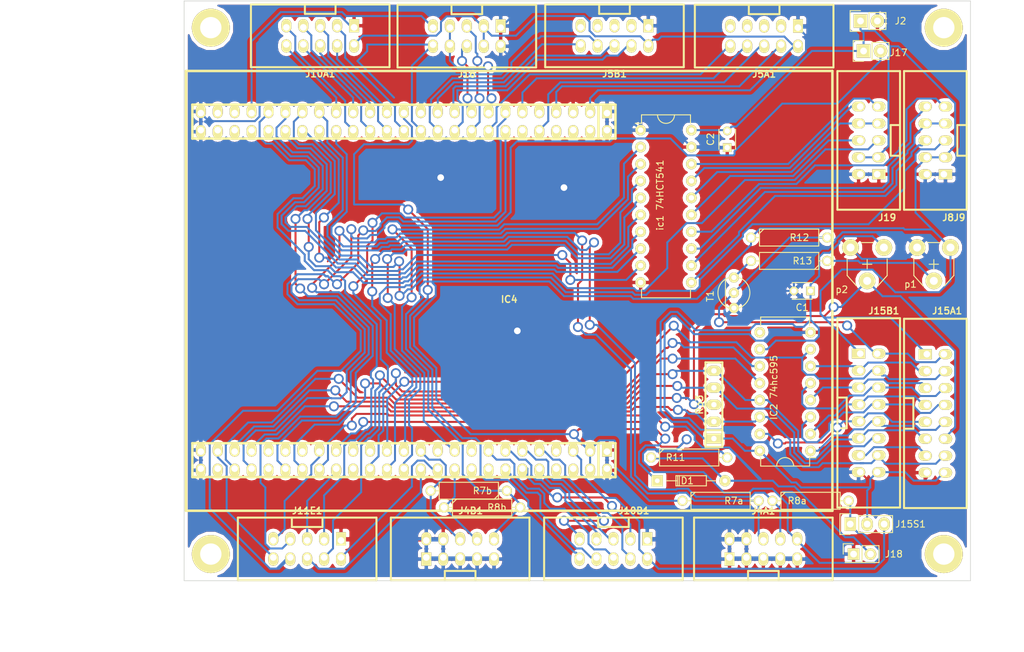
<source format=kicad_pcb>
(kicad_pcb (version 4) (host pcbnew 4.0.2-stable)
  (layers (0 F.Cu signal) (31 B.Cu signal) (34 B.Paste user) (35 F.Paste user) (36 B.SilkS user) (37 F.SilkS user) (38 B.Mask user) (39 F.Mask user) (44 Edge.Cuts user))
  (net 0 "")
  (net 1 "Net-(C1-Pad1)")
  (net 2 GND)
  (net 3 +5V)
  (net 4 /PD0)
  (net 5 /PD1)
  (net 6 /PB8)
  (net 7 /PA15)
  (net 8 /PB3)
  (net 9 /PB5)
  (net 10 /PD10)
  (net 11 /PB12)
  (net 12 /PB13)
  (net 13 /PB15)
  (net 14 "Net-(IC2-Pad1)")
  (net 15 "Net-(IC2-Pad2)")
  (net 16 "Net-(IC2-Pad3)")
  (net 17 "Net-(IC2-Pad4)")
  (net 18 "Net-(IC2-Pad5)")
  (net 19 "Net-(IC2-Pad6)")
  (net 20 /PD7)
  (net 21 "Net-(IC2-Pad9)")
  (net 22 /PD6)
  (net 23 /PD3)
  (net 24 /PC11)
  (net 25 /PA8)
  (net 26 "Net-(IC2-Pad15)")
  (net 27 /PB10)
  (net 28 /PB11)
  (net 29 /PB6)
  (net 30 /PB9)
  (net 31 +3V3)
  (net 32 "Net-(J5A1-Pad3)")
  (net 33 /PC1)
  (net 34 /PC2)
  (net 35 /PA1)
  (net 36 /PA4)
  (net 37 "Net-(J5B1-Pad3)")
  (net 38 /PC4)
  (net 39 /PC5)
  (net 40 /PB0)
  (net 41 /PB1)
  (net 42 /PB14)
  (net 43 /PE8)
  (net 44 /PE9)
  (net 45 /PE10)
  (net 46 /PE11)
  (net 47 /PE12)
  (net 48 /PE13)
  (net 49 /PE14)
  (net 50 /PE15)
  (net 51 /PC13)
  (net 52 /PC14)
  (net 53 /PC15)
  (net 54 /PE2)
  (net 55 /PE4)
  (net 56 /PE5)
  (net 57 /PE6)
  (net 58 /PE7)
  (net 59 /PD9)
  (net 60 /PA3)
  (net 61 /PD2)
  (net 62 /PB7)
  (net 63 /PD8)
  (net 64 /PA2)
  (net 65 /PC12)
  (net 66 /PC6)
  (net 67 "Net-(J15A1-Pad2)")
  (net 68 /PC8)
  (net 69 "Net-(J15A1-Pad13)")
  (net 70 /PC9)
  (net 71 /PA6)
  (net 72 /PA7)
  (net 73 /PA5)
  (net 74 /PD11)
  (net 75 /PB2)
  (net 76 /PA9)
  (net 77 /PB4)
  (net 78 "Net-(R13-Pad1)")
  (net 79 "Net-(R13-Pad2)")
  (net 80 "Net-(IC4-Pad59)")
  (net 81 "Net-(IC4-Pad61)")
  (net 82 "Net-(IC4-Pad63)")
  (net 83 "Net-(IC4-Pad71)")
  (net 84 "Net-(IC4-Pad79)")
  (net 85 "Net-(IC4-Pad83)")
  (net 86 "Net-(IC4-Pad93)")
  (net 87 "Net-(IC4-Pad96)")
  (net 88 "Net-(IC4-Pad94)")
  (net 89 "Net-(IC4-Pad86)")
  (net 90 "Net-(IC4-Pad84)")
  (net 91 "Net-(IC4-Pad70)")
  (net 92 "Net-(IC4-Pad60)")
  (net 93 "Net-(IC4-Pad54)")
  (net 94 "Net-(IC4-Pad48)")
  (net 95 "Net-(IC4-Pad46)")
  (net 96 "Net-(IC4-Pad44)")
  (net 97 "Net-(IC4-Pad12)")
  (net 98 "Net-(IC4-Pad8)")
  (net 99 "Net-(IC4-Pad6)")
  (net 100 "Net-(IC4-Pad9)")
  (net 101 "Net-(IC4-Pad45)")
  (net 102 "Net-(IC4-Pad47)")
  (net 103 "Net-(J8J9-Pad6)")
  (net 104 "Net-(J8J9-Pad7)")
  (net 105 "Net-(J8J9-Pad10)")
  (net 106 "Net-(J8J9-Pad9)")
  (net 107 "Net-(J19-Pad6)")
  (net 108 "Net-(J19-Pad7)")
  (net 109 "Net-(J19-Pad10)")
  (net 110 "Net-(J19-Pad9)")
  (module "empreinte ksir:DIP-20_W7.62mm" (layer F.Cu) (at 108.5 32.38)
    (fp_text reference "ic1 74HCT541" (at 2.92 9.76 90) (layer F.SilkS))
    (fp_text value 74HCT541)
    (pad 1 thru_hole oval (at 0 0) (size 1.6 1.6) (drill 0.8) (layers *.Cu *.Mask F.SilkS) (net 2 GND))
    (pad 2 thru_hole oval (at 0 2.54) (size 1.6 1.6) (drill 0.8) (layers *.Cu *.Mask F.SilkS) (net 6 /PB8))
    (pad 3 thru_hole oval (at 0 5.08) (size 1.6 1.6) (drill 0.8) (layers *.Cu *.Mask F.SilkS) (net 7 /PA15))
    (pad 4 thru_hole oval (at 0 7.62) (size 1.6 1.6) (drill 0.8) (layers *.Cu *.Mask F.SilkS) (net 8 /PB3))
    (pad 5 thru_hole oval (at 0 10.16) (size 1.6 1.6) (drill 0.8) (layers *.Cu *.Mask F.SilkS) (net 9 /PB5))
    (pad 6 thru_hole oval (at 0 12.7) (size 1.6 1.6) (drill 0.8) (layers *.Cu *.Mask F.SilkS) (net 10 /PD10))
    (pad 7 thru_hole oval (at 0 15.24) (size 1.6 1.6) (drill 0.8) (layers *.Cu *.Mask F.SilkS) (net 11 /PB12))
    (pad 8 thru_hole oval (at 0 17.78) (size 1.6 1.6) (drill 0.8) (layers *.Cu *.Mask F.SilkS) (net 12 /PB13))
    (pad 9 thru_hole oval (at 0 20.32) (size 1.6 1.6) (drill 0.8) (layers *.Cu *.Mask F.SilkS) (net 13 /PB15))
    (pad 10 thru_hole oval (at 0 22.86) (size 1.6 1.6) (drill 0.8) (layers *.Cu *.Mask F.SilkS) (net 2 GND))
    (pad 11 thru_hole oval (at 7.62 22.86) (size 1.6 1.6) (drill 0.8) (layers *.Cu *.Mask F.SilkS) (net 103 "Net-(J8J9-Pad6)"))
    (pad 12 thru_hole oval (at 7.62 20.32) (size 1.6 1.6) (drill 0.8) (layers *.Cu *.Mask F.SilkS) (net 104 "Net-(J8J9-Pad7)"))
    (pad 13 thru_hole oval (at 7.62 17.78) (size 1.6 1.6) (drill 0.8) (layers *.Cu *.Mask F.SilkS) (net 105 "Net-(J8J9-Pad10)"))
    (pad 14 thru_hole oval (at 7.62 15.24) (size 1.6 1.6) (drill 0.8) (layers *.Cu *.Mask F.SilkS) (net 106 "Net-(J8J9-Pad9)"))
    (pad 15 thru_hole oval (at 7.62 12.7) (size 1.6 1.6) (drill 0.8) (layers *.Cu *.Mask F.SilkS) (net 107 "Net-(J19-Pad6)"))
    (pad 16 thru_hole oval (at 7.62 10.16) (size 1.6 1.6) (drill 0.8) (layers *.Cu *.Mask F.SilkS) (net 108 "Net-(J19-Pad7)"))
    (pad 17 thru_hole oval (at 7.62 7.62) (size 1.6 1.6) (drill 0.8) (layers *.Cu *.Mask F.SilkS) (net 109 "Net-(J19-Pad10)"))
    (pad 18 thru_hole oval (at 7.62 5.08) (size 1.6 1.6) (drill 0.8) (layers *.Cu *.Mask F.SilkS) (net 110 "Net-(J19-Pad9)"))
    (pad 19 thru_hole oval (at 7.62 2.54) (size 1.6 1.6) (drill 0.8) (layers *.Cu *.Mask F.SilkS) (net 2 GND))
    (pad 20 thru_hole oval (at 7.62 0) (size 1.6 1.6) (drill 0.8) (layers *.Cu *.Mask F.SilkS) (net 3 +5V))
  )
  (module Housings_DIP:DIP-16_W7.62mm (layer F.Cu) (at 134 80.5 180)
    (fp_text reference "IC2 74hc595" (at 5.5 9.5 270) (layer F.SilkS))
    (fp_text value 74HC595)
    (pad 1 thru_hole oval (at 0 0 180) (size 1.6 1.6) (drill 0.8) (layers *.Cu *.Mask F.SilkS) (net 14 "Net-(IC2-Pad1)"))
    (pad 2 thru_hole oval (at 0 2.54 180) (size 1.6 1.6) (drill 0.8) (layers *.Cu *.Mask F.SilkS) (net 15 "Net-(IC2-Pad2)"))
    (pad 3 thru_hole oval (at 0 5.08 180) (size 1.6 1.6) (drill 0.8) (layers *.Cu *.Mask F.SilkS) (net 16 "Net-(IC2-Pad3)"))
    (pad 4 thru_hole oval (at 0 7.62 180) (size 1.6 1.6) (drill 0.8) (layers *.Cu *.Mask F.SilkS) (net 17 "Net-(IC2-Pad4)"))
    (pad 5 thru_hole oval (at 0 10.16 180) (size 1.6 1.6) (drill 0.8) (layers *.Cu *.Mask F.SilkS) (net 18 "Net-(IC2-Pad5)"))
    (pad 6 thru_hole oval (at 0 12.7 180) (size 1.6 1.6) (drill 0.8) (layers *.Cu *.Mask F.SilkS) (net 19 "Net-(IC2-Pad6)"))
    (pad 7 thru_hole oval (at 0 15.24 180) (size 1.6 1.6) (drill 0.8) (layers *.Cu *.Mask F.SilkS) (net 20 /PD7))
    (pad 8 thru_hole oval (at 0 17.78 180) (size 1.6 1.6) (drill 0.8) (layers *.Cu *.Mask F.SilkS) (net 2 GND))
    (pad 9 thru_hole oval (at 7.62 17.78 180) (size 1.6 1.6) (drill 0.8) (layers *.Cu *.Mask F.SilkS) (net 21 "Net-(IC2-Pad9)"))
    (pad 10 thru_hole oval (at 7.62 15.24 180) (size 1.6 1.6) (drill 0.8) (layers *.Cu *.Mask F.SilkS) (net 1 "Net-(C1-Pad1)"))
    (pad 11 thru_hole oval (at 7.62 12.7 180) (size 1.6 1.6) (drill 0.8) (layers *.Cu *.Mask F.SilkS) (net 22 /PD6))
    (pad 12 thru_hole oval (at 7.62 10.16 180) (size 1.6 1.6) (drill 0.8) (layers *.Cu *.Mask F.SilkS) (net 23 /PD3))
    (pad 13 thru_hole oval (at 7.62 7.62 180) (size 1.6 1.6) (drill 0.8) (layers *.Cu *.Mask F.SilkS) (net 24 /PC11))
    (pad 14 thru_hole oval (at 7.62 5.08 180) (size 1.6 1.6) (drill 0.8) (layers *.Cu *.Mask F.SilkS) (net 25 /PA8))
    (pad 15 thru_hole oval (at 7.62 2.54 180) (size 1.6 1.6) (drill 0.8) (layers *.Cu *.Mask F.SilkS) (net 26 "Net-(IC2-Pad15)"))
    (pad 16 thru_hole oval (at 7.62 0 180) (size 1.6 1.6) (drill 0.8) (layers *.Cu *.Mask F.SilkS) (net 1 "Net-(C1-Pad1)"))
  )
  (module w_conn_misc:stm32f4_discovery_header (layer F.Cu) (at 88.78 56.5)
    (fp_text reference IC4 (at 0 1.27) (layer F.SilkS) (effects (font (size 1.016 1.016) (thickness 0.2032))))
    (fp_text value STM32F4_Discovery_Header hide)
    (pad 51 thru_hole oval (at -46.28 24.13) (size 1.5 2) (drill 0.99822 (offset 0 -0.25)) (layers *.Cu *.Mask F.SilkS) (net 2 GND))
    (pad 53 thru_hole oval (at -43.74 24.13) (size 1.5 2) (drill 0.99822 (offset 0 -0.25)) (layers *.Cu *.Mask F.SilkS) (net 66 /PC6))
    (pad 55 thru_hole oval (at -41.2 24.13) (size 1.5 2) (drill 0.99822 (offset 0 -0.25)) (layers *.Cu *.Mask F.SilkS) (net 68 /PC8))
    (pad 57 thru_hole oval (at -38.66 24.13) (size 1.5 2) (drill 0.99822 (offset 0 -0.25)) (layers *.Cu *.Mask F.SilkS) (net 25 /PA8))
    (pad 59 thru_hole oval (at -36.12 24.13) (size 1.5 2) (drill 0.99822 (offset 0 -0.25)) (layers *.Cu *.Mask F.SilkS) (net 80 "Net-(IC4-Pad59)"))
    (pad 61 thru_hole oval (at -33.58 24.13) (size 1.5 2) (drill 0.99822 (offset 0 -0.25)) (layers *.Cu *.Mask F.SilkS) (net 81 "Net-(IC4-Pad61)"))
    (pad 63 thru_hole oval (at -31.04 24.13) (size 1.5 2) (drill 0.99822 (offset 0 -0.25)) (layers *.Cu *.Mask F.SilkS) (net 82 "Net-(IC4-Pad63)"))
    (pad 65 thru_hole oval (at -28.5 24.13) (size 1.5 2) (drill 0.99822 (offset 0 -0.25)) (layers *.Cu *.Mask F.SilkS) (net 65 /PC12))
    (pad 67 thru_hole oval (at -25.96 24.13) (size 1.5 2) (drill 0.99822 (offset 0 -0.25)) (layers *.Cu *.Mask F.SilkS) (net 5 /PD1))
    (pad 69 thru_hole oval (at -23.42 24.13) (size 1.5 2) (drill 0.99822 (offset 0 -0.25)) (layers *.Cu *.Mask F.SilkS) (net 23 /PD3))
    (pad 71 thru_hole oval (at -20.88 24.13) (size 1.5 2) (drill 0.99822 (offset 0 -0.25)) (layers *.Cu *.Mask F.SilkS) (net 83 "Net-(IC4-Pad71)"))
    (pad 73 thru_hole oval (at -18.34 24.13) (size 1.5 2) (drill 0.99822 (offset 0 -0.25)) (layers *.Cu *.Mask F.SilkS) (net 20 /PD7))
    (pad 75 thru_hole oval (at -15.8 24.13) (size 1.5 2) (drill 0.99822 (offset 0 -0.25)) (layers *.Cu *.Mask F.SilkS) (net 77 /PB4))
    (pad 77 thru_hole oval (at -13.26 24.13) (size 1.5 2) (drill 0.99822 (offset 0 -0.25)) (layers *.Cu *.Mask F.SilkS) (net 29 /PB6))
    (pad 79 thru_hole oval (at -10.72 24.13) (size 1.5 2) (drill 0.99822 (offset 0 -0.25)) (layers *.Cu *.Mask F.SilkS) (net 84 "Net-(IC4-Pad79)"))
    (pad 81 thru_hole oval (at -8.18 24.13) (size 1.5 2) (drill 0.99822 (offset 0 -0.25)) (layers *.Cu *.Mask F.SilkS) (net 6 /PB8))
    (pad 83 thru_hole oval (at -5.64 24.13) (size 1.5 2) (drill 0.99822 (offset 0 -0.25)) (layers *.Cu *.Mask F.SilkS) (net 85 "Net-(IC4-Pad83)"))
    (pad 85 thru_hole oval (at -3.1 24.13) (size 1.5 2) (drill 0.99822 (offset 0 -0.25)) (layers *.Cu *.Mask F.SilkS) (net 54 /PE2))
    (pad 87 thru_hole oval (at -0.56 24.13) (size 1.5 2) (drill 0.99822 (offset 0 -0.25)) (layers *.Cu *.Mask F.SilkS) (net 55 /PE4))
    (pad 89 thru_hole oval (at 1.98 24.13) (size 1.5 2) (drill 0.99822 (offset 0 -0.25)) (layers *.Cu *.Mask F.SilkS) (net 57 /PE6))
    (pad 91 thru_hole oval (at 4.52 24.13) (size 1.5 2) (drill 0.99822 (offset 0 -0.25)) (layers *.Cu *.Mask F.SilkS) (net 52 /PC14))
    (pad 93 thru_hole oval (at 7.06 24.13) (size 1.5 2) (drill 0.99822 (offset 0 -0.25)) (layers *.Cu *.Mask F.SilkS) (net 86 "Net-(IC4-Pad93)"))
    (pad 95 thru_hole oval (at 9.6 24.13) (size 1.5 2) (drill 0.99822 (offset 0 -0.25)) (layers *.Cu *.Mask F.SilkS) (net 31 +3V3))
    (pad 97 thru_hole oval (at 12.14 24.13) (size 1.5 2) (drill 0.99822 (offset 0 -0.25)) (layers *.Cu *.Mask F.SilkS) (net 3 +5V))
    (pad 99 thru_hole rect (at 14.68 24.13) (size 1.5 2) (drill 1.00076 (offset 0 -0.25)) (layers *.Cu *.Mask F.SilkS) (net 2 GND))
    (pad 100 thru_hole oval (at 14.68 26.67) (size 1.5 2) (drill 1.00076 (offset 0 0.25)) (layers *.Cu *.Mask F.SilkS) (net 2 GND))
    (pad 98 thru_hole oval (at 12.14 26.67) (size 1.5 2) (drill 1.00076 (offset 0 0.25)) (layers *.Cu *.Mask F.SilkS) (net 3 +5V))
    (pad 96 thru_hole oval (at 9.6 26.67) (size 1.5 2) (drill 1.00076 (offset 0 0.25)) (layers *.Cu *.Mask F.SilkS) (net 87 "Net-(IC4-Pad96)"))
    (pad 94 thru_hole oval (at 7.06 26.67) (size 1.5 2) (drill 1.00076 (offset 0 0.25)) (layers *.Cu *.Mask F.SilkS) (net 88 "Net-(IC4-Pad94)"))
    (pad 92 thru_hole oval (at 4.52 26.67) (size 1.5 2) (drill 1.00076 (offset 0 0.25)) (layers *.Cu *.Mask F.SilkS) (net 53 /PC15))
    (pad 90 thru_hole oval (at 1.98 26.67) (size 1.5 2) (drill 1.00076 (offset 0 0.25)) (layers *.Cu *.Mask F.SilkS) (net 51 /PC13))
    (pad 88 thru_hole oval (at -0.56 26.67) (size 1.5 2) (drill 1.00076 (offset 0 0.25)) (layers *.Cu *.Mask F.SilkS) (net 56 /PE5))
    (pad 86 thru_hole oval (at -3.1 26.67) (size 1.5 2) (drill 1.00076 (offset 0 0.25)) (layers *.Cu *.Mask F.SilkS) (net 89 "Net-(IC4-Pad86)"))
    (pad 84 thru_hole oval (at -5.64 26.67) (size 1.5 2) (drill 1.00076 (offset 0 0.25)) (layers *.Cu *.Mask F.SilkS) (net 90 "Net-(IC4-Pad84)"))
    (pad 82 thru_hole oval (at -8.18 26.67) (size 1.5 2) (drill 1.00076 (offset 0 0.25)) (layers *.Cu *.Mask F.SilkS) (net 30 /PB9))
    (pad 80 thru_hole oval (at -10.72 26.67) (size 1.5 2) (drill 1.00076 (offset 0 0.25)) (layers *.Cu *.Mask F.SilkS) (net 31 +3V3))
    (pad 78 thru_hole oval (at -13.26 26.67) (size 1.5 2) (drill 1.00076 (offset 0 0.25)) (layers *.Cu *.Mask F.SilkS) (net 62 /PB7))
    (pad 76 thru_hole oval (at -15.8 26.67) (size 1.5 2) (drill 1.00076 (offset 0 0.25)) (layers *.Cu *.Mask F.SilkS) (net 9 /PB5))
    (pad 74 thru_hole oval (at -18.34 26.67) (size 1.5 2) (drill 1.00076 (offset 0 0.25)) (layers *.Cu *.Mask F.SilkS) (net 8 /PB3))
    (pad 72 thru_hole oval (at -20.88 26.67) (size 1.5 2) (drill 1.00076 (offset 0 0.25)) (layers *.Cu *.Mask F.SilkS) (net 22 /PD6))
    (pad 70 thru_hole oval (at -23.42 26.67) (size 1.5 2) (drill 1.00076 (offset 0 0.25)) (layers *.Cu *.Mask F.SilkS) (net 91 "Net-(IC4-Pad70)"))
    (pad 68 thru_hole oval (at -25.96 26.67) (size 1.5 2) (drill 1.00076 (offset 0 0.25)) (layers *.Cu *.Mask F.SilkS) (net 61 /PD2))
    (pad 66 thru_hole oval (at -28.5 26.67) (size 1.5 2) (drill 1.00076 (offset 0 0.25)) (layers *.Cu *.Mask F.SilkS) (net 4 /PD0))
    (pad 64 thru_hole oval (at -31.04 26.67) (size 1.5 2) (drill 1.00076 (offset 0 0.25)) (layers *.Cu *.Mask F.SilkS) (net 24 /PC11))
    (pad 62 thru_hole oval (at -33.58 26.67) (size 1.5 2) (drill 1.00076 (offset 0 0.25)) (layers *.Cu *.Mask F.SilkS) (net 7 /PA15))
    (pad 60 thru_hole oval (at -36.12 26.67) (size 1.5 2) (drill 1.00076 (offset 0 0.25)) (layers *.Cu *.Mask F.SilkS) (net 92 "Net-(IC4-Pad60)"))
    (pad 58 thru_hole oval (at -38.66 26.67) (size 1.5 2) (drill 1.00076 (offset 0 0.25)) (layers *.Cu *.Mask F.SilkS) (net 76 /PA9))
    (pad 56 thru_hole oval (at -41.2 26.67) (size 1.5 2) (drill 1.00076 (offset 0 0.25)) (layers *.Cu *.Mask F.SilkS) (net 70 /PC9))
    (pad 54 thru_hole oval (at -43.74 26.67) (size 1.5 2) (drill 1.00076 (offset 0 0.25)) (layers *.Cu *.Mask F.SilkS) (net 93 "Net-(IC4-Pad54)"))
    (pad 52 thru_hole oval (at -46.28 26.67) (size 1.5 2) (drill 1.00076 (offset 0 0.25)) (layers *.Cu *.Mask F.SilkS) (net 2 GND))
    (pad 50 thru_hole oval (at -46.28 -24.13) (size 1.5 2) (drill 1.00076 (offset 0 0.25)) (layers *.Cu *.Mask F.SilkS) (net 2 GND))
    (pad 48 thru_hole oval (at -43.74 -24.13) (size 1.5 2) (drill 1.00076 (offset 0 0.25)) (layers *.Cu *.Mask F.SilkS) (net 94 "Net-(IC4-Pad48)"))
    (pad 46 thru_hole oval (at -41.2 -24.13) (size 1.5 2) (drill 1.00076 (offset 0 0.25)) (layers *.Cu *.Mask F.SilkS) (net 95 "Net-(IC4-Pad46)"))
    (pad 44 thru_hole oval (at -38.66 -24.13) (size 1.5 2) (drill 1.00076 (offset 0 0.25)) (layers *.Cu *.Mask F.SilkS) (net 96 "Net-(IC4-Pad44)"))
    (pad 42 thru_hole oval (at -36.12 -24.13) (size 1.5 2) (drill 1.00076 (offset 0 0.25)) (layers *.Cu *.Mask F.SilkS) (net 10 /PD10))
    (pad 40 thru_hole oval (at -33.58 -24.13) (size 1.5 2) (drill 1.00076 (offset 0 0.25)) (layers *.Cu *.Mask F.SilkS) (net 63 /PD8))
    (pad 38 thru_hole oval (at -31.04 -24.13) (size 1.5 2) (drill 1.00076 (offset 0 0.25)) (layers *.Cu *.Mask F.SilkS) (net 42 /PB14))
    (pad 36 thru_hole oval (at -28.5 -24.13) (size 1.5 2) (drill 1.00076 (offset 0 0.25)) (layers *.Cu *.Mask F.SilkS) (net 11 /PB12))
    (pad 34 thru_hole oval (at -25.96 -24.13) (size 1.5 2) (drill 1.00076 (offset 0 0.25)) (layers *.Cu *.Mask F.SilkS) (net 27 /PB10))
    (pad 32 thru_hole oval (at -23.42 -24.13) (size 1.5 2) (drill 1.00076 (offset 0 0.25)) (layers *.Cu *.Mask F.SilkS) (net 49 /PE14))
    (pad 30 thru_hole oval (at -20.88 -24.13) (size 1.5 2) (drill 1.00076 (offset 0 0.25)) (layers *.Cu *.Mask F.SilkS) (net 47 /PE12))
    (pad 28 thru_hole oval (at -18.34 -24.13) (size 1.5 2) (drill 1.00076 (offset 0 0.25)) (layers *.Cu *.Mask F.SilkS) (net 45 /PE10))
    (pad 26 thru_hole oval (at -15.8 -24.13) (size 1.5 2) (drill 1.00076 (offset 0 0.25)) (layers *.Cu *.Mask F.SilkS) (net 43 /PE8))
    (pad 24 thru_hole oval (at -13.26 -24.13) (size 1.5 2) (drill 1.00076 (offset 0 0.25)) (layers *.Cu *.Mask F.SilkS) (net 75 /PB2))
    (pad 22 thru_hole oval (at -10.72 -24.13) (size 1.5 2) (drill 1.00076 (offset 0 0.25)) (layers *.Cu *.Mask F.SilkS) (net 40 /PB0))
    (pad 20 thru_hole oval (at -8.18 -24.13) (size 1.5 2) (drill 1.00076 (offset 0 0.25)) (layers *.Cu *.Mask F.SilkS) (net 38 /PC4))
    (pad 18 thru_hole oval (at -5.64 -24.13) (size 1.5 2) (drill 1.00076 (offset 0 0.25)) (layers *.Cu *.Mask F.SilkS) (net 71 /PA6))
    (pad 16 thru_hole oval (at -3.1 -24.13) (size 1.5 2) (drill 1.00076 (offset 0 0.25)) (layers *.Cu *.Mask F.SilkS) (net 36 /PA4))
    (pad 14 thru_hole oval (at -0.56 -24.13) (size 1.5 2) (drill 1.00076 (offset 0 0.25)) (layers *.Cu *.Mask F.SilkS) (net 64 /PA2))
    (pad 12 thru_hole oval (at 1.98 -24.13) (size 1.5 2) (drill 1.00076 (offset 0 0.25)) (layers *.Cu *.Mask F.SilkS) (net 97 "Net-(IC4-Pad12)"))
    (pad 10 thru_hole oval (at 4.52 -24.13) (size 1.5 2) (drill 1.00076 (offset 0 0.25)) (layers *.Cu *.Mask F.SilkS) (net 34 /PC2))
    (pad 8 thru_hole oval (at 7.06 -24.13) (size 1.5 2) (drill 1.00076 (offset 0 0.25)) (layers *.Cu *.Mask F.SilkS) (net 98 "Net-(IC4-Pad8)"))
    (pad 6 thru_hole oval (at 9.6 -24.13) (size 1.5 2) (drill 1.00076 (offset 0 0.25)) (layers *.Cu *.Mask F.SilkS) (net 99 "Net-(IC4-Pad6)"))
    (pad 4 thru_hole oval (at 12.14 -24.13) (size 1.5 2) (drill 1.00076 (offset 0 0.25)) (layers *.Cu *.Mask F.SilkS) (net 31 +3V3))
    (pad 2 thru_hole oval (at 14.68 -24.13) (size 1.5 2) (drill 1.00076 (offset 0 0.25)) (layers *.Cu *.Mask F.SilkS) (net 2 GND))
    (pad 1 thru_hole rect (at 14.68 -26.67) (size 1.5 2) (drill 1.00076 (offset 0 -0.25)) (layers *.Cu *.Mask F.SilkS) (net 2 GND))
    (pad 3 thru_hole oval (at 12.14 -26.67) (size 1.5 2) (drill 0.99822 (offset 0 -0.25)) (layers *.Cu *.Mask F.SilkS) (net 31 +3V3))
    (pad 5 thru_hole oval (at 9.6 -26.67) (size 1.5 2) (drill 0.99822 (offset 0 -0.25)) (layers *.Cu *.Mask F.SilkS) (net 2 GND))
    (pad 7 thru_hole oval (at 7.06 -26.67) (size 1.5 2) (drill 0.99822 (offset 0 -0.25)) (layers *.Cu *.Mask F.SilkS) (net 33 /PC1))
    (pad 9 thru_hole oval (at 4.52 -26.67) (size 1.5 2) (drill 0.99822 (offset 0 -0.25)) (layers *.Cu *.Mask F.SilkS) (net 100 "Net-(IC4-Pad9)"))
    (pad 11 thru_hole oval (at 1.98 -26.67) (size 1.5 2) (drill 0.99822 (offset 0 -0.25)) (layers *.Cu *.Mask F.SilkS) (net 35 /PA1))
    (pad 13 thru_hole oval (at -0.56 -26.67) (size 1.5 2) (drill 0.99822 (offset 0 -0.25)) (layers *.Cu *.Mask F.SilkS) (net 60 /PA3))
    (pad 15 thru_hole oval (at -3.1 -26.67) (size 1.5 2) (drill 0.99822 (offset 0 -0.25)) (layers *.Cu *.Mask F.SilkS) (net 73 /PA5))
    (pad 17 thru_hole oval (at -5.64 -26.67) (size 1.5 2) (drill 0.99822 (offset 0 -0.25)) (layers *.Cu *.Mask F.SilkS) (net 72 /PA7))
    (pad 19 thru_hole oval (at -8.18 -26.67) (size 1.5 2) (drill 0.99822 (offset 0 -0.25)) (layers *.Cu *.Mask F.SilkS) (net 39 /PC5))
    (pad 21 thru_hole oval (at -10.72 -26.67) (size 1.5 2) (drill 0.99822 (offset 0 -0.25)) (layers *.Cu *.Mask F.SilkS) (net 41 /PB1))
    (pad 23 thru_hole oval (at -13.26 -26.67) (size 1.5 2) (drill 0.99822 (offset 0 -0.25)) (layers *.Cu *.Mask F.SilkS) (net 2 GND))
    (pad 25 thru_hole oval (at -15.8 -26.67) (size 1.5 2) (drill 0.99822 (offset 0 -0.25)) (layers *.Cu *.Mask F.SilkS) (net 58 /PE7))
    (pad 27 thru_hole oval (at -18.34 -26.67) (size 1.5 2) (drill 0.99822 (offset 0 -0.25)) (layers *.Cu *.Mask F.SilkS) (net 44 /PE9))
    (pad 29 thru_hole oval (at -20.88 -26.67) (size 1.5 2) (drill 0.99822 (offset 0 -0.25)) (layers *.Cu *.Mask F.SilkS) (net 46 /PE11))
    (pad 31 thru_hole oval (at -23.42 -26.67) (size 1.5 2) (drill 0.99822 (offset 0 -0.25)) (layers *.Cu *.Mask F.SilkS) (net 48 /PE13))
    (pad 33 thru_hole oval (at -25.96 -26.67) (size 1.5 2) (drill 0.99822 (offset 0 -0.25)) (layers *.Cu *.Mask F.SilkS) (net 50 /PE15))
    (pad 35 thru_hole oval (at -28.5 -26.67) (size 1.5 2) (drill 0.99822 (offset 0 -0.25)) (layers *.Cu *.Mask F.SilkS) (net 28 /PB11))
    (pad 37 thru_hole oval (at -31.04 -26.67) (size 1.5 2) (drill 0.99822 (offset 0 -0.25)) (layers *.Cu *.Mask F.SilkS) (net 12 /PB13))
    (pad 39 thru_hole oval (at -33.58 -26.67) (size 1.5 2) (drill 0.99822 (offset 0 -0.25)) (layers *.Cu *.Mask F.SilkS) (net 13 /PB15))
    (pad 41 thru_hole oval (at -36.12 -26.67) (size 1.5 2) (drill 0.99822 (offset 0 -0.25)) (layers *.Cu *.Mask F.SilkS) (net 59 /PD9))
    (pad 43 thru_hole oval (at -38.66 -26.67) (size 1.5 2) (drill 0.99822 (offset 0 -0.25)) (layers *.Cu *.Mask F.SilkS) (net 74 /PD11))
    (pad 45 thru_hole oval (at -41.2 -26.67) (size 1.5 2) (drill 0.99822 (offset 0 -0.25)) (layers *.Cu *.Mask F.SilkS) (net 101 "Net-(IC4-Pad45)"))
    (pad 47 thru_hole oval (at -43.74 -26.67) (size 1.5 2) (drill 0.99822 (offset 0 -0.25)) (layers *.Cu *.Mask F.SilkS) (net 102 "Net-(IC4-Pad47)"))
    (pad 49 thru_hole oval (at -46.28 -26.67) (size 1.5 2) (drill 0.99822 (offset 0 -0.25)) (layers *.Cu *.Mask F.SilkS) (net 2 GND))
  )
  (module Mounting_Holes:MountingHole_3.2mm_M3_ISO7380_Pad (layer F.Cu) (at 44 96)
    (fp_text reference "" (at 0 -3.85) (layer F.SilkS))
    (fp_text value MountingHole_3mm)
    (pad 1 thru_hole circle (at 0 0) (size 5.7 5.7) (drill 3.2) (layers *.Cu *.Mask F.SilkS))
  )
  (module Diodes_ThroughHole:Diode_DO-35_SOD27_Horizontal_RM10 (layer F.Cu) (at 111 85)
    (fp_text reference D1 (at 4.50052 -0.00254) (layer F.SilkS))
    (fp_text value D)
    (pad 2 thru_hole circle (at 10.16052 -0.00254 180) (size 1.69926 1.69926) (drill 0.70104) (layers *.Cu *.Mask F.SilkS) (net 4 /PD0))
    (pad 1 thru_hole rect (at 0.00052 -0.00254 180) (size 1.69926 1.69926) (drill 0.70104) (layers *.Cu *.Mask F.SilkS) (net 5 /PD1))
  )
  (module Pin_Headers:Pin_Header_Straight_1x02 (layer F.Cu) (at 141.5 16 90)
    (fp_text reference J2 (at 0 6 180) (layer F.SilkS))
    (fp_text value CONN_2)
    (pad 1 thru_hole rect (at 0 0 90) (size 2.032 2.032) (drill 1.016) (layers *.Cu *.Mask F.SilkS) (net 3 +5V))
    (pad 2 thru_hole oval (at 0 2.54 90) (size 2.032 2.032) (drill 1.016) (layers *.Cu *.Mask F.SilkS) (net 2 GND))
  )
  (module Pin_Headers:Pin_Header_Straight_1x03 (layer F.Cu) (at 139.96 91.5 90)
    (fp_text reference J15S1 (at 0 9.04 180) (layer F.SilkS))
    (fp_text value CONN_01X03)
    (pad 1 thru_hole rect (at 0 0 90) (size 2.032 1.7272) (drill 1.016) (layers *.Cu *.Mask F.SilkS) (net 3 +5V))
    (pad 2 thru_hole oval (at 0 2.54 90) (size 2.032 1.7272) (drill 1.016) (layers *.Cu *.Mask F.SilkS) (net 1 "Net-(C1-Pad1)"))
    (pad 3 thru_hole oval (at 0 5.08 90) (size 2.032 1.7272) (drill 1.016) (layers *.Cu *.Mask F.SilkS) (net 31 +3V3))
  )
  (module Pin_Headers:Pin_Header_Straight_1x02 (layer F.Cu) (at 141.96 20.5 90)
    (fp_text reference J17 (at -0.25 5.25 180) (layer F.SilkS))
    (fp_text value CONN_01X02)
    (pad 1 thru_hole rect (at 0 0 90) (size 2.032 2.032) (drill 1.016) (layers *.Cu *.Mask F.SilkS) (net 3 +5V))
    (pad 2 thru_hole oval (at 0 2.54 90) (size 2.032 2.032) (drill 1.016) (layers *.Cu *.Mask F.SilkS) (net 76 /PA9))
  )
  (module w_pth_resistors:r-sil_5 (layer F.Cu) (at 119.5 73.58 90)
    (fp_text reference R33 (at 0 -2.159 90) (layer F.SilkS) (effects (font (size 1.016 1.016) (thickness 0.2032))))
    (fp_text value R-SIL_4 hide)
    (pad 1 thru_hole rect (at -5.08 0 90) (size 1.524 2.19964) (drill 0.8001) (layers *.Cu *.Mask F.SilkS) (net 1 "Net-(C1-Pad1)"))
    (pad 2 thru_hole oval (at -2.54 0 90) (size 1.524 2.19964) (drill 0.8001) (layers *.Cu *.Mask F.SilkS) (net 25 /PA8))
    (pad 3 thru_hole oval (at 0 0 90) (size 1.524 2.19964) (drill 0.8001) (layers *.Cu *.Mask F.SilkS) (net 68 /PC8))
    (pad 4 thru_hole oval (at 2.54 0 90) (size 1.524 2.19964) (drill 0.8001) (layers *.Cu *.Mask F.SilkS) (net 70 /PC9))
    (pad 5 thru_hole oval (at 5.08 0 90) (size 1.524 2.19964) (drill 0.8001) (layers *.Cu *.Mask F.SilkS) (net 24 /PC11))
  )
  (module Discret:R4-5 (layer F.Cu) (at 115.785 81.5)
    (fp_text reference R11 (at -2.043 0) (layer F.SilkS))
    (fp_text value R)
    (pad 1 thru_hole circle (at -5.715 0) (size 1.524 1.524) (drill 1.016) (layers *.Cu *.Mask F.SilkS) (net 4 /PD0))
    (pad 2 thru_hole circle (at 5.715 0) (size 1.524 1.524) (drill 1.016) (layers *.Cu *.Mask F.SilkS) (net 3 +5V))
  )
  (module Discret:R4-5 (layer F.Cu) (at 134 88)
    (fp_text reference R8a (at -2 0) (layer F.SilkS))
    (fp_text value R)
    (pad 1 thru_hole circle (at -5.715 0) (size 1.524 1.524) (drill 1.016) (layers *.Cu *.Mask F.SilkS) (net 28 /PB11))
    (pad 2 thru_hole circle (at 5.715 0) (size 1.524 1.524) (drill 1.016) (layers *.Cu *.Mask F.SilkS) (net 3 +5V))
  )
  (module Discret:R4-5 (layer F.Cu) (at 84.715 89)
    (fp_text reference R8b (at 2.215 0) (layer F.SilkS))
    (fp_text value R)
    (pad 1 thru_hole circle (at -5.715 0) (size 1.524 1.524) (drill 1.016) (layers *.Cu *.Mask F.SilkS) (net 30 /PB9))
    (pad 2 thru_hole circle (at 5.715 0) (size 1.524 1.524) (drill 1.016) (layers *.Cu *.Mask F.SilkS) (net 3 +5V))
  )
  (module Discret:R4-5 (layer F.Cu) (at 130.785 52 180)
    (fp_text reference R13 (at -1.993 0 180) (layer F.SilkS))
    (fp_text value R)
    (pad 1 thru_hole circle (at -5.715 0 180) (size 1.524 1.524) (drill 1.016) (layers *.Cu *.Mask F.SilkS) (net 78 "Net-(R13-Pad1)"))
    (pad 2 thru_hole circle (at 5.715 0 180) (size 1.524 1.524) (drill 1.016) (layers *.Cu *.Mask F.SilkS) (net 79 "Net-(R13-Pad2)"))
  )
  (module Discret:R4-5 (layer F.Cu) (at 82.715 86.5 180)
    (fp_text reference R7b (at -2.043 0 180) (layer F.SilkS))
    (fp_text value R)
    (pad 1 thru_hole circle (at -5.715 0 180) (size 1.524 1.524) (drill 1.016) (layers *.Cu *.Mask F.SilkS) (net 3 +5V))
    (pad 2 thru_hole circle (at 5.715 0 180) (size 1.524 1.524) (drill 1.016) (layers *.Cu *.Mask F.SilkS) (net 29 /PB6))
  )
  (module Discret:R4-5 (layer F.Cu) (at 120.5 88)
    (fp_text reference R7a (at 1.993 0) (layer F.SilkS))
    (fp_text value R)
    (pad 1 thru_hole circle (at -5.715 0) (size 1.524 1.524) (drill 1.016) (layers *.Cu *.Mask F.SilkS) (net 3 +5V))
    (pad 2 thru_hole circle (at 5.715 0) (size 1.524 1.524) (drill 1.016) (layers *.Cu *.Mask F.SilkS) (net 27 /PB10))
  )
  (module Discret:R4-5 (layer F.Cu) (at 130.785 48.5)
    (fp_text reference R12 (at 1.543 0) (layer F.SilkS))
    (fp_text value R)
    (pad 1 thru_hole circle (at -5.715 0) (size 1.524 1.524) (drill 1.016) (layers *.Cu *.Mask F.SilkS) (net 3 +5V))
    (pad 2 thru_hole circle (at 5.715 0) (size 1.524 1.524) (drill 1.016) (layers *.Cu *.Mask F.SilkS) (net 67 "Net-(J15A1-Pad2)"))
  )
  (module Potentiometers:Potentiometer_VishaySpectrol-Econtrim-Type36T (layer F.Cu) (at 144.99936 50.00128 180)
    (fp_text reference p2 (at 6.30936 -6.30936 180) (layer F.SilkS))
    (fp_text value POT)
    (pad 2 thru_hole circle (at 2.49936 -4.99872 180) (size 2.49936 2.49936) (drill 1.19888) (layers *.Cu *.Mask F.SilkS) (net 68 /PC8))
    (pad 3 thru_hole circle (at 4.99872 0 180) (size 2.49936 2.49936) (drill 1.19888) (layers *.Cu *.Mask F.SilkS) (net 2 GND))
    (pad 1 thru_hole circle (at 0 0 180) (size 2.49936 2.49936) (drill 1.19888) (layers *.Cu *.Mask F.SilkS) (net 1 "Net-(C1-Pad1)"))
  )
  (module Potentiometers:Potentiometer_VishaySpectrol-Econtrim-Type36T (layer F.Cu) (at 154.99936 50.00128 180)
    (fp_text reference p1 (at 5.99936 -5.49872 180) (layer F.SilkS))
    (fp_text value POT)
    (pad 2 thru_hole circle (at 2.49936 -4.99872 180) (size 2.49936 2.49936) (drill 1.19888) (layers *.Cu *.Mask F.SilkS) (net 78 "Net-(R13-Pad1)"))
    (pad 3 thru_hole circle (at 4.99872 0 180) (size 2.49936 2.49936) (drill 1.19888) (layers *.Cu *.Mask F.SilkS) (net 2 GND))
    (pad 1 thru_hole circle (at 0 0 180) (size 2.49936 2.49936) (drill 1.19888) (layers *.Cu *.Mask F.SilkS) (net 3 +5V))
  )
  (module Pin_Headers:Pin_Header_Straight_2x01 (layer F.Cu) (at 140.46 96)
    (fp_text reference J18 (at 6.04 0) (layer F.SilkS))
    (fp_text value CONN_2)
    (pad 1 thru_hole rect (at 0 0) (size 1.7272 1.7272) (drill 1.016) (layers *.Cu *.Mask F.SilkS) (net 2 GND))
    (pad 2 thru_hole oval (at 2.54 0) (size 1.7272 1.7272) (drill 1.016) (layers *.Cu *.Mask F.SilkS) (net 4 /PD0))
  )
  (module "empreinte ksir:bc337" (layer F.Cu) (at 122.5 56.786 270)
    (fp_text reference T1 (at 0.508 3.556 270) (layer F.SilkS))
    (fp_text value BC817-40)
    (pad 3 thru_hole circle (at 0 0 270) (size 1.524 1.524) (drill 0.762) (layers *.Cu *.Mask F.SilkS) (net 67 "Net-(J15A1-Pad2)"))
    (pad 2 thru_hole circle (at 2.286 0 270) (size 1.524 1.524) (drill 0.762) (layers *.Cu *.Mask F.SilkS) (net 2 GND))
    (pad 1 thru_hole circle (at -2.286 0 270) (size 1.524 1.524) (drill 0.762) (layers *.Cu *.Mask F.SilkS) (net 79 "Net-(R13-Pad2)"))
  )
  (module w_conn_strip:vasch_strip_5x2 (layer F.Cu) (at 142.73 33.92 90)
    (fp_text reference J19 (at -11.58 2.77 180) (layer F.SilkS) (effects (font (thickness 0.2032))))
    (fp_text value CONN_02X05 hide)
    (pad 9 thru_hole oval (at 5.08 1.27 90) (size 1.5 2) (drill 1 (offset 0 0.25)) (layers *.Cu *.Mask F.SilkS) (net 110 "Net-(J19-Pad9)"))
    (pad 10 thru_hole oval (at 5.08 -1.27 90) (size 1.5 2) (drill 1 (offset 0 -0.25)) (layers *.Cu *.Mask F.SilkS) (net 109 "Net-(J19-Pad10)"))
    (pad 8 thru_hole oval (at 2.54 -1.27 90) (size 1.5 2) (drill 1 (offset 0 -0.25)) (layers *.Cu *.Mask F.SilkS) (net 108 "Net-(J19-Pad7)"))
    (pad 7 thru_hole oval (at 2.54 1.27 90) (size 1.5 2) (drill 1 (offset 0 0.25)) (layers *.Cu *.Mask F.SilkS) (net 108 "Net-(J19-Pad7)"))
    (pad 1 thru_hole rect (at -5.08 1.27 90) (size 1.5 2) (drill 1 (offset 0 0.25)) (layers *.Cu *.Mask F.SilkS) (net 2 GND))
    (pad 2 thru_hole oval (at -5.08 -1.27 90) (size 1.5 2) (drill 1 (offset 0 -0.25)) (layers *.Cu *.Mask F.SilkS) (net 2 GND))
    (pad 3 thru_hole oval (at -2.54 1.27 90) (size 1.5 2) (drill 1 (offset 0 0.25)) (layers *.Cu *.Mask F.SilkS) (net 3 +5V))
    (pad 4 thru_hole oval (at -2.54 -1.27 90) (size 1.5 2) (drill 1 (offset 0 -0.25)) (layers *.Cu *.Mask F.SilkS) (net 3 +5V))
    (pad 5 thru_hole oval (at 0 1.27 90) (size 1.5 2) (drill 1 (offset 0 0.25)) (layers *.Cu *.Mask F.SilkS) (net 77 /PB4))
    (pad 6 thru_hole oval (at 0 -1.27 90) (size 1.5 2) (drill 1 (offset 0 -0.25)) (layers *.Cu *.Mask F.SilkS) (net 107 "Net-(J19-Pad6)"))
  )
  (module w_conn_strip:vasch_strip_5x2 (layer F.Cu) (at 82.42 18.27 180)
    (fp_text reference J16 (at 0 -5.7 180) (layer F.SilkS) (effects (font (thickness 0.2032))))
    (fp_text value CONN_02X05 hide)
    (pad 9 thru_hole oval (at 5.08 1.27 180) (size 1.5 2) (drill 1 (offset 0 0.25)) (layers *.Cu *.Mask F.SilkS) (net 74 /PD11))
    (pad 10 thru_hole oval (at 5.08 -1.27 180) (size 1.5 2) (drill 1 (offset 0 -0.25)) (layers *.Cu *.Mask F.SilkS) (net 75 /PB2))
    (pad 8 thru_hole oval (at 2.54 -1.27 180) (size 1.5 2) (drill 1 (offset 0 -0.25)) (layers *.Cu *.Mask F.SilkS) (net 73 /PA5))
    (pad 7 thru_hole oval (at 2.54 1.27 180) (size 1.5 2) (drill 1 (offset 0 0.25)) (layers *.Cu *.Mask F.SilkS) (net 73 /PA5))
    (pad 1 thru_hole rect (at -5.08 1.27 180) (size 1.5 2) (drill 1 (offset 0 0.25)) (layers *.Cu *.Mask F.SilkS) (net 2 GND))
    (pad 2 thru_hole oval (at -5.08 -1.27 180) (size 1.5 2) (drill 1 (offset 0 -0.25)) (layers *.Cu *.Mask F.SilkS) (net 2 GND))
    (pad 3 thru_hole oval (at -2.54 1.27 180) (size 1.5 2) (drill 1 (offset 0 0.25)) (layers *.Cu *.Mask F.SilkS) (net 31 +3V3))
    (pad 4 thru_hole oval (at -2.54 -1.27 180) (size 1.5 2) (drill 1 (offset 0 -0.25)) (layers *.Cu *.Mask F.SilkS) (net 31 +3V3))
    (pad 5 thru_hole oval (at 0 1.27 180) (size 1.5 2) (drill 1 (offset 0 0.25)) (layers *.Cu *.Mask F.SilkS) (net 71 /PA6))
    (pad 6 thru_hole oval (at 0 -1.27 180) (size 1.5 2) (drill 1 (offset 0 -0.25)) (layers *.Cu *.Mask F.SilkS) (net 72 /PA7))
  )
  (module w_conn_strip:vasch_strip_5x2 (layer F.Cu) (at 58.46 95.23 180)
    (fp_text reference J11E1 (at 0 5.73 180) (layer F.SilkS) (effects (font (thickness 0.2032))))
    (fp_text value CONN_02X05 hide)
    (pad 9 thru_hole oval (at 5.08 1.27 180) (size 1.5 2) (drill 1 (offset 0 0.25)) (layers *.Cu *.Mask F.SilkS) (net 65 /PC12))
    (pad 10 thru_hole oval (at 5.08 -1.27 180) (size 1.5 2) (drill 1 (offset 0 -0.25)) (layers *.Cu *.Mask F.SilkS) (net 66 /PC6))
    (pad 8 thru_hole oval (at 2.54 -1.27 180) (size 1.5 2) (drill 1 (offset 0 -0.25)) (layers *.Cu *.Mask F.SilkS) (net 64 /PA2))
    (pad 7 thru_hole oval (at 2.54 1.27 180) (size 1.5 2) (drill 1 (offset 0 0.25)) (layers *.Cu *.Mask F.SilkS) (net 63 /PD8))
    (pad 1 thru_hole rect (at -5.08 1.27 180) (size 1.5 2) (drill 1 (offset 0 0.25)) (layers *.Cu *.Mask F.SilkS) (net 2 GND))
    (pad 2 thru_hole oval (at -5.08 -1.27 180) (size 1.5 2) (drill 1 (offset 0 -0.25)) (layers *.Cu *.Mask F.SilkS) (net 31 +3V3))
    (pad 3 thru_hole oval (at -2.54 1.27 180) (size 1.5 2) (drill 1 (offset 0 0.25)) (layers *.Cu *.Mask F.SilkS) (net 59 /PD9))
    (pad 4 thru_hole oval (at -2.54 -1.27 180) (size 1.5 2) (drill 1 (offset 0 -0.25)) (layers *.Cu *.Mask F.SilkS) (net 60 /PA3))
    (pad 5 thru_hole oval (at 0 1.27 180) (size 1.5 2) (drill 1 (offset 0 0.25)) (layers *.Cu *.Mask F.SilkS) (net 61 /PD2))
    (pad 6 thru_hole oval (at 0 -1.27 180) (size 1.5 2) (drill 1 (offset 0 -0.25)) (layers *.Cu *.Mask F.SilkS) (net 62 /PB7))
  )
  (module w_conn_strip:vasch_strip_5x2 (layer F.Cu) (at 104.42 95.23 180)
    (fp_text reference J10B1 (at -3.08 5.73 180) (layer F.SilkS) (effects (font (thickness 0.2032))))
    (fp_text value CONN_02X05 hide)
    (pad 9 thru_hole oval (at 5.08 1.27 180) (size 1.5 2) (drill 1 (offset 0 0.25)) (layers *.Cu *.Mask F.SilkS) (net 57 /PE6))
    (pad 10 thru_hole oval (at 5.08 -1.27 180) (size 1.5 2) (drill 1 (offset 0 -0.25)) (layers *.Cu *.Mask F.SilkS) (net 58 /PE7))
    (pad 8 thru_hole oval (at 2.54 -1.27 180) (size 1.5 2) (drill 1 (offset 0 -0.25)) (layers *.Cu *.Mask F.SilkS) (net 56 /PE5))
    (pad 7 thru_hole oval (at 2.54 1.27 180) (size 1.5 2) (drill 1 (offset 0 0.25)) (layers *.Cu *.Mask F.SilkS) (net 55 /PE4))
    (pad 1 thru_hole rect (at -5.08 1.27 180) (size 1.5 2) (drill 1 (offset 0 0.25)) (layers *.Cu *.Mask F.SilkS) (net 2 GND))
    (pad 2 thru_hole oval (at -5.08 -1.27 180) (size 1.5 2) (drill 1 (offset 0 -0.25)) (layers *.Cu *.Mask F.SilkS) (net 31 +3V3))
    (pad 3 thru_hole oval (at -2.54 1.27 180) (size 1.5 2) (drill 1 (offset 0 0.25)) (layers *.Cu *.Mask F.SilkS) (net 51 /PC13))
    (pad 4 thru_hole oval (at -2.54 -1.27 180) (size 1.5 2) (drill 1 (offset 0 -0.25)) (layers *.Cu *.Mask F.SilkS) (net 52 /PC14))
    (pad 5 thru_hole oval (at 0 1.27 180) (size 1.5 2) (drill 1 (offset 0 0.25)) (layers *.Cu *.Mask F.SilkS) (net 53 /PC15))
    (pad 6 thru_hole oval (at 0 -1.27 180) (size 1.5 2) (drill 1 (offset 0 -0.25)) (layers *.Cu *.Mask F.SilkS) (net 54 /PE2))
  )
  (module w_conn_strip:vasch_strip_5x2 (layer F.Cu) (at 60.42 18.23 180)
    (fp_text reference J10A1 (at 0 -5.7 180) (layer F.SilkS) (effects (font (thickness 0.2032))))
    (fp_text value CONN_02X05 hide)
    (pad 9 thru_hole oval (at 5.08 1.27 180) (size 1.5 2) (drill 1 (offset 0 0.25)) (layers *.Cu *.Mask F.SilkS) (net 49 /PE14))
    (pad 10 thru_hole oval (at 5.08 -1.27 180) (size 1.5 2) (drill 1 (offset 0 -0.25)) (layers *.Cu *.Mask F.SilkS) (net 50 /PE15))
    (pad 8 thru_hole oval (at 2.54 -1.27 180) (size 1.5 2) (drill 1 (offset 0 -0.25)) (layers *.Cu *.Mask F.SilkS) (net 48 /PE13))
    (pad 7 thru_hole oval (at 2.54 1.27 180) (size 1.5 2) (drill 1 (offset 0 0.25)) (layers *.Cu *.Mask F.SilkS) (net 47 /PE12))
    (pad 1 thru_hole rect (at -5.08 1.27 180) (size 1.5 2) (drill 1 (offset 0 0.25)) (layers *.Cu *.Mask F.SilkS) (net 2 GND))
    (pad 2 thru_hole oval (at -5.08 -1.27 180) (size 1.5 2) (drill 1 (offset 0 -0.25)) (layers *.Cu *.Mask F.SilkS) (net 31 +3V3))
    (pad 3 thru_hole oval (at -2.54 1.27 180) (size 1.5 2) (drill 1 (offset 0 0.25)) (layers *.Cu *.Mask F.SilkS) (net 43 /PE8))
    (pad 4 thru_hole oval (at -2.54 -1.27 180) (size 1.5 2) (drill 1 (offset 0 -0.25)) (layers *.Cu *.Mask F.SilkS) (net 44 /PE9))
    (pad 5 thru_hole oval (at 0 1.27 180) (size 1.5 2) (drill 1 (offset 0 0.25)) (layers *.Cu *.Mask F.SilkS) (net 45 /PE10))
    (pad 6 thru_hole oval (at 0 -1.27 180) (size 1.5 2) (drill 1 (offset 0 -0.25)) (layers *.Cu *.Mask F.SilkS) (net 46 /PE11))
  )
  (module w_conn_strip:vasch_strip_5x2 (layer F.Cu) (at 152.73 33.92 90)
    (fp_text reference J8J9 (at -11.58 2.77 180) (layer F.SilkS) (effects (font (thickness 0.2032))))
    (fp_text value CONN_02X05 hide)
    (pad 9 thru_hole oval (at 5.08 1.27 90) (size 1.5 2) (drill 1 (offset 0 0.25)) (layers *.Cu *.Mask F.SilkS) (net 106 "Net-(J8J9-Pad9)"))
    (pad 10 thru_hole oval (at 5.08 -1.27 90) (size 1.5 2) (drill 1 (offset 0 -0.25)) (layers *.Cu *.Mask F.SilkS) (net 105 "Net-(J8J9-Pad10)"))
    (pad 8 thru_hole oval (at 2.54 -1.27 90) (size 1.5 2) (drill 1 (offset 0 -0.25)) (layers *.Cu *.Mask F.SilkS) (net 104 "Net-(J8J9-Pad7)"))
    (pad 7 thru_hole oval (at 2.54 1.27 90) (size 1.5 2) (drill 1 (offset 0 0.25)) (layers *.Cu *.Mask F.SilkS) (net 104 "Net-(J8J9-Pad7)"))
    (pad 1 thru_hole rect (at -5.08 1.27 90) (size 1.5 2) (drill 1 (offset 0 0.25)) (layers *.Cu *.Mask F.SilkS) (net 2 GND))
    (pad 2 thru_hole oval (at -5.08 -1.27 90) (size 1.5 2) (drill 1 (offset 0 -0.25)) (layers *.Cu *.Mask F.SilkS) (net 2 GND))
    (pad 3 thru_hole oval (at -2.54 1.27 90) (size 1.5 2) (drill 1 (offset 0 0.25)) (layers *.Cu *.Mask F.SilkS) (net 3 +5V))
    (pad 4 thru_hole oval (at -2.54 -1.27 90) (size 1.5 2) (drill 1 (offset 0 -0.25)) (layers *.Cu *.Mask F.SilkS) (net 3 +5V))
    (pad 5 thru_hole oval (at 0 1.27 90) (size 1.5 2) (drill 1 (offset 0 0.25)) (layers *.Cu *.Mask F.SilkS) (net 42 /PB14))
    (pad 6 thru_hole oval (at 0 -1.27 90) (size 1.5 2) (drill 1 (offset 0 -0.25)) (layers *.Cu *.Mask F.SilkS) (net 103 "Net-(J8J9-Pad6)"))
  )
  (module w_conn_strip:vasch_strip_5x2 (layer F.Cu) (at 104.58 18.23 180)
    (fp_text reference J5B1 (at 0 -5.7 180) (layer F.SilkS) (effects (font (thickness 0.2032))))
    (fp_text value CONN_02X05 hide)
    (pad 9 thru_hole oval (at 5.08 1.27 180) (size 1.5 2) (drill 1 (offset 0 0.25)) (layers *.Cu *.Mask F.SilkS) (net 37 "Net-(J5B1-Pad3)"))
    (pad 10 thru_hole oval (at 5.08 -1.27 180) (size 1.5 2) (drill 1 (offset 0 -0.25)) (layers *.Cu *.Mask F.SilkS) (net 41 /PB1))
    (pad 8 thru_hole oval (at 2.54 -1.27 180) (size 1.5 2) (drill 1 (offset 0 -0.25)) (layers *.Cu *.Mask F.SilkS) (net 40 /PB0))
    (pad 7 thru_hole oval (at 2.54 1.27 180) (size 1.5 2) (drill 1 (offset 0 0.25)) (layers *.Cu *.Mask F.SilkS) (net 37 "Net-(J5B1-Pad3)"))
    (pad 1 thru_hole rect (at -5.08 1.27 180) (size 1.5 2) (drill 1 (offset 0 0.25)) (layers *.Cu *.Mask F.SilkS) (net 2 GND))
    (pad 2 thru_hole oval (at -5.08 -1.27 180) (size 1.5 2) (drill 1 (offset 0 -0.25)) (layers *.Cu *.Mask F.SilkS) (net 31 +3V3))
    (pad 3 thru_hole oval (at -2.54 1.27 180) (size 1.5 2) (drill 1 (offset 0 0.25)) (layers *.Cu *.Mask F.SilkS) (net 37 "Net-(J5B1-Pad3)"))
    (pad 4 thru_hole oval (at -2.54 -1.27 180) (size 1.5 2) (drill 1 (offset 0 -0.25)) (layers *.Cu *.Mask F.SilkS) (net 38 /PC4))
    (pad 5 thru_hole oval (at 0 1.27 180) (size 1.5 2) (drill 1 (offset 0 0.25)) (layers *.Cu *.Mask F.SilkS) (net 37 "Net-(J5B1-Pad3)"))
    (pad 6 thru_hole oval (at 0 -1.27 180) (size 1.5 2) (drill 1 (offset 0 -0.25)) (layers *.Cu *.Mask F.SilkS) (net 39 /PC5))
  )
  (module w_conn_strip:vasch_strip_5x2 (layer F.Cu) (at 127.04 18.27 180)
    (fp_text reference J5A1 (at 0 -5.7 180) (layer F.SilkS) (effects (font (thickness 0.2032))))
    (fp_text value CONN_02X05 hide)
    (pad 9 thru_hole oval (at 5.08 1.27 180) (size 1.5 2) (drill 1 (offset 0 0.25)) (layers *.Cu *.Mask F.SilkS) (net 32 "Net-(J5A1-Pad3)"))
    (pad 10 thru_hole oval (at 5.08 -1.27 180) (size 1.5 2) (drill 1 (offset 0 -0.25)) (layers *.Cu *.Mask F.SilkS) (net 36 /PA4))
    (pad 8 thru_hole oval (at 2.54 -1.27 180) (size 1.5 2) (drill 1 (offset 0 -0.25)) (layers *.Cu *.Mask F.SilkS) (net 35 /PA1))
    (pad 7 thru_hole oval (at 2.54 1.27 180) (size 1.5 2) (drill 1 (offset 0 0.25)) (layers *.Cu *.Mask F.SilkS) (net 32 "Net-(J5A1-Pad3)"))
    (pad 1 thru_hole rect (at -5.08 1.27 180) (size 1.5 2) (drill 1 (offset 0 0.25)) (layers *.Cu *.Mask F.SilkS) (net 2 GND))
    (pad 2 thru_hole oval (at -5.08 -1.27 180) (size 1.5 2) (drill 1 (offset 0 -0.25)) (layers *.Cu *.Mask F.SilkS) (net 31 +3V3))
    (pad 3 thru_hole oval (at -2.54 1.27 180) (size 1.5 2) (drill 1 (offset 0 0.25)) (layers *.Cu *.Mask F.SilkS) (net 32 "Net-(J5A1-Pad3)"))
    (pad 4 thru_hole oval (at -2.54 -1.27 180) (size 1.5 2) (drill 1 (offset 0 -0.25)) (layers *.Cu *.Mask F.SilkS) (net 33 /PC1))
    (pad 5 thru_hole oval (at 0 1.27 180) (size 1.5 2) (drill 1 (offset 0 0.25)) (layers *.Cu *.Mask F.SilkS) (net 32 "Net-(J5A1-Pad3)"))
    (pad 6 thru_hole oval (at 0 -1.27 180) (size 1.5 2) (drill 1 (offset 0 -0.25)) (layers *.Cu *.Mask F.SilkS) (net 34 /PC2))
  )
  (module w_conn_strip:vasch_strip_5x2 (layer F.Cu) (at 81.42 95.23)
    (fp_text reference J4B1 (at 1.58 -5.73) (layer F.SilkS) (effects (font (thickness 0.2032))))
    (fp_text value CONN_02X05 hide)
    (pad 9 thru_hole oval (at 5.08 1.27) (size 1.5 2) (drill 1 (offset 0 0.25)) (layers *.Cu *.Mask F.SilkS) (net 2 GND))
    (pad 10 thru_hole oval (at 5.08 -1.27) (size 1.5 2) (drill 1 (offset 0 -0.25)) (layers *.Cu *.Mask F.SilkS) (net 3 +5V))
    (pad 8 thru_hole oval (at 2.54 -1.27) (size 1.5 2) (drill 1 (offset 0 -0.25)) (layers *.Cu *.Mask F.SilkS) (net 30 /PB9))
    (pad 7 thru_hole oval (at 2.54 1.27) (size 1.5 2) (drill 1 (offset 0 0.25)) (layers *.Cu *.Mask F.SilkS) (net 2 GND))
    (pad 1 thru_hole rect (at -5.08 1.27) (size 1.5 2) (drill 1 (offset 0 0.25)) (layers *.Cu *.Mask F.SilkS) (net 2 GND))
    (pad 2 thru_hole oval (at -5.08 -1.27) (size 1.5 2) (drill 1 (offset 0 -0.25)) (layers *.Cu *.Mask F.SilkS) (net 2 GND))
    (pad 3 thru_hole oval (at -2.54 1.27) (size 1.5 2) (drill 1 (offset 0 0.25)) (layers *.Cu *.Mask F.SilkS) (net 2 GND))
    (pad 4 thru_hole oval (at -2.54 -1.27) (size 1.5 2) (drill 1 (offset 0 -0.25)) (layers *.Cu *.Mask F.SilkS) (net 2 GND))
    (pad 5 thru_hole oval (at 0 1.27) (size 1.5 2) (drill 1 (offset 0 0.25)) (layers *.Cu *.Mask F.SilkS) (net 2 GND))
    (pad 6 thru_hole oval (at 0 -1.27) (size 1.5 2) (drill 1 (offset 0 -0.25)) (layers *.Cu *.Mask F.SilkS) (net 29 /PB6))
  )
  (module w_conn_strip:vasch_strip_5x2 (layer F.Cu) (at 126.92 95.23)
    (fp_text reference J4A1 (at 0 -5.7) (layer F.SilkS) (effects (font (thickness 0.2032))))
    (fp_text value CONN_02X05 hide)
    (pad 9 thru_hole oval (at 5.08 1.27) (size 1.5 2) (drill 1 (offset 0 0.25)) (layers *.Cu *.Mask F.SilkS) (net 2 GND))
    (pad 10 thru_hole oval (at 5.08 -1.27) (size 1.5 2) (drill 1 (offset 0 -0.25)) (layers *.Cu *.Mask F.SilkS) (net 3 +5V))
    (pad 8 thru_hole oval (at 2.54 -1.27) (size 1.5 2) (drill 1 (offset 0 -0.25)) (layers *.Cu *.Mask F.SilkS) (net 28 /PB11))
    (pad 7 thru_hole oval (at 2.54 1.27) (size 1.5 2) (drill 1 (offset 0 0.25)) (layers *.Cu *.Mask F.SilkS) (net 2 GND))
    (pad 1 thru_hole rect (at -5.08 1.27) (size 1.5 2) (drill 1 (offset 0 0.25)) (layers *.Cu *.Mask F.SilkS) (net 2 GND))
    (pad 2 thru_hole oval (at -5.08 -1.27) (size 1.5 2) (drill 1 (offset 0 -0.25)) (layers *.Cu *.Mask F.SilkS) (net 2 GND))
    (pad 3 thru_hole oval (at -2.54 1.27) (size 1.5 2) (drill 1 (offset 0 0.25)) (layers *.Cu *.Mask F.SilkS) (net 2 GND))
    (pad 4 thru_hole oval (at -2.54 -1.27) (size 1.5 2) (drill 1 (offset 0 -0.25)) (layers *.Cu *.Mask F.SilkS) (net 2 GND))
    (pad 5 thru_hole oval (at 0 1.27) (size 1.5 2) (drill 1 (offset 0 0.25)) (layers *.Cu *.Mask F.SilkS) (net 2 GND))
    (pad 6 thru_hole oval (at 0 -1.27) (size 1.5 2) (drill 1 (offset 0 -0.25)) (layers *.Cu *.Mask F.SilkS) (net 27 /PB10))
  )
  (module w_conn_strip:vasch_strip_8x2 (layer F.Cu) (at 142.73 74.81 270)
    (fp_text reference J15B1 (at -15.31 -2.27 360) (layer F.SilkS) (effects (font (thickness 0.2032))))
    (fp_text value CONN_02X08 hide)
    (pad 16 thru_hole oval (at 8.89 -1.27 270) (size 1.5 2) (drill 1 (offset 0 -0.25)) (layers *.Cu *.Mask F.SilkS) (net 1 "Net-(C1-Pad1)"))
    (pad 15 thru_hole oval (at 8.89 1.27 270) (size 1.5 2) (drill 1 (offset 0 0.25)) (layers *.Cu *.Mask F.SilkS) (net 2 GND))
    (pad 13 thru_hole oval (at 6.35 1.27 270) (size 1.5 2) (drill 1 (offset 0 0.25)) (layers *.Cu *.Mask F.SilkS) (net 69 "Net-(J15A1-Pad13)"))
    (pad 14 thru_hole oval (at 6.35 -1.27 270) (size 1.5 2) (drill 1 (offset 0 -0.25)) (layers *.Cu *.Mask F.SilkS) (net 25 /PA8))
    (pad 12 thru_hole oval (at 3.81 -1.27 270) (size 1.5 2) (drill 1 (offset 0 -0.25)) (layers *.Cu *.Mask F.SilkS) (net 70 /PC9))
    (pad 11 thru_hole oval (at 3.81 1.27 270) (size 1.5 2) (drill 1 (offset 0 0.25)) (layers *.Cu *.Mask F.SilkS) (net 24 /PC11))
    (pad 9 thru_hole oval (at 1.27 1.27 270) (size 1.5 2) (drill 1 (offset 0 0.25)) (layers *.Cu *.Mask F.SilkS) (net 26 "Net-(IC2-Pad15)"))
    (pad 10 thru_hole oval (at 1.27 -1.27 270) (size 1.5 2) (drill 1 (offset 0 -0.25)) (layers *.Cu *.Mask F.SilkS) (net 14 "Net-(IC2-Pad1)"))
    (pad 8 thru_hole oval (at -1.27 -1.27 270) (size 1.5 2) (drill 1 (offset 0 -0.25)) (layers *.Cu *.Mask F.SilkS) (net 16 "Net-(IC2-Pad3)"))
    (pad 7 thru_hole oval (at -1.27 1.27 270) (size 1.5 2) (drill 1 (offset 0 0.25)) (layers *.Cu *.Mask F.SilkS) (net 15 "Net-(IC2-Pad2)"))
    (pad 1 thru_hole rect (at -8.89 1.27 270) (size 1.5 2) (drill 1 (offset 0 0.25)) (layers *.Cu *.Mask F.SilkS) (net 3 +5V))
    (pad 2 thru_hole oval (at -8.89 -1.27 270) (size 1.5 2) (drill 1 (offset 0 -0.25)) (layers *.Cu *.Mask F.SilkS) (net 67 "Net-(J15A1-Pad2)"))
    (pad 3 thru_hole oval (at -6.35 1.27 270) (size 1.5 2) (drill 1 (offset 0 0.25)) (layers *.Cu *.Mask F.SilkS) (net 19 "Net-(IC2-Pad6)"))
    (pad 4 thru_hole oval (at -6.35 -1.27 270) (size 1.5 2) (drill 1 (offset 0 -0.25)) (layers *.Cu *.Mask F.SilkS) (net 20 /PD7))
    (pad 5 thru_hole oval (at -3.81 1.27 270) (size 1.5 2) (drill 1 (offset 0 0.25)) (layers *.Cu *.Mask F.SilkS) (net 17 "Net-(IC2-Pad4)"))
    (pad 6 thru_hole oval (at -3.81 -1.27 270) (size 1.5 2) (drill 1 (offset 0 -0.25)) (layers *.Cu *.Mask F.SilkS) (net 18 "Net-(IC2-Pad5)"))
  )
  (module w_conn_strip:vasch_strip_8x2 (layer F.Cu) (at 152.73 74.89 270)
    (fp_text reference J15A1 (at -15.39 -1.77 360) (layer F.SilkS) (effects (font (thickness 0.2032))))
    (fp_text value CONN_02X08 hide)
    (pad 16 thru_hole oval (at 8.89 -1.27 270) (size 1.5 2) (drill 1 (offset 0 -0.25)) (layers *.Cu *.Mask F.SilkS) (net 1 "Net-(C1-Pad1)"))
    (pad 15 thru_hole oval (at 8.89 1.27 270) (size 1.5 2) (drill 1 (offset 0 0.25)) (layers *.Cu *.Mask F.SilkS) (net 2 GND))
    (pad 13 thru_hole oval (at 6.35 1.27 270) (size 1.5 2) (drill 1 (offset 0 0.25)) (layers *.Cu *.Mask F.SilkS) (net 69 "Net-(J15A1-Pad13)"))
    (pad 14 thru_hole oval (at 6.35 -1.27 270) (size 1.5 2) (drill 1 (offset 0 -0.25)) (layers *.Cu *.Mask F.SilkS) (net 25 /PA8))
    (pad 12 thru_hole oval (at 3.81 -1.27 270) (size 1.5 2) (drill 1 (offset 0 -0.25)) (layers *.Cu *.Mask F.SilkS) (net 68 /PC8))
    (pad 11 thru_hole oval (at 3.81 1.27 270) (size 1.5 2) (drill 1 (offset 0 0.25)) (layers *.Cu *.Mask F.SilkS) (net 24 /PC11))
    (pad 9 thru_hole oval (at 1.27 1.27 270) (size 1.5 2) (drill 1 (offset 0 0.25)) (layers *.Cu *.Mask F.SilkS) (net 26 "Net-(IC2-Pad15)"))
    (pad 10 thru_hole oval (at 1.27 -1.27 270) (size 1.5 2) (drill 1 (offset 0 -0.25)) (layers *.Cu *.Mask F.SilkS) (net 14 "Net-(IC2-Pad1)"))
    (pad 8 thru_hole oval (at -1.27 -1.27 270) (size 1.5 2) (drill 1 (offset 0 -0.25)) (layers *.Cu *.Mask F.SilkS) (net 16 "Net-(IC2-Pad3)"))
    (pad 7 thru_hole oval (at -1.27 1.27 270) (size 1.5 2) (drill 1 (offset 0 0.25)) (layers *.Cu *.Mask F.SilkS) (net 15 "Net-(IC2-Pad2)"))
    (pad 1 thru_hole rect (at -8.89 1.27 270) (size 1.5 2) (drill 1 (offset 0 0.25)) (layers *.Cu *.Mask F.SilkS) (net 3 +5V))
    (pad 2 thru_hole oval (at -8.89 -1.27 270) (size 1.5 2) (drill 1 (offset 0 -0.25)) (layers *.Cu *.Mask F.SilkS) (net 67 "Net-(J15A1-Pad2)"))
    (pad 3 thru_hole oval (at -6.35 1.27 270) (size 1.5 2) (drill 1 (offset 0 0.25)) (layers *.Cu *.Mask F.SilkS) (net 19 "Net-(IC2-Pad6)"))
    (pad 4 thru_hole oval (at -6.35 -1.27 270) (size 1.5 2) (drill 1 (offset 0 -0.25)) (layers *.Cu *.Mask F.SilkS) (net 20 /PD7))
    (pad 5 thru_hole oval (at -3.81 1.27 270) (size 1.5 2) (drill 1 (offset 0 0.25)) (layers *.Cu *.Mask F.SilkS) (net 17 "Net-(IC2-Pad4)"))
    (pad 6 thru_hole oval (at -3.81 -1.27 270) (size 1.5 2) (drill 1 (offset 0 -0.25)) (layers *.Cu *.Mask F.SilkS) (net 18 "Net-(IC2-Pad5)"))
  )
  (module Mounting_Holes:MountingHole_3.2mm_M3_ISO7380_Pad (layer F.Cu) (at 154 17)
    (fp_text reference "" (at 0 -3.85) (layer F.SilkS))
    (fp_text value MountingHole_3mm)
    (pad 1 thru_hole circle (at 0 0) (size 5.7 5.7) (drill 3.2) (layers *.Cu *.Mask F.SilkS))
  )
  (module Mounting_Holes:MountingHole_3.2mm_M3_ISO7380_Pad (layer F.Cu) (at 44 17)
    (fp_text reference "" (at 0 -3.85) (layer F.SilkS))
    (fp_text value MountingHole_3mm)
    (pad 1 thru_hole circle (at 0 0) (size 5.7 5.7) (drill 3.2) (layers *.Cu *.Mask F.SilkS))
  )
  (module Mounting_Holes:MountingHole_3.2mm_M3_ISO7380_Pad (layer F.Cu) (at 154 96)
    (fp_text reference "" (at 0 -3.85) (layer F.SilkS))
    (fp_text value MountingHole_3mm)
    (pad 1 thru_hole circle (at 0 0) (size 5.7 5.7) (drill 3.2) (layers *.Cu *.Mask F.SilkS))
  )
  (module Capacitors_ThroughHole:C_Disc_D3_P2.5 (layer F.Cu) (at 134 56.5 180)
    (fp_text reference C1 (at 1.25 -2.5 180) (layer F.SilkS))
    (fp_text value C)
    (pad 1 thru_hole rect (at 0 0 180) (size 1.3 1.3) (drill 0.8) (layers *.Cu *.Mask F.SilkS) (net 1 "Net-(C1-Pad1)"))
    (pad 2 thru_hole circle (at 2.5 0 180) (size 1.3 1.3) (drill 0.8001) (layers *.Cu *.Mask F.SilkS) (net 2 GND))
  )
  (module Capacitors_ThroughHole:C_Disc_D3_P2.5 (layer F.Cu) (at 121.5 35 90)
    (fp_text reference C2 (at 1.25 -2.5 90) (layer F.SilkS))
    (fp_text value C)
    (pad 1 thru_hole rect (at 0 0 90) (size 1.3 1.3) (drill 0.8) (layers *.Cu *.Mask F.SilkS) (net 2 GND))
    (pad 2 thru_hole circle (at 2.5 0 90) (size 1.3 1.3) (drill 0.8001) (layers *.Cu *.Mask F.SilkS) (net 3 +5V))
  )
  (gr_line (start 158 13) (end 158 100) (layer Edge.Cuts) (width 0.1))
  (gr_line (start 40 13) (end 158 13) (layer Edge.Cuts) (width 0.1))
  (gr_line (start 40 100) (end 158 100) (layer Edge.Cuts) (width 0.1))
  (gr_line (start 40 100) (end 40 13) (layer Edge.Cuts) (width 0.1))
  (segment (start 131.748532 61.899989) (end 132.970009 61.899989) (width 0.3) (layer B.Cu) (net 1))
  (segment (start 131.318542 61.469999) (end 131.748532 61.899989) (width 0.3) (layer B.Cu) (net 1))
  (segment (start 117.990605 78.66) (end 115.488401 76.157796) (width 0.3) (layer B.Cu) (net 1))
  (segment (start 119.5 78.66) (end 117.990605 78.66) (width 0.3) (layer B.Cu) (net 1))
  (segment (start 115.488401 76.157796) (end 113.18399 76.157796) (width 0.3) (layer B.Cu) (net 1))
  (segment (start 111.5 61.157395) (end 113 59.657395) (width 0.3) (layer B.Cu) (net 1))
  (segment (start 113 59.657395) (end 114.023797 59.657395) (width 0.3) (layer B.Cu) (net 1))
  (segment (start 132.970009 61.899989) (end 133.399999 61.469999) (width 0.3) (layer B.Cu) (net 1))
  (segment (start 133.399999 61.469999) (end 134 60.869998) (width 0.3) (layer B.Cu) (net 1))
  (segment (start 111.5 74.473806) (end 111.5 61.157395) (width 0.3) (layer B.Cu) (net 1))
  (segment (start 114.023797 59.657395) (end 116.766391 62.399989) (width 0.3) (layer B.Cu) (net 1))
  (segment (start 124.850009 62.399989) (end 125.779999 61.469999) (width 0.3) (layer B.Cu) (net 1))
  (segment (start 116.766391 62.399989) (end 124.850009 62.399989) (width 0.3) (layer B.Cu) (net 1))
  (segment (start 113.18399 76.157796) (end 111.5 74.473806) (width 0.3) (layer B.Cu) (net 1))
  (segment (start 125.779999 61.469999) (end 131.318542 61.469999) (width 0.3) (layer B.Cu) (net 1))
  (segment (start 138.312012 49.330293) (end 136.854306 50.787999) (width 0.3) (layer B.Cu) (net 1))
  (segment (start 138.312012 49.03653) (end 138.312012 49.330293) (width 0.3) (layer B.Cu) (net 1))
  (segment (start 139.046943 48.301599) (end 138.312012 49.03653) (width 0.3) (layer B.Cu) (net 1))
  (segment (start 144.99936 50.00128) (end 143.299679 48.301599) (width 0.3) (layer B.Cu) (net 1))
  (segment (start 143.299679 48.301599) (end 139.046943 48.301599) (width 0.3) (layer B.Cu) (net 1))
  (segment (start 136.854306 50.787999) (end 135.918239 50.787999) (width 0.3) (layer B.Cu) (net 1))
  (segment (start 134 55.55) (end 134 56.5) (width 0.3) (layer B.Cu) (net 1))
  (segment (start 135.287999 54.262001) (end 134 55.55) (width 0.3) (layer B.Cu) (net 1))
  (segment (start 135.918239 50.787999) (end 135.287999 51.418239) (width 0.3) (layer B.Cu) (net 1))
  (segment (start 135.287999 51.418239) (end 135.287999 54.262001) (width 0.3) (layer B.Cu) (net 1))
  (segment (start 127.51137 65.26) (end 126.38 65.26) (width 0.3) (layer B.Cu) (net 1))
  (segment (start 135.250001 63.320001) (end 134.600001 63.970001) (width 0.3) (layer B.Cu) (net 1))
  (segment (start 135.250001 62.119999) (end 135.250001 63.320001) (width 0.3) (layer B.Cu) (net 1))
  (segment (start 134 60.869998) (end 135.250001 62.119999) (width 0.3) (layer B.Cu) (net 1))
  (segment (start 134 56.5) (end 134 60.869998) (width 0.3) (layer B.Cu) (net 1))
  (segment (start 128.801369 63.970001) (end 127.51137 65.26) (width 0.3) (layer B.Cu) (net 1))
  (segment (start 134.600001 63.970001) (end 128.801369 63.970001) (width 0.3) (layer B.Cu) (net 1))
  (segment (start 125.24863 80.5) (end 126.38 80.5) (width 0.3) (layer B.Cu) (net 1))
  (segment (start 124.151458 80.5) (end 125.24863 80.5) (width 0.3) (layer B.Cu) (net 1))
  (segment (start 119.5 78.66) (end 122.311458 78.66) (width 0.3) (layer B.Cu) (net 1))
  (segment (start 122.311458 78.66) (end 124.151458 80.5) (width 0.3) (layer B.Cu) (net 1))
  (segment (start 142.96 86) (end 142.5 86.46) (width 0.3) (layer B.Cu) (net 1))
  (segment (start 142.5 86.46) (end 142.5 91.5) (width 0.3) (layer B.Cu) (net 1))
  (segment (start 132.57894 86) (end 142.96 86) (width 0.3) (layer B.Cu) (net 1))
  (segment (start 131.826019 85.247078) (end 132.57894 86) (width 0.3) (layer B.Cu) (net 1))
  (segment (start 131.127078 85.247078) (end 131.826019 85.247078) (width 0.3) (layer B.Cu) (net 1))
  (segment (start 126.38 80.5) (end 131.127078 85.247078) (width 0.3) (layer B.Cu) (net 1))
  (segment (start 142.96 84.74) (end 142.96 86) (width 0.3) (layer B.Cu) (net 1))
  (segment (start 144 83.7) (end 142.96 84.74) (width 0.3) (layer B.Cu) (net 1))
  (segment (start 148.2 83.7) (end 149.48001 84.98001) (width 0.3) (layer B.Cu) (net 1))
  (segment (start 149.48001 84.98001) (end 152.79999 84.98001) (width 0.3) (layer B.Cu) (net 1))
  (segment (start 152.79999 84.98001) (end 154 83.78) (width 0.3) (layer B.Cu) (net 1))
  (segment (start 144 83.7) (end 148.2 83.7) (width 0.3) (layer B.Cu) (net 1))
  (via (at 78.5 39.5) (size 1.5) (drill 1) (layers F.Cu B.Cu) (net 2))
  (via (at 97 41) (size 1.5) (drill 1) (layers F.Cu B.Cu) (net 2))
  (segment (start 51.32001 25) (end 51.32001 30.32706) (width 0.3) (layer B.Cu) (net 2))
  (segment (start 51.32001 18.78292) (end 51.32001 25) (width 0.3) (layer B.Cu) (net 2))
  (via (at 90 62.5) (size 1.5) (drill 1) (layers F.Cu B.Cu) (net 2))
  (segment (start 131.7 83.7) (end 127.210001 79.210001) (width 0.3) (layer B.Cu) (net 2))
  (segment (start 124.809998 63) (end 125.779999 63.970001) (width 0.3) (layer B.Cu) (net 2))
  (segment (start 141.46 83.7) (end 131.7 83.7) (width 0.3) (layer B.Cu) (net 2))
  (segment (start 116.517859 63) (end 124.809998 63) (width 0.3) (layer B.Cu) (net 2))
  (segment (start 121.83201 77.33201) (end 117.511158 77.33201) (width 0.3) (layer B.Cu) (net 2))
  (segment (start 127.210001 79.210001) (end 123.710001 79.210001) (width 0.3) (layer B.Cu) (net 2))
  (segment (start 113.432521 75.557785) (end 112.100011 74.225275) (width 0.3) (layer B.Cu) (net 2))
  (segment (start 123.710001 79.210001) (end 121.83201 77.33201) (width 0.3) (layer B.Cu) (net 2))
  (segment (start 112.100011 61.405926) (end 113.248531 60.257406) (width 0.3) (layer B.Cu) (net 2))
  (segment (start 112.100011 74.225275) (end 112.100011 61.405926) (width 0.3) (layer B.Cu) (net 2))
  (segment (start 113.775265 60.257406) (end 116.517859 63) (width 0.3) (layer B.Cu) (net 2))
  (segment (start 125.779999 63.970001) (end 126.980001 63.970001) (width 0.3) (layer B.Cu) (net 2))
  (segment (start 128.230002 62.72) (end 132.86863 62.72) (width 0.3) (layer B.Cu) (net 2))
  (segment (start 115.736933 75.557785) (end 113.432521 75.557785) (width 0.3) (layer B.Cu) (net 2))
  (segment (start 126.980001 63.970001) (end 128.230002 62.72) (width 0.3) (layer B.Cu) (net 2))
  (segment (start 132.86863 62.72) (end 134 62.72) (width 0.3) (layer B.Cu) (net 2))
  (segment (start 113.248531 60.257406) (end 113.775265 60.257406) (width 0.3) (layer B.Cu) (net 2))
  (segment (start 117.511158 77.33201) (end 115.736933 75.557785) (width 0.3) (layer B.Cu) (net 2))
  (segment (start 114.830001 31.129999) (end 113.58 32.38) (width 0.3) (layer B.Cu) (net 2))
  (segment (start 132.12 17) (end 133.32001 18.20001) (width 0.3) (layer B.Cu) (net 2))
  (segment (start 133.32001 18.20001) (end 133.32001 20.53706) (width 0.3) (layer B.Cu) (net 2))
  (segment (start 133.32001 20.53706) (end 122.727071 31.129999) (width 0.3) (layer B.Cu) (net 2))
  (segment (start 122.727071 31.129999) (end 114.830001 31.129999) (width 0.3) (layer B.Cu) (net 2))
  (segment (start 108.5 32.38) (end 113.58 32.38) (width 0.3) (layer B.Cu) (net 2))
  (segment (start 113.58 32.38) (end 116.12 34.92) (width 0.3) (layer B.Cu) (net 2))
  (segment (start 103.46 32.37) (end 103.46 29.83) (width 0.3) (layer B.Cu) (net 2))
  (segment (start 105.419999 31.580001) (end 104.63 32.37) (width 0.3) (layer B.Cu) (net 2))
  (segment (start 104.63 32.37) (end 103.46 32.37) (width 0.3) (layer B.Cu) (net 2))
  (segment (start 108.5 32.38) (end 107.700001 31.580001) (width 0.3) (layer B.Cu) (net 2))
  (segment (start 107.700001 31.580001) (end 105.419999 31.580001) (width 0.3) (layer B.Cu) (net 2))
  (segment (start 116.12 34.92) (end 121.42 34.92) (width 0.3) (layer B.Cu) (net 2))
  (segment (start 121.42 34.92) (end 121.5 35) (width 0.3) (layer B.Cu) (net 2))
  (segment (start 150 86) (end 143.76 86) (width 0.3) (layer F.Cu) (net 2))
  (segment (start 143.76 86) (end 141.46 83.7) (width 0.3) (layer F.Cu) (net 2))
  (segment (start 151.46 84.54) (end 150 86) (width 0.3) (layer F.Cu) (net 2))
  (segment (start 151.46 83.78) (end 151.46 84.54) (width 0.3) (layer F.Cu) (net 2))
  (segment (start 63.54 93.96) (end 76.34 93.96) (width 0.3) (layer F.Cu) (net 2))
  (segment (start 134.5 17) (end 136.966001 14.533999) (width 0.3) (layer B.Cu) (net 2))
  (segment (start 136.966001 14.533999) (end 144.010839 14.533999) (width 0.3) (layer B.Cu) (net 2))
  (segment (start 144.010839 14.533999) (end 144.04 14.56316) (width 0.3) (layer B.Cu) (net 2))
  (segment (start 144.04 14.56316) (end 144.04 16) (width 0.3) (layer B.Cu) (net 2))
  (segment (start 132.12 17) (end 134.5 17) (width 0.3) (layer B.Cu) (net 2))
  (segment (start 87.5 17) (end 89.840021 14.659979) (width 0.3) (layer B.Cu) (net 2))
  (segment (start 89.840021 14.659979) (end 100.245592 14.659979) (width 0.3) (layer B.Cu) (net 2))
  (segment (start 100.245592 14.659979) (end 100.845602 15.25999) (width 0.3) (layer B.Cu) (net 2))
  (segment (start 100.845602 15.25999) (end 107.95999 15.25999) (width 0.3) (layer B.Cu) (net 2))
  (segment (start 107.95999 15.25999) (end 109.66 16.96) (width 0.3) (layer B.Cu) (net 2))
  (segment (start 78.88 93.96) (end 76.34 93.96) (width 0.3) (layer B.Cu) (net 2))
  (segment (start 76.34 96.5) (end 76.34 93.96) (width 0.3) (layer B.Cu) (net 2))
  (segment (start 83.96 96.5) (end 86.5 96.5) (width 0.3) (layer B.Cu) (net 2))
  (segment (start 81.42 96.5) (end 83.96 96.5) (width 0.3) (layer B.Cu) (net 2))
  (segment (start 78.88 96.5) (end 81.42 96.5) (width 0.3) (layer B.Cu) (net 2))
  (segment (start 76.34 96.5) (end 78.88 96.5) (width 0.3) (layer B.Cu) (net 2))
  (segment (start 150.00064 50.00128) (end 147.700948 47.701588) (width 0.3) (layer B.Cu) (net 2))
  (segment (start 147.700948 47.701588) (end 138.798412 47.701588) (width 0.3) (layer B.Cu) (net 2))
  (segment (start 131.5 55.580762) (end 131.5 56.5) (width 0.3) (layer B.Cu) (net 2))
  (segment (start 147.700948 47.701588) (end 138.798411 47.701588) (width 0.3) (layer B.Cu) (net 2))
  (segment (start 138.798411 47.701588) (end 137.712001 48.787998) (width 0.3) (layer B.Cu) (net 2))
  (segment (start 137.712001 48.787998) (end 137.712001 49.081761) (width 0.3) (layer B.Cu) (net 2))
  (segment (start 137.712001 49.081761) (end 136.605774 50.187988) (width 0.3) (layer B.Cu) (net 2))
  (segment (start 136.605774 50.187988) (end 135.669707 50.187988) (width 0.3) (layer B.Cu) (net 2))
  (segment (start 135.669707 50.187988) (end 131.5 54.357695) (width 0.3) (layer B.Cu) (net 2))
  (segment (start 131.5 54.357695) (end 131.5 55.580762) (width 0.3) (layer B.Cu) (net 2))
  (segment (start 150.00064 50.00128) (end 148.300959 51.700961) (width 0.3) (layer B.Cu) (net 2))
  (segment (start 148.300959 51.700961) (end 141.700321 51.700961) (width 0.3) (layer B.Cu) (net 2))
  (segment (start 141.700321 51.700961) (end 141.250319 51.250959) (width 0.3) (layer B.Cu) (net 2))
  (segment (start 141.250319 51.250959) (end 140.00064 50.00128) (width 0.3) (layer B.Cu) (net 2))
  (segment (start 144 39) (end 141.46 39) (width 0.3) (layer B.Cu) (net 2))
  (segment (start 151.46 39) (end 154 39) (width 0.3) (layer B.Cu) (net 2))
  (segment (start 103.46 80.63) (end 103.46 83.17) (width 0.3) (layer B.Cu) (net 2))
  (segment (start 109.5 93.96) (end 109.5 89.21) (width 0.3) (layer B.Cu) (net 2))
  (segment (start 109.5 89.21) (end 103.46 83.17) (width 0.3) (layer B.Cu) (net 2))
  (segment (start 121.84 93.96) (end 109.5 93.96) (width 0.3) (layer B.Cu) (net 2))
  (segment (start 124.38 93.96) (end 121.84 93.96) (width 0.3) (layer B.Cu) (net 2))
  (segment (start 124.38 93.96) (end 124.38 96.5) (width 0.3) (layer B.Cu) (net 2))
  (segment (start 129.46 96.5) (end 132 96.5) (width 0.3) (layer B.Cu) (net 2))
  (segment (start 126.92 96.5) (end 129.46 96.5) (width 0.3) (layer B.Cu) (net 2))
  (segment (start 124.38 96.5) (end 126.92 96.5) (width 0.3) (layer B.Cu) (net 2))
  (segment (start 121.84 96.5) (end 124.38 96.5) (width 0.3) (layer B.Cu) (net 2))
  (segment (start 65.15707 16.96) (end 63.45706 15.25999) (width 0.3) (layer B.Cu) (net 2))
  (segment (start 65.5 16.96) (end 65.15707 16.96) (width 0.3) (layer B.Cu) (net 2))
  (segment (start 63.45706 15.25999) (end 54.84294 15.25999) (width 0.3) (layer B.Cu) (net 2))
  (segment (start 54.84294 15.25999) (end 51.32001 18.78292) (width 0.3) (layer B.Cu) (net 2))
  (segment (start 51.32001 30.32706) (end 50.61706 31.03001) (width 0.3) (layer B.Cu) (net 2))
  (segment (start 50.61706 31.03001) (end 43.70001 31.03001) (width 0.3) (layer B.Cu) (net 2))
  (segment (start 43.70001 31.03001) (end 42.5 29.83) (width 0.3) (layer B.Cu) (net 2))
  (segment (start 79.95839 24.000002) (end 79.95839 24.04161) (width 0.3) (layer B.Cu) (net 2))
  (segment (start 79.95839 24.04161) (end 75.52 28.48) (width 0.3) (layer B.Cu) (net 2))
  (segment (start 75.52 28.48) (end 75.52 29.83) (width 0.3) (layer B.Cu) (net 2))
  (segment (start 75.52 29.324387) (end 75.52 29.83) (width 0.3) (layer B.Cu) (net 2))
  (segment (start 87.499999 24.000001) (end 79.95839 24.000002) (width 0.3) (layer B.Cu) (net 2))
  (segment (start 88.5 23) (end 87.499999 24.000001) (width 0.3) (layer B.Cu) (net 2))
  (segment (start 88.5 21) (end 88.5 23) (width 0.3) (layer B.Cu) (net 2))
  (segment (start 87.5 20) (end 88.5 21) (width 0.3) (layer B.Cu) (net 2))
  (segment (start 87.5 19.54) (end 87.5 20) (width 0.3) (layer B.Cu) (net 2))
  (segment (start 131.5 56.5) (end 125.072 56.5) (width 0.3) (layer B.Cu) (net 2))
  (segment (start 125.072 56.5) (end 122.5 59.072) (width 0.3) (layer B.Cu) (net 2))
  (segment (start 121.38 34.88) (end 121.5 35) (width 0.3) (layer B.Cu) (net 2))
  (segment (start 77.289459 55.31052) (end 77.5 55.099979) (width 0.3) (layer B.Cu) (net 3))
  (segment (start 77.757927 55.778988) (end 77.289459 55.31052) (width 0.3) (layer B.Cu) (net 3))
  (segment (start 74.5 64.729086) (end 74.5 60.499999) (width 0.3) (layer B.Cu) (net 3))
  (segment (start 77.757927 57.242072) (end 77.757927 55.778988) (width 0.3) (layer B.Cu) (net 3))
  (segment (start 77.839824 68.06891) (end 74.5 64.729086) (width 0.3) (layer B.Cu) (net 3))
  (segment (start 77.839824 72.839824) (end 77.839824 68.06891) (width 0.3) (layer B.Cu) (net 3))
  (segment (start 83 78) (end 77.839824 72.839824) (width 0.3) (layer B.Cu) (net 3))
  (segment (start 98.29 78) (end 83 78) (width 0.3) (layer B.Cu) (net 3))
  (segment (start 84.27293 86.5) (end 87.35237 86.5) (width 0.3) (layer B.Cu) (net 3))
  (segment (start 75.326107 56.899174) (end 75.864923 57.437993) (width 0.3) (layer B.Cu) (net 3))
  (segment (start 87.35237 86.5) (end 88.43 86.5) (width 0.3) (layer B.Cu) (net 3))
  (segment (start 81.80001 84.02708) (end 84.27293 86.5) (width 0.3) (layer B.Cu) (net 3))
  (segment (start 77.5 55.099979) (end 76.115853 55.099979) (width 0.3) (layer B.Cu) (net 3))
  (segment (start 76.639802 68.565973) (end 76.639802 74.336888) (width 0.3) (layer B.Cu) (net 3))
  (segment (start 73.299978 60.002936) (end 73.299978 65.226149) (width 0.3) (layer B.Cu) (net 3))
  (segment (start 75.326107 55.889724) (end 75.326107 56.899174) (width 0.3) (layer B.Cu) (net 3))
  (segment (start 100.92 80.63) (end 98.29 78) (width 0.3) (layer B.Cu) (net 3))
  (segment (start 74.5 60.499999) (end 77.757927 57.242072) (width 0.3) (layer B.Cu) (net 3))
  (segment (start 76.639802 74.336888) (end 81.80001 79.497096) (width 0.3) (layer B.Cu) (net 3))
  (segment (start 81.80001 79.497096) (end 81.80001 84.02708) (width 0.3) (layer B.Cu) (net 3))
  (segment (start 73.299978 65.226149) (end 76.639802 68.565973) (width 0.3) (layer B.Cu) (net 3))
  (segment (start 76.115853 55.099979) (end 75.326107 55.889724) (width 0.3) (layer B.Cu) (net 3))
  (segment (start 75.864923 57.437993) (end 73.299978 60.002936) (width 0.3) (layer B.Cu) (net 3))
  (segment (start 83.678897 55.099979) (end 94.806125 55.099979) (width 0.3) (layer B.Cu) (net 3))
  (segment (start 97 57.293854) (end 107.006768 57.293854) (width 0.3) (layer B.Cu) (net 3))
  (segment (start 94.806125 55.099979) (end 97 57.293854) (width 0.3) (layer B.Cu) (net 3))
  (segment (start 83.678897 55.099979) (end 77.5 55.099979) (width 0.3) (layer B.Cu) (net 3))
  (segment (start 107.402935 57.69002) (end 116.95761 57.69002) (width 0.3) (layer B.Cu) (net 3))
  (segment (start 107.006768 57.293854) (end 107.402935 57.69002) (width 0.3) (layer B.Cu) (net 3))
  (segment (start 116.95761 57.69002) (end 125.07 49.57763) (width 0.3) (layer B.Cu) (net 3))
  (segment (start 125.07 49.57763) (end 125.07 48.5) (width 0.3) (layer B.Cu) (net 3))
  (segment (start 111.623261 79.884949) (end 110.5 78.761688) (width 0.3) (layer F.Cu) (net 3))
  (segment (start 98.5 78) (end 99.249999 77.250001) (width 0.3) (layer F.Cu) (net 3))
  (segment (start 99.249999 77.250001) (end 108.988313 77.250001) (width 0.3) (layer F.Cu) (net 3))
  (segment (start 108.988313 77.250001) (end 110.5 78.761688) (width 0.3) (layer F.Cu) (net 3))
  (segment (start 115.413165 78.778574) (end 114.30679 79.884949) (width 0.3) (layer F.Cu) (net 3))
  (segment (start 114.30679 79.884949) (end 111.623261 79.884949) (width 0.3) (layer F.Cu) (net 3))
  (via (at 98.5 78) (size 1.5) (drill 1) (layers F.Cu B.Cu) (net 3))
  (segment (start 100.92 80.359998) (end 102.349999 78.929999) (width 0.3) (layer B.Cu) (net 3))
  (segment (start 100.92 80.63) (end 100.92 80.359998) (width 0.3) (layer B.Cu) (net 3))
  (segment (start 104.660001 82.863289) (end 109.796712 88) (width 0.3) (layer B.Cu) (net 3))
  (via (at 115.413165 78.778574) (size 1.5) (drill 1) (layers F.Cu B.Cu) (net 3))
  (segment (start 113.70737 88) (end 114.785 88) (width 0.3) (layer B.Cu) (net 3))
  (segment (start 114.663166 79.528573) (end 115.413165 78.778574) (width 0.3) (layer B.Cu) (net 3))
  (segment (start 113.90374 80.287999) (end 114.663166 79.528573) (width 0.3) (layer B.Cu) (net 3))
  (segment (start 109.488239 80.287999) (end 113.90374 80.287999) (width 0.3) (layer B.Cu) (net 3))
  (segment (start 104.535828 78.929999) (end 104.660001 79.054173) (width 0.3) (layer B.Cu) (net 3))
  (segment (start 109.796712 88) (end 113.70737 88) (width 0.3) (layer B.Cu) (net 3))
  (segment (start 104.660001 79.054173) (end 104.660001 82.863289) (width 0.3) (layer B.Cu) (net 3))
  (segment (start 102.349999 78.929999) (end 104.535828 78.929999) (width 0.3) (layer B.Cu) (net 3))
  (segment (start 100.92 80.63) (end 98.499947 78.209947) (width 0.3) (layer B.Cu) (net 3))
  (segment (start 134.205613 20.5) (end 122.855612 31.850001) (width 0.3) (layer B.Cu) (net 3))
  (segment (start 141.96 20.5) (end 134.205613 20.5) (width 0.3) (layer B.Cu) (net 3))
  (segment (start 122.149999 31.850001) (end 121.5 32.5) (width 0.3) (layer B.Cu) (net 3))
  (segment (start 122.855612 31.850001) (end 122.149999 31.850001) (width 0.3) (layer B.Cu) (net 3))
  (segment (start 116.12 32.38) (end 121.38 32.38) (width 0.3) (layer B.Cu) (net 3))
  (segment (start 121.38 32.38) (end 121.5 32.5) (width 0.3) (layer B.Cu) (net 3))
  (segment (start 134.5 96.46) (end 132 93.96) (width 0.3) (layer B.Cu) (net 3))
  (segment (start 139.96 91.5) (end 139.96 91.6524) (width 0.3) (layer B.Cu) (net 3))
  (segment (start 139.96 91.6524) (end 141.1236 92.816) (width 0.3) (layer B.Cu) (net 3))
  (segment (start 141.1236 92.816) (end 141.76013 92.816) (width 0.3) (layer B.Cu) (net 3))
  (segment (start 141.76013 92.816) (end 144.313601 95.369471) (width 0.3) (layer B.Cu) (net 3))
  (segment (start 144.313601 95.369471) (end 144.313601 96.630529) (width 0.3) (layer B.Cu) (net 3))
  (segment (start 144.313601 96.630529) (end 143.630529 97.313601) (width 0.3) (layer B.Cu) (net 3))
  (segment (start 143.630529 97.313601) (end 135.353601 97.313601) (width 0.3) (layer B.Cu) (net 3))
  (segment (start 135.353601 97.313601) (end 134.5 96.46) (width 0.3) (layer B.Cu) (net 3))
  (segment (start 86.5 93.96) (end 86.5 92.93) (width 0.3) (layer B.Cu) (net 3))
  (segment (start 86.5 92.93) (end 90.43 89) (width 0.3) (layer B.Cu) (net 3))
  (segment (start 88.43 86.5) (end 90.43 88.5) (width 0.3) (layer B.Cu) (net 3))
  (segment (start 90.43 88.5) (end 90.43 89) (width 0.3) (layer B.Cu) (net 3))
  (segment (start 147.94948 47.101577) (end 148.135902 47.287999) (width 0.3) (layer B.Cu) (net 3))
  (segment (start 152.286079 47.287999) (end 152.49808 47.5) (width 0.3) (layer B.Cu) (net 3))
  (segment (start 126.468423 47.101577) (end 147.94948 47.101577) (width 0.3) (layer B.Cu) (net 3))
  (segment (start 125.07 48.5) (end 126.468423 47.101577) (width 0.3) (layer B.Cu) (net 3))
  (segment (start 148.135902 47.287999) (end 152.286079 47.287999) (width 0.3) (layer B.Cu) (net 3))
  (segment (start 141.46 65.92) (end 136.04 60.5) (width 0.3) (layer B.Cu) (net 3))
  (segment (start 136.04 60.5) (end 135.5 59.96) (width 0.3) (layer B.Cu) (net 3))
  (segment (start 136.04 60.5) (end 145.96 60.5) (width 0.3) (layer B.Cu) (net 3))
  (segment (start 145.96 60.5) (end 151.46 66) (width 0.3) (layer B.Cu) (net 3))
  (segment (start 135.5 59.96) (end 135.5 56.5) (width 0.3) (layer B.Cu) (net 3))
  (segment (start 135.5 56.5) (end 138.699681 53.300319) (width 0.3) (layer B.Cu) (net 3))
  (segment (start 154.99936 55.016169) (end 154.99936 50.00128) (width 0.3) (layer B.Cu) (net 3))
  (segment (start 138.699681 53.300319) (end 143.315848 53.300319) (width 0.3) (layer B.Cu) (net 3))
  (segment (start 146.71521 56.699681) (end 153.315848 56.699681) (width 0.3) (layer B.Cu) (net 3))
  (segment (start 143.315848 53.300319) (end 146.71521 56.699681) (width 0.3) (layer B.Cu) (net 3))
  (segment (start 153.315848 56.699681) (end 154.99936 55.016169) (width 0.3) (layer B.Cu) (net 3))
  (segment (start 152.49808 47.5) (end 153.749681 48.751601) (width 0.3) (layer B.Cu) (net 3))
  (segment (start 151.46 36.46) (end 149.75999 38.16001) (width 0.3) (layer B.Cu) (net 3))
  (segment (start 149.75999 38.16001) (end 149.75999 44.76191) (width 0.3) (layer B.Cu) (net 3))
  (segment (start 149.75999 44.76191) (end 152.49808 47.5) (width 0.3) (layer B.Cu) (net 3))
  (segment (start 153.749681 48.751601) (end 154.99936 50.00128) (width 0.3) (layer B.Cu) (net 3))
  (segment (start 130.578762 92.538762) (end 132 93.96) (width 0.3) (layer B.Cu) (net 3))
  (segment (start 130.578762 88.5) (end 130.578762 92.538762) (width 0.3) (layer B.Cu) (net 3))
  (segment (start 120.600011 80.600011) (end 110.963773 80.600011) (width 0.3) (layer B.Cu) (net 3))
  (segment (start 117.937434 83.697829) (end 121.039583 86.799978) (width 0.3) (layer B.Cu) (net 3))
  (segment (start 124.772718 86.799978) (end 125.384707 86.187989) (width 0.3) (layer B.Cu) (net 3))
  (segment (start 110.963773 80.600011) (end 110.651761 80.287999) (width 0.3) (layer B.Cu) (net 3))
  (segment (start 121.5 81.5) (end 120.600011 80.600011) (width 0.3) (layer B.Cu) (net 3))
  (segment (start 121.039583 86.799978) (end 124.772718 86.799978) (width 0.3) (layer B.Cu) (net 3))
  (segment (start 110.651761 80.287999) (end 109.488239 80.287999) (width 0.3) (layer B.Cu) (net 3))
  (segment (start 109.488239 80.287999) (end 108.857999 80.918239) (width 0.3) (layer B.Cu) (net 3))
  (segment (start 125.384707 86.187989) (end 128.266753 86.187991) (width 0.3) (layer B.Cu) (net 3))
  (segment (start 108.857999 80.918239) (end 108.857999 82.081761) (width 0.3) (layer B.Cu) (net 3))
  (segment (start 128.266753 86.187991) (end 130.578762 88.5) (width 0.3) (layer B.Cu) (net 3))
  (segment (start 108.857999 82.081761) (end 110.474067 83.697829) (width 0.3) (layer B.Cu) (net 3))
  (segment (start 110.474067 83.697829) (end 117.937434 83.697829) (width 0.3) (layer B.Cu) (net 3))
  (segment (start 100.92 83.17) (end 100.92 80.63) (width 0.3) (layer B.Cu) (net 3))
  (segment (start 139.96 91.5) (end 139.96 88.245) (width 0.3) (layer B.Cu) (net 3))
  (segment (start 139.96 88.245) (end 139.715 88) (width 0.3) (layer B.Cu) (net 3))
  (segment (start 154 36.46) (end 155.70001 34.75999) (width 0.3) (layer B.Cu) (net 3))
  (segment (start 155.70001 34.75999) (end 155.70001 28.34294) (width 0.3) (layer B.Cu) (net 3))
  (segment (start 155.70001 28.34294) (end 147.153389 19.796319) (width 0.3) (layer B.Cu) (net 3))
  (segment (start 147.153389 19.796319) (end 145.966001 19.796319) (width 0.3) (layer B.Cu) (net 3))
  (segment (start 141.650001 17.466001) (end 141.96 17.776) (width 0.3) (layer B.Cu) (net 3))
  (segment (start 141.96 17.776) (end 141.96 20.5) (width 0.3) (layer B.Cu) (net 3))
  (segment (start 145.966001 21.203681) (end 145.966001 19.796319) (width 0.3) (layer B.Cu) (net 3))
  (segment (start 145.70001 21.469672) (end 145.966001 21.203681) (width 0.3) (layer B.Cu) (net 3))
  (segment (start 144 36.46) (end 145.70001 34.75999) (width 0.3) (layer B.Cu) (net 3))
  (segment (start 145.70001 34.75999) (end 145.70001 21.469672) (width 0.3) (layer B.Cu) (net 3))
  (segment (start 145.966001 19.796319) (end 143.635683 17.466001) (width 0.3) (layer B.Cu) (net 3))
  (segment (start 143.635683 17.466001) (end 141.650001 17.466001) (width 0.3) (layer B.Cu) (net 3))
  (segment (start 141.650001 17.466001) (end 141.5 17.316) (width 0.3) (layer B.Cu) (net 3))
  (segment (start 141.5 17.316) (end 141.5 16) (width 0.3) (layer B.Cu) (net 3))
  (segment (start 151.46 36.46) (end 154 36.46) (width 0.3) (layer B.Cu) (net 3))
  (segment (start 144 36.46) (end 141.46 36.46) (width 0.3) (layer B.Cu) (net 3))
  (segment (start 121.34 32.34) (end 121.5 32.5) (width 0.3) (layer B.Cu) (net 3))
  (segment (start 61.58292 79.230011) (end 64.10362 76.709311) (width 0.3) (layer B.Cu) (net 4))
  (segment (start 64.10362 76.709311) (end 65.16428 76.709311) (width 0.3) (layer B.Cu) (net 4))
  (segment (start 70.760276 75.200077) (end 70.52227 74.962071) (width 0.3) (layer F.Cu) (net 4))
  (segment (start 110.513865 75.200077) (end 70.760276 75.200077) (width 0.3) (layer F.Cu) (net 4))
  (segment (start 112.19403 76.880242) (end 110.513865 75.200077) (width 0.3) (layer F.Cu) (net 4))
  (segment (start 60.28 83.17) (end 61.58292 81.86708) (width 0.3) (layer B.Cu) (net 4))
  (segment (start 70.52227 74.962071) (end 65.85086 74.962071) (width 0.3) (layer F.Cu) (net 4))
  (segment (start 61.58292 81.86708) (end 61.58292 79.230011) (width 0.3) (layer B.Cu) (net 4))
  (via (at 65.16428 76.709311) (size 1.5) (drill 1) (layers F.Cu B.Cu) (net 4))
  (segment (start 65.16428 75.648651) (end 65.16428 76.709311) (width 0.3) (layer F.Cu) (net 4))
  (segment (start 65.85086 74.962071) (end 65.16428 75.648651) (width 0.3) (layer F.Cu) (net 4))
  (segment (start 113.25469 76.880242) (end 112.19403 76.880242) (width 0.3) (layer B.Cu) (net 4))
  (segment (start 115.287769 76.880242) (end 113.25469 76.880242) (width 0.3) (layer B.Cu) (net 4))
  (segment (start 116.613167 78.20564) (end 115.287769 76.880242) (width 0.3) (layer B.Cu) (net 4))
  (segment (start 116.613167 78.852726) (end 116.613167 78.20564) (width 0.3) (layer B.Cu) (net 4))
  (segment (start 117.760441 80) (end 116.613167 78.852726) (width 0.3) (layer B.Cu) (net 4))
  (segment (start 121.793762 80) (end 117.760441 80) (width 0.3) (layer B.Cu) (net 4))
  (via (at 112.19403 76.880242) (size 1.5) (drill 1) (layers F.Cu B.Cu) (net 4))
  (segment (start 121.793762 80) (end 126.5 84.99746) (width 0.3) (layer B.Cu) (net 4))
  (segment (start 128.346003 84.99746) (end 126.5 84.99746) (width 0.3) (layer B.Cu) (net 4))
  (segment (start 126.5 84.99746) (end 122.362078 84.99746) (width 0.3) (layer B.Cu) (net 4))
  (segment (start 126.5 84.706238) (end 121.793762 80) (width 0.3) (layer B.Cu) (net 4))
  (segment (start 126.5 84.99746) (end 126.5 84.706238) (width 0.3) (layer B.Cu) (net 4))
  (segment (start 122.362078 84.99746) (end 121.16052 84.99746) (width 0.3) (layer B.Cu) (net 4))
  (segment (start 139.196399 93.466001) (end 131.577487 85.847089) (width 0.3) (layer B.Cu) (net 4))
  (segment (start 121.16052 84.99746) (end 117.79795 81.63489) (width 0.3) (layer B.Cu) (net 4))
  (segment (start 143 96) (end 140.466001 93.466001) (width 0.3) (layer B.Cu) (net 4))
  (segment (start 140.466001 93.466001) (end 139.196399 93.466001) (width 0.3) (layer B.Cu) (net 4))
  (segment (start 117.79795 81.63489) (end 110.20489 81.63489) (width 0.3) (layer B.Cu) (net 4))
  (segment (start 131.577487 85.847089) (end 129.195632 85.847089) (width 0.3) (layer B.Cu) (net 4))
  (segment (start 129.195632 85.847089) (end 128.346003 84.99746) (width 0.3) (layer B.Cu) (net 4))
  (segment (start 67.939754 76.162085) (end 66.879094 76.162085) (width 0.3) (layer F.Cu) (net 5))
  (segment (start 65.740281 77.909312) (end 66.879094 76.770499) (width 0.3) (layer B.Cu) (net 5))
  (segment (start 65.035075 77.909312) (end 65.740281 77.909312) (width 0.3) (layer B.Cu) (net 5))
  (segment (start 62.82 80.124387) (end 65.035075 77.909312) (width 0.3) (layer B.Cu) (net 5))
  (segment (start 112.199263 78.684947) (end 109.676401 76.162085) (width 0.3) (layer F.Cu) (net 5))
  (segment (start 66.879094 76.770499) (end 66.879094 76.162085) (width 0.3) (layer B.Cu) (net 5))
  (segment (start 109.676401 76.162085) (end 67.939754 76.162085) (width 0.3) (layer F.Cu) (net 5))
  (via (at 66.879094 76.162085) (size 1.5) (drill 1) (layers F.Cu B.Cu) (net 5))
  (segment (start 62.82 80.63) (end 62.82 80.124387) (width 0.3) (layer B.Cu) (net 5))
  (segment (start 111.196221 79.687989) (end 111.449264 79.434946) (width 0.3) (layer B.Cu) (net 5))
  (segment (start 109.239706 79.68799) (end 111.196221 79.687989) (width 0.3) (layer B.Cu) (net 5))
  (segment (start 108.257989 82.330293) (end 108.25799 80.669706) (width 0.3) (layer B.Cu) (net 5))
  (segment (start 110.925156 84.99746) (end 108.257989 82.330293) (width 0.3) (layer B.Cu) (net 5))
  (segment (start 111.00052 84.99746) (end 110.925156 84.99746) (width 0.3) (layer B.Cu) (net 5))
  (segment (start 111.449264 79.434946) (end 112.199263 78.684947) (width 0.3) (layer B.Cu) (net 5))
  (segment (start 108.25799 80.669706) (end 109.239706 79.68799) (width 0.3) (layer B.Cu) (net 5))
  (via (at 112.199263 78.684947) (size 1.5) (drill 1) (layers F.Cu B.Cu) (net 5))
  (segment (start 73.389206 58.216625) (end 74.139205 57.466626) (width 0.3) (layer B.Cu) (net 6))
  (segment (start 75.948738 71.548863) (end 76.039791 71.45781) (width 0.3) (layer B.Cu) (net 6))
  (segment (start 80.6 80.63) (end 75.948738 75.978738) (width 0.3) (layer B.Cu) (net 6))
  (segment (start 72.699967 58.905864) (end 73.389206 58.216625) (width 0.3) (layer B.Cu) (net 6))
  (segment (start 76.039791 71.45781) (end 76.039791 68.814517) (width 0.3) (layer B.Cu) (net 6))
  (segment (start 75.948738 75.978738) (end 75.948738 71.548863) (width 0.3) (layer B.Cu) (net 6))
  (segment (start 72.699967 65.474693) (end 72.699967 58.905864) (width 0.3) (layer B.Cu) (net 6))
  (segment (start 76.039791 68.814517) (end 72.699967 65.474693) (width 0.3) (layer B.Cu) (net 6))
  (segment (start 74.139205 50.143066) (end 72.014323 48.018184) (width 0.3) (layer F.Cu) (net 6))
  (segment (start 87.241614 47.304015) (end 72.360814 47.304015) (width 0.3) (layer B.Cu) (net 6))
  (segment (start 88.042575 46.503054) (end 87.241614 47.304015) (width 0.3) (layer B.Cu) (net 6))
  (segment (start 106 42.5) (end 101.996946 46.503054) (width 0.3) (layer B.Cu) (net 6))
  (segment (start 101.996946 46.503054) (end 88.042575 46.503054) (width 0.3) (layer B.Cu) (net 6))
  (segment (start 108.5 34.92) (end 106 37.42) (width 0.3) (layer B.Cu) (net 6))
  (segment (start 106 37.42) (end 106 42.5) (width 0.3) (layer B.Cu) (net 6))
  (segment (start 74.139205 57.466626) (end 74.139205 50.143066) (width 0.3) (layer F.Cu) (net 6))
  (segment (start 72.324984 47.268185) (end 71.264324 47.268185) (width 0.3) (layer B.Cu) (net 6))
  (segment (start 72.014323 48.018184) (end 71.264324 47.268185) (width 0.3) (layer F.Cu) (net 6))
  (segment (start 72.360814 47.304015) (end 72.324984 47.268185) (width 0.3) (layer B.Cu) (net 6))
  (via (at 71.264324 47.268185) (size 1.5) (drill 1) (layers F.Cu B.Cu) (net 6))
  (via (at 74.139205 57.466626) (size 1.5) (drill 1) (layers F.Cu B.Cu) (net 6))
  (segment (start 65.751467 73.231824) (end 65.751467 68.794162) (width 0.3) (layer B.Cu) (net 7))
  (segment (start 57.664365 75.968564) (end 63.014727 75.968564) (width 0.3) (layer B.Cu) (net 7))
  (segment (start 65.751467 68.794162) (end 68.300033 66.245596) (width 0.3) (layer B.Cu) (net 7))
  (segment (start 59.868317 56.699967) (end 59.203954 56.035604) (width 0.3) (layer B.Cu) (net 7))
  (segment (start 63.245596 56.699967) (end 59.868317 56.699967) (width 0.3) (layer B.Cu) (net 7))
  (segment (start 63.014727 75.968564) (end 65.751467 73.231824) (width 0.3) (layer B.Cu) (net 7))
  (segment (start 53.99999 81.96999) (end 53.99999 79.632939) (width 0.3) (layer B.Cu) (net 7))
  (segment (start 68.300033 66.245596) (end 68.300033 61.754404) (width 0.3) (layer B.Cu) (net 7))
  (segment (start 68.300033 61.754404) (end 63.245596 56.699967) (width 0.3) (layer B.Cu) (net 7))
  (segment (start 53.99999 79.632939) (end 57.664365 75.968564) (width 0.3) (layer B.Cu) (net 7))
  (segment (start 55.2 83.17) (end 53.99999 81.96999) (width 0.3) (layer B.Cu) (net 7))
  (segment (start 63.303889 47.491423) (end 63.303889 51.434537) (width 0.3) (layer F.Cu) (net 7))
  (segment (start 63.303889 51.434537) (end 59.203954 55.534472) (width 0.3) (layer F.Cu) (net 7))
  (via (at 59.203954 56.035604) (size 1.5) (drill 1) (layers F.Cu B.Cu) (net 7))
  (segment (start 59.203954 55.534472) (end 59.203954 56.035604) (width 0.3) (layer F.Cu) (net 7))
  (segment (start 70.41899 48.468205) (end 70.175174 48.712021) (width 0.3) (layer B.Cu) (net 7))
  (segment (start 64.053888 48.241422) (end 63.303889 47.491423) (width 0.3) (layer B.Cu) (net 7))
  (segment (start 65.035008 49.222542) (end 64.053888 48.241422) (width 0.3) (layer B.Cu) (net 7))
  (segment (start 72.426947 47.904026) (end 71.862768 48.468205) (width 0.3) (layer B.Cu) (net 7))
  (segment (start 71.862768 48.468205) (end 70.41899 48.468205) (width 0.3) (layer B.Cu) (net 7))
  (segment (start 88.19417 47.200001) (end 87.490146 47.904026) (width 0.3) (layer B.Cu) (net 7))
  (segment (start 108.5 37.46) (end 106.600011 39.359989) (width 0.3) (layer B.Cu) (net 7))
  (segment (start 87.490146 47.904026) (end 72.426947 47.904026) (width 0.3) (layer B.Cu) (net 7))
  (segment (start 68.609037 49.222542) (end 65.035008 49.222542) (width 0.3) (layer B.Cu) (net 7))
  (segment (start 102.148542 47.200001) (end 88.19417 47.200001) (width 0.3) (layer B.Cu) (net 7))
  (segment (start 106.600011 42.748532) (end 102.148542 47.200001) (width 0.3) (layer B.Cu) (net 7))
  (segment (start 106.600011 39.359989) (end 106.600011 42.748532) (width 0.3) (layer B.Cu) (net 7))
  (segment (start 69.119558 48.712021) (end 68.609037 49.222542) (width 0.3) (layer B.Cu) (net 7))
  (segment (start 70.175174 48.712021) (end 69.119558 48.712021) (width 0.3) (layer B.Cu) (net 7))
  (via (at 63.303889 47.491423) (size 1.5) (drill 1) (layers F.Cu B.Cu) (net 7))
  (segment (start 68.220284 58.775171) (end 68.220284 57.64562) (width 0.3) (layer B.Cu) (net 8))
  (segment (start 74.239758 70.712214) (end 74.239758 69.614222) (width 0.3) (layer B.Cu) (net 8))
  (segment (start 68.220284 57.64562) (end 68.220284 56.58496) (width 0.3) (layer B.Cu) (net 8))
  (segment (start 70.44 83.17) (end 71.64001 81.96999) (width 0.3) (layer B.Cu) (net 8))
  (segment (start 70.399936 60.954823) (end 68.220284 58.775171) (width 0.3) (layer B.Cu) (net 8))
  (segment (start 70.399936 65.7744) (end 70.399936 60.954823) (width 0.3) (layer B.Cu) (net 8))
  (segment (start 71.64001 73.311962) (end 74.239758 70.712214) (width 0.3) (layer B.Cu) (net 8))
  (segment (start 74.239758 69.614222) (end 70.399936 65.7744) (width 0.3) (layer B.Cu) (net 8))
  (segment (start 71.64001 81.96999) (end 71.64001 73.311962) (width 0.3) (layer B.Cu) (net 8))
  (segment (start 69.413281 50.963927) (end 68.663282 51.713926) (width 0.3) (layer B.Cu) (net 8))
  (segment (start 97.247346 49.000034) (end 88.939766 49.000034) (width 0.3) (layer B.Cu) (net 8))
  (segment (start 69.435419 50.963927) (end 69.413281 50.963927) (width 0.3) (layer B.Cu) (net 8))
  (segment (start 69.887292 50.512054) (end 69.435419 50.963927) (width 0.3) (layer B.Cu) (net 8))
  (segment (start 70.925233 50.512054) (end 69.887292 50.512054) (width 0.3) (layer B.Cu) (net 8))
  (segment (start 71.169049 50.268238) (end 70.925233 50.512054) (width 0.3) (layer B.Cu) (net 8))
  (segment (start 72.608364 50.268238) (end 71.169049 50.268238) (width 0.3) (layer B.Cu) (net 8))
  (segment (start 73.172543 49.704059) (end 72.608364 50.268238) (width 0.3) (layer B.Cu) (net 8))
  (segment (start 88.235741 49.704059) (end 73.172543 49.704059) (width 0.3) (layer B.Cu) (net 8))
  (segment (start 88.939766 49.000034) (end 88.235741 49.704059) (width 0.3) (layer B.Cu) (net 8))
  (segment (start 103.730419 51.000033) (end 99.247345 51.000033) (width 0.3) (layer B.Cu) (net 8))
  (segment (start 105.45565 49.274802) (end 103.730419 51.000033) (width 0.3) (layer B.Cu) (net 8))
  (segment (start 107.200022 42.997064) (end 105.45565 44.741436) (width 0.3) (layer B.Cu) (net 8))
  (segment (start 108.5 40) (end 107.200022 41.299978) (width 0.3) (layer B.Cu) (net 8))
  (segment (start 99.247345 51.000033) (end 97.247346 49.000034) (width 0.3) (layer B.Cu) (net 8))
  (segment (start 105.45565 44.741436) (end 105.45565 49.274802) (width 0.3) (layer B.Cu) (net 8))
  (segment (start 107.200022 41.299978) (end 107.200022 42.997064) (width 0.3) (layer B.Cu) (net 8))
  (segment (start 68.220284 52.156924) (end 68.663282 51.713926) (width 0.3) (layer F.Cu) (net 8))
  (segment (start 68.220284 56.58496) (end 68.220284 52.156924) (width 0.3) (layer F.Cu) (net 8))
  (via (at 68.663282 51.713926) (size 1.5) (drill 1) (layers F.Cu B.Cu) (net 8))
  (via (at 68.220284 56.58496) (size 1.5) (drill 1) (layers F.Cu B.Cu) (net 8))
  (segment (start 74.200019 81.107051) (end 74.200019 77.094191) (width 0.3) (layer B.Cu) (net 9))
  (segment (start 71.599958 65.223227) (end 71.599958 58.605697) (width 0.3) (layer B.Cu) (net 9))
  (segment (start 71.3026 58.308339) (end 70.552601 57.55834) (width 0.3) (layer B.Cu) (net 9))
  (segment (start 71.599958 58.605697) (end 71.3026 58.308339) (width 0.3) (layer B.Cu) (net 9))
  (segment (start 74.200019 77.094191) (end 73.755217 76.649389) (width 0.3) (layer B.Cu) (net 9))
  (segment (start 75.43978 69.063049) (end 71.599958 65.223227) (width 0.3) (layer B.Cu) (net 9))
  (segment (start 75.43978 71.209278) (end 75.43978 69.063049) (width 0.3) (layer B.Cu) (net 9))
  (segment (start 73.755217 76.649389) (end 73.755217 72.893841) (width 0.3) (layer B.Cu) (net 9))
  (segment (start 72.98 83.17) (end 72.98 82.32707) (width 0.3) (layer B.Cu) (net 9))
  (segment (start 72.98 82.32707) (end 74.200019 81.107051) (width 0.3) (layer B.Cu) (net 9))
  (segment (start 73.755217 72.893841) (end 75.43978 71.209278) (width 0.3) (layer B.Cu) (net 9))
  (segment (start 106.055661 45.489968) (end 106.055661 49.535832) (width 0.3) (layer B.Cu) (net 9))
  (segment (start 103.991449 51.600044) (end 98.998813 51.600044) (width 0.3) (layer B.Cu) (net 9))
  (segment (start 88.484274 50.30407) (end 73.421075 50.30407) (width 0.3) (layer B.Cu) (net 9))
  (segment (start 89.188298 49.600045) (end 88.484274 50.30407) (width 0.3) (layer B.Cu) (net 9))
  (segment (start 107.700001 43.845628) (end 106.055661 45.489968) (width 0.3) (layer B.Cu) (net 9))
  (segment (start 108.5 42.54) (end 107.700001 43.339999) (width 0.3) (layer B.Cu) (net 9))
  (segment (start 96.998814 49.600045) (end 89.188298 49.600045) (width 0.3) (layer B.Cu) (net 9))
  (segment (start 98.998813 51.600044) (end 96.998814 49.600045) (width 0.3) (layer B.Cu) (net 9))
  (segment (start 106.055661 49.535832) (end 103.991449 51.600044) (width 0.3) (layer B.Cu) (net 9))
  (segment (start 107.700001 43.339999) (end 107.700001 43.845628) (width 0.3) (layer B.Cu) (net 9))
  (segment (start 72.856896 50.868249) (end 71.417582 50.868249) (width 0.3) (layer B.Cu) (net 9))
  (segment (start 73.421075 50.30407) (end 72.856896 50.868249) (width 0.3) (layer B.Cu) (net 9))
  (segment (start 70.573775 51.712056) (end 70.463293 51.712056) (width 0.3) (layer B.Cu) (net 9))
  (segment (start 71.417582 50.868249) (end 70.573775 51.712056) (width 0.3) (layer B.Cu) (net 9))
  (segment (start 70.552601 51.801364) (end 70.463293 51.712056) (width 0.3) (layer F.Cu) (net 9))
  (via (at 70.463293 51.712056) (size 1.5) (drill 1) (layers F.Cu B.Cu) (net 9))
  (segment (start 70.552601 57.55834) (end 70.552601 51.801364) (width 0.3) (layer F.Cu) (net 9))
  (via (at 70.552601 57.55834) (size 1.5) (drill 1) (layers F.Cu B.Cu) (net 9))
  (segment (start 72.98 83.17) (end 72.98 83.164388) (width 0.3) (layer B.Cu) (net 9))
  (segment (start 63.063839 52.400077) (end 58.163795 47.500033) (width 0.3) (layer B.Cu) (net 10))
  (segment (start 54.61943 46.47533) (end 54.61943 45.229112) (width 0.3) (layer B.Cu) (net 10))
  (segment (start 54.61943 45.229112) (end 56.64852 43.200022) (width 0.3) (layer B.Cu) (net 10))
  (segment (start 58.497064 36.299978) (end 55.997063 36.299978) (width 0.3) (layer B.Cu) (net 10))
  (segment (start 103.985797 52.454239) (end 96.4031 52.454239) (width 0.3) (layer B.Cu) (net 10))
  (segment (start 96.4031 52.454239) (end 96.048785 52.099924) (width 0.3) (layer B.Cu) (net 10))
  (segment (start 106.655672 49.784364) (end 103.985797 52.454239) (width 0.3) (layer B.Cu) (net 10))
  (segment (start 52.66 32.962914) (end 52.66 32.37) (width 0.3) (layer B.Cu) (net 10))
  (segment (start 96.048785 52.099924) (end 74.873193 52.099924) (width 0.3) (layer B.Cu) (net 10))
  (segment (start 60.200022 40.997064) (end 60.200022 38.002936) (width 0.3) (layer B.Cu) (net 10))
  (segment (start 60.200022 38.002936) (end 58.497064 36.299978) (width 0.3) (layer B.Cu) (net 10))
  (segment (start 56.64852 43.200022) (end 57.997064 43.200022) (width 0.3) (layer B.Cu) (net 10))
  (segment (start 55.644133 47.500033) (end 54.61943 46.47533) (width 0.3) (layer B.Cu) (net 10))
  (segment (start 67.442813 54.113968) (end 65.728922 52.400077) (width 0.3) (layer B.Cu) (net 10))
  (segment (start 65.728922 52.400077) (end 63.063839 52.400077) (width 0.3) (layer B.Cu) (net 10))
  (segment (start 72.569075 53.86658) (end 72.321687 54.113968) (width 0.3) (layer B.Cu) (net 10))
  (segment (start 73.106537 53.86658) (end 72.569075 53.86658) (width 0.3) (layer B.Cu) (net 10))
  (segment (start 74.873193 52.099924) (end 73.106537 53.86658) (width 0.3) (layer B.Cu) (net 10))
  (segment (start 106.655672 46.924328) (end 106.655672 49.784364) (width 0.3) (layer B.Cu) (net 10))
  (segment (start 108.5 45.08) (end 106.655672 46.924328) (width 0.3) (layer B.Cu) (net 10))
  (segment (start 72.321687 54.113968) (end 67.442813 54.113968) (width 0.3) (layer B.Cu) (net 10))
  (segment (start 57.997064 43.200022) (end 60.200022 40.997064) (width 0.3) (layer B.Cu) (net 10))
  (segment (start 58.163795 47.500033) (end 55.644133 47.500033) (width 0.3) (layer B.Cu) (net 10))
  (segment (start 55.997063 36.299978) (end 52.66 32.962914) (width 0.3) (layer B.Cu) (net 10))
  (segment (start 107.255683 48.864317) (end 107.255683 50.032896) (width 0.3) (layer B.Cu) (net 11))
  (segment (start 65.48039 53.000088) (end 62.815307 53.000088) (width 0.3) (layer B.Cu) (net 11))
  (segment (start 67.194281 54.713979) (end 65.48039 53.000088) (width 0.3) (layer B.Cu) (net 11))
  (segment (start 72.570219 54.713979) (end 67.194281 54.713979) (width 0.3) (layer B.Cu) (net 11))
  (segment (start 75.121725 52.699935) (end 73.355069 54.466591) (width 0.3) (layer B.Cu) (net 11))
  (segment (start 62.815307 53.000088) (end 61.330376 51.515157) (width 0.3) (layer B.Cu) (net 11))
  (segment (start 72.817607 54.466591) (end 72.570219 54.713979) (width 0.3) (layer B.Cu) (net 11))
  (segment (start 73.355069 54.466591) (end 72.817607 54.466591) (width 0.3) (layer B.Cu) (net 11))
  (segment (start 96.154568 53.05425) (end 95.800253 52.699935) (width 0.3) (layer B.Cu) (net 11))
  (segment (start 104.234329 53.05425) (end 96.154568 53.05425) (width 0.3) (layer B.Cu) (net 11))
  (segment (start 107.255683 50.032896) (end 104.234329 53.05425) (width 0.3) (layer B.Cu) (net 11))
  (segment (start 108.5 47.62) (end 107.255683 48.864317) (width 0.3) (layer B.Cu) (net 11))
  (segment (start 61.330376 51.515157) (end 60.276531 51.515157) (width 0.3) (layer B.Cu) (net 11))
  (segment (start 95.800253 52.699935) (end 75.121725 52.699935) (width 0.3) (layer B.Cu) (net 11))
  (segment (start 60.28 33.8402) (end 63.200077 36.760276) (width 0.3) (layer B.Cu) (net 11))
  (segment (start 63.200077 43.273604) (end 61.72593 44.747751) (width 0.3) (layer B.Cu) (net 11))
  (segment (start 61.72593 44.747751) (end 60.975931 45.49775) (width 0.3) (layer B.Cu) (net 11))
  (segment (start 63.200077 36.760276) (end 63.200077 43.273604) (width 0.3) (layer B.Cu) (net 11))
  (segment (start 60.28 32.37) (end 60.28 33.8402) (width 0.3) (layer B.Cu) (net 11))
  (segment (start 60.276531 51.515157) (end 60.276531 46.19715) (width 0.3) (layer F.Cu) (net 11))
  (segment (start 60.276531 46.19715) (end 60.975931 45.49775) (width 0.3) (layer F.Cu) (net 11))
  (via (at 60.975931 45.49775) (size 1.5) (drill 1) (layers F.Cu B.Cu) (net 11))
  (via (at 60.276531 51.515157) (size 1.5) (drill 1) (layers F.Cu B.Cu) (net 11))
  (segment (start 60.799998 32.547068) (end 60.62293 32.37) (width 0.3) (layer B.Cu) (net 11))
  (segment (start 60.62293 32.37) (end 60.28 32.37) (width 0.3) (layer B.Cu) (net 11))
  (segment (start 66.945749 55.31399) (end 65.331693 53.699934) (width 0.3) (layer B.Cu) (net 12))
  (segment (start 95.906036 53.654261) (end 95.551721 53.299946) (width 0.3) (layer B.Cu) (net 12))
  (segment (start 58.695276 51.748907) (end 58.695276 50.954053) (width 0.3) (layer B.Cu) (net 12))
  (segment (start 59.746349 52.79998) (end 58.695276 51.748907) (width 0.3) (layer B.Cu) (net 12))
  (segment (start 61.766656 52.79998) (end 59.746349 52.79998) (width 0.3) (layer B.Cu) (net 12))
  (segment (start 62.66661 53.699934) (end 61.766656 52.79998) (width 0.3) (layer B.Cu) (net 12))
  (segment (start 72.818751 55.31399) (end 66.945749 55.31399) (width 0.3) (layer B.Cu) (net 12))
  (segment (start 73.066139 55.066602) (end 72.818751 55.31399) (width 0.3) (layer B.Cu) (net 12))
  (segment (start 75.370257 53.299946) (end 73.603602 55.066602) (width 0.3) (layer B.Cu) (net 12))
  (segment (start 95.551721 53.299946) (end 75.370257 53.299946) (width 0.3) (layer B.Cu) (net 12))
  (segment (start 105.005739 53.654261) (end 95.906036 53.654261) (width 0.3) (layer B.Cu) (net 12))
  (segment (start 108.5 50.16) (end 105.005739 53.654261) (width 0.3) (layer B.Cu) (net 12))
  (segment (start 73.603602 55.066602) (end 73.066139 55.066602) (width 0.3) (layer B.Cu) (net 12))
  (segment (start 65.331693 53.699934) (end 62.66661 53.699934) (width 0.3) (layer B.Cu) (net 12))
  (segment (start 58.695276 50.954053) (end 58.695276 49.893393) (width 0.3) (layer B.Cu) (net 12))
  (segment (start 58.695276 45.883431) (end 58.511866 45.700021) (width 0.3) (layer F.Cu) (net 12))
  (segment (start 58.695276 49.893393) (end 58.695276 45.883431) (width 0.3) (layer F.Cu) (net 12))
  (segment (start 62.000055 41.74266) (end 58.511866 45.230849) (width 0.3) (layer B.Cu) (net 12))
  (segment (start 62.000055 37.25734) (end 62.000055 41.74266) (width 0.3) (layer B.Cu) (net 12))
  (segment (start 59.24266 34.499945) (end 62.000055 37.25734) (width 0.3) (layer B.Cu) (net 12))
  (segment (start 56.459114 33.716399) (end 57.24266 34.499945) (width 0.3) (layer B.Cu) (net 12))
  (segment (start 56.459114 31.110886) (end 56.459114 33.716399) (width 0.3) (layer B.Cu) (net 12))
  (segment (start 57.24266 34.499945) (end 59.24266 34.499945) (width 0.3) (layer B.Cu) (net 12))
  (segment (start 58.511866 45.230849) (end 58.511866 45.700021) (width 0.3) (layer B.Cu) (net 12))
  (segment (start 57.74 29.83) (end 56.459114 31.110886) (width 0.3) (layer B.Cu) (net 12))
  (via (at 58.511866 45.700021) (size 1.5) (drill 1) (layers F.Cu B.Cu) (net 12))
  (via (at 58.695276 49.893393) (size 1.5) (drill 1) (layers F.Cu B.Cu) (net 12))
  (segment (start 55.219441 45.477644) (end 55.219441 46.226798) (width 0.3) (layer B.Cu) (net 13))
  (segment (start 55.219441 46.226798) (end 55.892665 46.900022) (width 0.3) (layer B.Cu) (net 13))
  (segment (start 53.86001 32.01292) (end 53.86001 33.314381) (width 0.3) (layer B.Cu) (net 13))
  (segment (start 58.412327 46.900022) (end 63.312371 51.800066) (width 0.3) (layer B.Cu) (net 13))
  (segment (start 63.312371 51.800066) (end 65.977454 51.800066) (width 0.3) (layer B.Cu) (net 13))
  (segment (start 60.800033 41.245596) (end 58.245596 43.800033) (width 0.3) (layer B.Cu) (net 13))
  (segment (start 72.824721 53.266569) (end 74.96808 51.12321) (width 0.3) (layer B.Cu) (net 13))
  (segment (start 72.320543 53.266569) (end 72.824721 53.266569) (width 0.3) (layer B.Cu) (net 13))
  (segment (start 67.691345 53.513957) (end 72.073155 53.513957) (width 0.3) (layer B.Cu) (net 13))
  (segment (start 65.977454 51.800066) (end 67.691345 53.513957) (width 0.3) (layer B.Cu) (net 13))
  (segment (start 56.897052 43.800033) (end 55.219441 45.477644) (width 0.3) (layer B.Cu) (net 13))
  (segment (start 60.800033 37.754404) (end 60.800033 41.245596) (width 0.3) (layer B.Cu) (net 13))
  (segment (start 58.745596 35.699967) (end 60.800033 37.754404) (width 0.3) (layer B.Cu) (net 13))
  (segment (start 53.86001 33.314381) (end 56.245595 35.699967) (width 0.3) (layer B.Cu) (net 13))
  (segment (start 55.2 30.67293) (end 53.86001 32.01292) (width 0.3) (layer B.Cu) (net 13))
  (segment (start 55.2 29.83) (end 55.2 30.67293) (width 0.3) (layer B.Cu) (net 13))
  (segment (start 72.073155 53.513957) (end 72.320543 53.266569) (width 0.3) (layer B.Cu) (net 13))
  (segment (start 55.892665 46.900022) (end 58.412327 46.900022) (width 0.3) (layer B.Cu) (net 13))
  (segment (start 74.96808 51.12321) (end 95.685317 51.12321) (width 0.3) (layer B.Cu) (net 13))
  (segment (start 56.245595 35.699967) (end 58.745596 35.699967) (width 0.3) (layer B.Cu) (net 13))
  (segment (start 95.685317 51.12321) (end 96.745977 51.12321) (width 0.3) (layer B.Cu) (net 13))
  (segment (start 58.245596 43.800033) (end 56.897052 43.800033) (width 0.3) (layer B.Cu) (net 13))
  (segment (start 106.345737 54.854263) (end 99.015237 54.854263) (width 0.3) (layer B.Cu) (net 13))
  (segment (start 96.745977 51.12321) (end 97.954577 52.33181) (width 0.3) (layer F.Cu) (net 13))
  (segment (start 97.954577 53.793603) (end 97.954577 54.854263) (width 0.3) (layer F.Cu) (net 13))
  (segment (start 97.954577 52.33181) (end 97.954577 53.793603) (width 0.3) (layer F.Cu) (net 13))
  (segment (start 108.5 52.7) (end 106.345737 54.854263) (width 0.3) (layer B.Cu) (net 13))
  (segment (start 99.015237 54.854263) (end 97.954577 54.854263) (width 0.3) (layer B.Cu) (net 13))
  (via (at 97.954577 54.854263) (size 1.5) (drill 1) (layers F.Cu B.Cu) (net 13))
  (via (at 96.745977 51.12321) (size 1.5) (drill 1) (layers F.Cu B.Cu) (net 13))
  (segment (start 141.95706 77.28001) (end 143.15707 76.08) (width 0.3) (layer B.Cu) (net 14))
  (segment (start 143.15707 76.08) (end 144 76.08) (width 0.3) (layer B.Cu) (net 14))
  (segment (start 134 80.5) (end 135.13137 80.5) (width 0.3) (layer B.Cu) (net 14))
  (segment (start 140.495994 77.28001) (end 141.95706 77.28001) (width 0.3) (layer B.Cu) (net 14))
  (segment (start 139.576002 78.200002) (end 140.495994 77.28001) (width 0.3) (layer B.Cu) (net 14))
  (segment (start 137.431368 78.200002) (end 139.576002 78.200002) (width 0.3) (layer B.Cu) (net 14))
  (segment (start 135.13137 80.5) (end 137.431368 78.200002) (width 0.3) (layer B.Cu) (net 14))
  (segment (start 152.79999 77.36001) (end 154 76.16) (width 0.3) (layer B.Cu) (net 14))
  (segment (start 150.46294 77.36001) (end 152.79999 77.36001) (width 0.3) (layer B.Cu) (net 14))
  (segment (start 149.862941 76.760011) (end 150.46294 77.36001) (width 0.3) (layer B.Cu) (net 14))
  (segment (start 144 76.08) (end 144.680011 76.760011) (width 0.3) (layer B.Cu) (net 14))
  (segment (start 144.680011 76.760011) (end 149.862941 76.760011) (width 0.3) (layer B.Cu) (net 14))
  (segment (start 134.799999 77.160001) (end 134 77.96) (width 0.3) (layer B.Cu) (net 15))
  (segment (start 136.760013 75.199987) (end 134.799999 77.160001) (width 0.3) (layer B.Cu) (net 15))
  (segment (start 137.675465 75.199987) (end 136.760013 75.199987) (width 0.3) (layer B.Cu) (net 15))
  (segment (start 139.335453 73.54) (end 137.675465 75.199987) (width 0.3) (layer B.Cu) (net 15))
  (segment (start 141.46 73.54) (end 139.335453 73.54) (width 0.3) (layer B.Cu) (net 15))
  (segment (start 149.674378 72.33999) (end 150.954388 73.62) (width 0.3) (layer B.Cu) (net 15))
  (segment (start 142.665622 72.33999) (end 149.674378 72.33999) (width 0.3) (layer B.Cu) (net 15))
  (segment (start 141.465612 73.54) (end 142.665622 72.33999) (width 0.3) (layer B.Cu) (net 15))
  (segment (start 141.46 73.54) (end 141.465612 73.54) (width 0.3) (layer B.Cu) (net 15))
  (segment (start 150.954388 73.62) (end 151.46 73.62) (width 0.3) (layer B.Cu) (net 15))
  (segment (start 138.983986 74.74001) (end 141.95706 74.74001) (width 0.3) (layer B.Cu) (net 16))
  (segment (start 141.95706 74.74001) (end 143.15707 73.54) (width 0.3) (layer B.Cu) (net 16))
  (segment (start 137.923998 75.799998) (end 138.983986 74.74001) (width 0.3) (layer B.Cu) (net 16))
  (segment (start 136.799998 76.423998) (end 137.423998 75.799998) (width 0.3) (layer B.Cu) (net 16))
  (segment (start 137.423998 75.799998) (end 137.923998 75.799998) (width 0.3) (layer B.Cu) (net 16))
  (segment (start 136.799998 77.423998) (end 136.799998 76.423998) (width 0.3) (layer B.Cu) (net 16))
  (segment (start 132.749999 78.560001) (end 133.399999 79.210001) (width 0.3) (layer B.Cu) (net 16))
  (segment (start 133.399999 79.210001) (end 135.013995 79.210001) (width 0.3) (layer B.Cu) (net 16))
  (segment (start 132.749999 76.670001) (end 132.749999 78.560001) (width 0.3) (layer B.Cu) (net 16))
  (segment (start 134 75.42) (end 132.749999 76.670001) (width 0.3) (layer B.Cu) (net 16))
  (segment (start 143.15707 73.54) (end 144 73.54) (width 0.3) (layer B.Cu) (net 16))
  (segment (start 135.013995 79.210001) (end 136.799998 77.423998) (width 0.3) (layer B.Cu) (net 16))
  (segment (start 144 73.54) (end 149.18293 73.54) (width 0.3) (layer B.Cu) (net 16))
  (segment (start 149.18293 73.54) (end 150.46294 74.82001) (width 0.3) (layer B.Cu) (net 16))
  (segment (start 150.46294 74.82001) (end 151.95706 74.82001) (width 0.3) (layer B.Cu) (net 16))
  (segment (start 151.95706 74.82001) (end 153.15707 73.62) (width 0.3) (layer B.Cu) (net 16))
  (segment (start 153.15707 73.62) (end 154 73.62) (width 0.3) (layer B.Cu) (net 16))
  (segment (start 141.465612 71) (end 141.46 71) (width 0.3) (layer B.Cu) (net 17))
  (segment (start 142.665622 69.79999) (end 141.465612 71) (width 0.3) (layer B.Cu) (net 17))
  (segment (start 145.537091 70.340021) (end 144.99706 69.79999) (width 0.3) (layer B.Cu) (net 17))
  (segment (start 150.720021 70.340021) (end 145.537091 70.340021) (width 0.3) (layer B.Cu) (net 17))
  (segment (start 144.99706 69.79999) (end 142.665622 69.79999) (width 0.3) (layer B.Cu) (net 17))
  (segment (start 151.46 71.08) (end 150.720021 70.340021) (width 0.3) (layer B.Cu) (net 17))
  (segment (start 141.46 71) (end 135.88 71) (width 0.3) (layer B.Cu) (net 17))
  (segment (start 135.88 71) (end 134 72.88) (width 0.3) (layer B.Cu) (net 17))
  (segment (start 133.399999 74.130001) (end 137.896909 74.130001) (width 0.3) (layer B.Cu) (net 18))
  (segment (start 132.749999 73.480001) (end 133.399999 74.130001) (width 0.3) (layer B.Cu) (net 18))
  (segment (start 134 70.34) (end 132.749999 71.590001) (width 0.3) (layer B.Cu) (net 18))
  (segment (start 141.95706 72.20001) (end 143.15707 71) (width 0.3) (layer B.Cu) (net 18))
  (segment (start 137.896909 74.130001) (end 139.8269 72.20001) (width 0.3) (layer B.Cu) (net 18))
  (segment (start 139.8269 72.20001) (end 141.95706 72.20001) (width 0.3) (layer B.Cu) (net 18))
  (segment (start 143.15707 71) (end 144 71) (width 0.3) (layer B.Cu) (net 18))
  (segment (start 132.749999 71.590001) (end 132.749999 73.480001) (width 0.3) (layer B.Cu) (net 18))
  (segment (start 144 71) (end 149.18293 71) (width 0.3) (layer B.Cu) (net 18))
  (segment (start 149.18293 71) (end 150.46294 72.28001) (width 0.3) (layer B.Cu) (net 18))
  (segment (start 150.46294 72.28001) (end 152.79999 72.28001) (width 0.3) (layer B.Cu) (net 18))
  (segment (start 152.79999 72.28001) (end 154 71.08) (width 0.3) (layer B.Cu) (net 18))
  (segment (start 134 67.8) (end 140.8 67.8) (width 0.3) (layer B.Cu) (net 19))
  (segment (start 140.8 67.8) (end 141.46 68.46) (width 0.3) (layer B.Cu) (net 19))
  (segment (start 142.66001 67.25999) (end 141.46 68.46) (width 0.3) (layer B.Cu) (net 19))
  (segment (start 149.061446 67.25999) (end 142.66001 67.25999) (width 0.3) (layer B.Cu) (net 19))
  (segment (start 151.46 68.54) (end 150.341456 68.54) (width 0.3) (layer B.Cu) (net 19))
  (segment (start 150.341456 68.54) (end 149.061446 67.25999) (width 0.3) (layer B.Cu) (net 19))
  (segment (start 72.289757 70.886211) (end 73.039756 70.136212) (width 0.3) (layer B.Cu) (net 20))
  (segment (start 70.479139 72.696829) (end 72.289757 70.886211) (width 0.3) (layer B.Cu) (net 20))
  (segment (start 70.479139 80.590861) (end 70.479139 72.696829) (width 0.3) (layer B.Cu) (net 20))
  (segment (start 70.44 80.63) (end 70.479139 80.590861) (width 0.3) (layer B.Cu) (net 20))
  (segment (start 74.100416 70.136212) (end 73.039756 70.136212) (width 0.3) (layer F.Cu) (net 20))
  (segment (start 113.472817 61.730204) (end 105.066809 70.136212) (width 0.3) (layer F.Cu) (net 20))
  (segment (start 105.066809 70.136212) (end 74.100416 70.136212) (width 0.3) (layer F.Cu) (net 20))
  (via (at 73.039756 70.136212) (size 1.5) (drill 1) (layers F.Cu B.Cu) (net 20))
  (segment (start 114.222816 62.480203) (end 113.472817 61.730204) (width 0.3) (layer B.Cu) (net 20))
  (segment (start 115.953475 64.210862) (end 114.222816 62.480203) (width 0.3) (layer B.Cu) (net 20))
  (segment (start 122.86232 64.210862) (end 115.953475 64.210862) (width 0.3) (layer B.Cu) (net 20))
  (segment (start 125.161459 66.510001) (end 122.86232 64.210862) (width 0.3) (layer B.Cu) (net 20))
  (segment (start 132.749999 66.510001) (end 125.161459 66.510001) (width 0.3) (layer B.Cu) (net 20))
  (via (at 113.472817 61.730204) (size 1.5) (drill 1) (layers F.Cu B.Cu) (net 20))
  (segment (start 144 68.46) (end 143.15707 68.46) (width 0.3) (layer B.Cu) (net 20))
  (segment (start 143.15707 68.46) (end 141.95706 69.66001) (width 0.3) (layer B.Cu) (net 20))
  (segment (start 141.95706 69.66001) (end 135.170012 69.66001) (width 0.3) (layer B.Cu) (net 20))
  (segment (start 135.170012 69.66001) (end 134.600001 69.089999) (width 0.3) (layer B.Cu) (net 20))
  (segment (start 134.600001 69.089999) (end 133.439997 69.089999) (width 0.3) (layer B.Cu) (net 20))
  (segment (start 133.439997 69.089999) (end 132.749999 68.400001) (width 0.3) (layer B.Cu) (net 20))
  (segment (start 132.749999 68.400001) (end 132.749999 66.510001) (width 0.3) (layer B.Cu) (net 20))
  (segment (start 134 65.26) (end 132.749999 66.510001) (width 0.3) (layer B.Cu) (net 20))
  (segment (start 152.75999 69.74001) (end 145.785622 69.74001) (width 0.3) (layer B.Cu) (net 20))
  (segment (start 153.96 68.54) (end 152.75999 69.74001) (width 0.3) (layer B.Cu) (net 20))
  (segment (start 145.785622 69.74001) (end 145.245592 69.199979) (width 0.3) (layer B.Cu) (net 20))
  (segment (start 145.245592 69.199979) (end 144.739979 69.199979) (width 0.3) (layer B.Cu) (net 20))
  (segment (start 144.739979 69.199979) (end 144 68.46) (width 0.3) (layer B.Cu) (net 20))
  (segment (start 154 68.54) (end 153.96 68.54) (width 0.3) (layer B.Cu) (net 20))
  (segment (start 72.72907 71.600011) (end 71.771085 70.642026) (width 0.3) (layer F.Cu) (net 22))
  (segment (start 113.300031 64.317976) (end 112.550032 65.067975) (width 0.3) (layer F.Cu) (net 22))
  (segment (start 67.9 83.17) (end 67.9 82.6) (width 0.3) (layer B.Cu) (net 22))
  (segment (start 112.550032 65.067975) (end 112.280568 65.067975) (width 0.3) (layer F.Cu) (net 22))
  (segment (start 71.771085 70.642026) (end 71.771085 69.919956) (width 0.3) (layer F.Cu) (net 22))
  (segment (start 71.771085 69.919956) (end 71.771085 68.859296) (width 0.3) (layer F.Cu) (net 22))
  (via (at 71.771085 68.859296) (size 1.5) (drill 1) (layers F.Cu B.Cu) (net 22))
  (segment (start 71.771085 69.919956) (end 71.771085 68.859296) (width 0.3) (layer B.Cu) (net 22))
  (segment (start 69.879128 71.984888) (end 71.771085 70.092931) (width 0.3) (layer B.Cu) (net 22))
  (segment (start 67.9 82.6) (end 69.181097 81.318903) (width 0.3) (layer B.Cu) (net 22))
  (segment (start 69.181097 78.181712) (end 69.879128 77.483682) (width 0.3) (layer B.Cu) (net 22))
  (segment (start 112.280568 65.067975) (end 105.748532 71.600011) (width 0.3) (layer F.Cu) (net 22))
  (segment (start 105.748532 71.600011) (end 72.72907 71.600011) (width 0.3) (layer F.Cu) (net 22))
  (segment (start 69.181097 81.318903) (end 69.181097 78.181712) (width 0.3) (layer B.Cu) (net 22))
  (segment (start 71.771085 70.092931) (end 71.771085 69.919956) (width 0.3) (layer B.Cu) (net 22))
  (segment (start 69.879128 77.483682) (end 69.879128 71.984888) (width 0.3) (layer B.Cu) (net 22))
  (segment (start 125.24863 67.8) (end 122.428455 64.979825) (width 0.3) (layer B.Cu) (net 22))
  (segment (start 115.02254 64.979825) (end 114.360691 64.317976) (width 0.3) (layer B.Cu) (net 22))
  (segment (start 114.360691 64.317976) (end 113.300031 64.317976) (width 0.3) (layer B.Cu) (net 22))
  (segment (start 126.38 67.8) (end 125.24863 67.8) (width 0.3) (layer B.Cu) (net 22))
  (via (at 113.300031 64.317976) (size 1.5) (drill 1) (layers F.Cu B.Cu) (net 22))
  (segment (start 122.428455 64.979825) (end 115.02254 64.979825) (width 0.3) (layer B.Cu) (net 22))
  (segment (start 70.121062 69.926133) (end 69.371063 69.176134) (width 0.3) (layer F.Cu) (net 23))
  (segment (start 65.36 80.070613) (end 67.468516 77.962097) (width 0.3) (layer B.Cu) (net 23))
  (segment (start 69.371063 70.236794) (end 69.371063 69.176134) (width 0.3) (layer B.Cu) (net 23))
  (via (at 69.371063 69.176134) (size 1.5) (drill 1) (layers F.Cu B.Cu) (net 23))
  (segment (start 67.703627 77.962097) (end 68.679106 76.986618) (width 0.3) (layer B.Cu) (net 23))
  (segment (start 69.371063 70.795867) (end 69.371063 70.236794) (width 0.3) (layer B.Cu) (net 23))
  (segment (start 68.679106 76.986618) (end 68.679106 71.487824) (width 0.3) (layer B.Cu) (net 23))
  (segment (start 67.468516 77.962097) (end 67.703627 77.962097) (width 0.3) (layer B.Cu) (net 23))
  (segment (start 65.36 80.63) (end 65.36 80.070613) (width 0.3) (layer B.Cu) (net 23))
  (segment (start 72.394951 72.200022) (end 70.121062 69.926133) (width 0.3) (layer F.Cu) (net 23))
  (segment (start 113.300031 66.66558) (end 111.531506 66.66558) (width 0.3) (layer F.Cu) (net 23))
  (segment (start 68.679106 71.487824) (end 69.371063 70.795867) (width 0.3) (layer B.Cu) (net 23))
  (segment (start 111.531506 66.66558) (end 105.997064 72.200022) (width 0.3) (layer F.Cu) (net 23))
  (segment (start 105.997064 72.200022) (end 72.394951 72.200022) (width 0.3) (layer F.Cu) (net 23))
  (segment (start 114.360691 66.66558) (end 113.300031 66.66558) (width 0.3) (layer B.Cu) (net 23))
  (segment (start 122.70558 66.66558) (end 114.360691 66.66558) (width 0.3) (layer B.Cu) (net 23))
  (segment (start 126.38 70.34) (end 122.70558 66.66558) (width 0.3) (layer B.Cu) (net 23))
  (via (at 113.300031 66.66558) (size 1.5) (drill 1) (layers F.Cu B.Cu) (net 23))
  (segment (start 67.153753 71.449292) (end 67.153753 70.388632) (width 0.3) (layer B.Cu) (net 24))
  (segment (start 63.263259 76.568575) (end 67.153753 72.678081) (width 0.3) (layer B.Cu) (net 24))
  (segment (start 67.153753 72.678081) (end 67.153753 71.449292) (width 0.3) (layer B.Cu) (net 24))
  (segment (start 59.576917 76.568575) (end 63.263259 76.568575) (width 0.3) (layer B.Cu) (net 24))
  (segment (start 56.53999 81.96999) (end 56.53999 79.605502) (width 0.3) (layer B.Cu) (net 24))
  (segment (start 56.53999 79.605502) (end 59.576917 76.568575) (width 0.3) (layer B.Cu) (net 24))
  (segment (start 57.74 83.17) (end 56.53999 81.96999) (width 0.3) (layer B.Cu) (net 24))
  (segment (start 68.214413 70.388632) (end 67.153753 70.388632) (width 0.3) (layer F.Cu) (net 24))
  (segment (start 69.38644 70.388632) (end 68.214413 70.388632) (width 0.3) (layer F.Cu) (net 24))
  (segment (start 71.797841 72.800033) (end 69.38644 70.388632) (width 0.3) (layer F.Cu) (net 24))
  (segment (start 110.045629 69) (end 106.245596 72.800033) (width 0.3) (layer F.Cu) (net 24))
  (segment (start 106.245596 72.800033) (end 71.797841 72.800033) (width 0.3) (layer F.Cu) (net 24))
  (segment (start 113.300031 69) (end 110.045629 69) (width 0.3) (layer F.Cu) (net 24))
  (via (at 67.153753 70.388632) (size 1.5) (drill 1) (layers F.Cu B.Cu) (net 24))
  (segment (start 119.5 68.5) (end 113.800031 68.5) (width 0.3) (layer B.Cu) (net 24))
  (segment (start 113.800031 68.5) (end 113.300031 69) (width 0.3) (layer B.Cu) (net 24))
  (via (at 113.300031 69) (size 1.5) (drill 1) (layers F.Cu B.Cu) (net 24))
  (segment (start 141.279987 78.800013) (end 141.46 78.62) (width 0.3) (layer B.Cu) (net 24))
  (segment (start 132.149993 80.499996) (end 133.399998 81.750001) (width 0.3) (layer B.Cu) (net 24))
  (segment (start 132.149993 77.518594) (end 132.149993 80.499996) (width 0.3) (layer B.Cu) (net 24))
  (segment (start 127.511399 72.88) (end 132.149993 77.518594) (width 0.3) (layer B.Cu) (net 24))
  (segment (start 133.399998 81.750001) (end 134.729911 81.750001) (width 0.3) (layer B.Cu) (net 24))
  (segment (start 137.679899 78.800013) (end 141.279987 78.800013) (width 0.3) (layer B.Cu) (net 24))
  (segment (start 134.729911 81.750001) (end 137.679899 78.800013) (width 0.3) (layer B.Cu) (net 24))
  (segment (start 126.38 72.88) (end 127.511399 72.88) (width 0.3) (layer B.Cu) (net 24))
  (segment (start 119.83782 68.5) (end 124.21782 72.88) (width 0.3) (layer B.Cu) (net 24))
  (segment (start 125.24863 72.88) (end 126.38 72.88) (width 0.3) (layer B.Cu) (net 24))
  (segment (start 119.5 68.5) (end 119.83782 68.5) (width 0.3) (layer B.Cu) (net 24))
  (segment (start 124.21782 72.88) (end 125.24863 72.88) (width 0.3) (layer B.Cu) (net 24))
  (segment (start 142.665622 77.41999) (end 141.465612 78.62) (width 0.3) (layer B.Cu) (net 24))
  (segment (start 149.674378 77.41999) (end 142.665622 77.41999) (width 0.3) (layer B.Cu) (net 24))
  (segment (start 150.954388 78.7) (end 149.674378 77.41999) (width 0.3) (layer B.Cu) (net 24))
  (segment (start 151.46 78.7) (end 150.954388 78.7) (width 0.3) (layer B.Cu) (net 24))
  (segment (start 141.465612 78.62) (end 141.46 78.62) (width 0.3) (layer B.Cu) (net 24))
  (segment (start 61.41677 73.824363) (end 62.47743 73.824363) (width 0.3) (layer B.Cu) (net 25))
  (segment (start 71.052245 74.600066) (end 70.276542 73.824363) (width 0.3) (layer F.Cu) (net 25))
  (segment (start 70.276542 73.824363) (end 63.53809 73.824363) (width 0.3) (layer F.Cu) (net 25))
  (segment (start 53.887278 78.048566) (end 58.111481 73.824363) (width 0.3) (layer B.Cu) (net 25))
  (segment (start 50.12 80.015938) (end 52.087372 78.048566) (width 0.3) (layer B.Cu) (net 25))
  (segment (start 52.087372 78.048566) (end 53.887278 78.048566) (width 0.3) (layer B.Cu) (net 25))
  (segment (start 50.12 80.63) (end 50.12 80.015938) (width 0.3) (layer B.Cu) (net 25))
  (segment (start 63.53809 73.824363) (end 62.47743 73.824363) (width 0.3) (layer F.Cu) (net 25))
  (segment (start 113.037882 74.357765) (end 112.598428 73.918311) (width 0.3) (layer F.Cu) (net 25))
  (segment (start 114.098542 74.357765) (end 113.037882 74.357765) (width 0.3) (layer F.Cu) (net 25))
  (segment (start 106.991192 74.600066) (end 71.052245 74.600066) (width 0.3) (layer F.Cu) (net 25))
  (segment (start 107.672946 73.918311) (end 106.991192 74.600066) (width 0.3) (layer F.Cu) (net 25))
  (segment (start 112.598428 73.918311) (end 107.672946 73.918311) (width 0.3) (layer F.Cu) (net 25))
  (segment (start 58.111481 73.824363) (end 61.41677 73.824363) (width 0.3) (layer B.Cu) (net 25))
  (via (at 62.47743 73.824363) (size 1.5) (drill 1) (layers F.Cu B.Cu) (net 25))
  (segment (start 119.5 76.12) (end 118.10018 76.12) (width 0.3) (layer B.Cu) (net 25))
  (segment (start 118.10018 76.12) (end 116.937954 74.957774) (width 0.3) (layer B.Cu) (net 25))
  (segment (start 115.759211 74.957774) (end 115.159202 74.357765) (width 0.3) (layer B.Cu) (net 25))
  (segment (start 115.159202 74.357765) (end 114.098542 74.357765) (width 0.3) (layer B.Cu) (net 25))
  (via (at 114.098542 74.357765) (size 1.5) (drill 1) (layers F.Cu B.Cu) (net 25))
  (segment (start 116.937954 74.957774) (end 115.759211 74.957774) (width 0.3) (layer B.Cu) (net 25))
  (segment (start 132.902935 82.950021) (end 135.226977 82.950019) (width 0.3) (layer B.Cu) (net 25))
  (segment (start 130.949975 80.997062) (end 132.902935 82.950021) (width 0.3) (layer B.Cu) (net 25))
  (segment (start 135.816986 82.36001) (end 141.5 82.36001) (width 0.3) (layer B.Cu) (net 25))
  (segment (start 135.226977 82.950019) (end 135.816986 82.36001) (width 0.3) (layer B.Cu) (net 25))
  (segment (start 130.949975 78.858605) (end 130.949975 80.997062) (width 0.3) (layer B.Cu) (net 25))
  (segment (start 127.51137 75.42) (end 130.949975 78.858605) (width 0.3) (layer B.Cu) (net 25))
  (segment (start 126.38 75.42) (end 127.51137 75.42) (width 0.3) (layer B.Cu) (net 25))
  (segment (start 141.5 82.36001) (end 141.95706 82.36001) (width 0.3) (layer B.Cu) (net 25))
  (segment (start 144 81.5) (end 143.13999 82.36001) (width 0.3) (layer B.Cu) (net 25))
  (segment (start 143.13999 82.36001) (end 141.5 82.36001) (width 0.3) (layer B.Cu) (net 25))
  (segment (start 144 81.16) (end 144 81.5) (width 0.3) (layer B.Cu) (net 25))
  (segment (start 143.575736 80.735736) (end 144 81.16) (width 0.3) (layer B.Cu) (net 25))
  (segment (start 119.5 76.12) (end 125.68 76.12) (width 0.3) (layer B.Cu) (net 25))
  (segment (start 125.68 76.12) (end 126.38 75.42) (width 0.3) (layer B.Cu) (net 25))
  (segment (start 144 81.16) (end 145.28001 82.44001) (width 0.3) (layer B.Cu) (net 25))
  (segment (start 145.28001 82.44001) (end 152.79999 82.44001) (width 0.3) (layer B.Cu) (net 25))
  (segment (start 152.79999 82.44001) (end 154 81.24) (width 0.3) (layer B.Cu) (net 25))
  (segment (start 130.159202 79.401458) (end 129.098542 79.401458) (width 0.3) (layer F.Cu) (net 26))
  (segment (start 135.750001 79.249999) (end 130.310661 79.249999) (width 0.3) (layer F.Cu) (net 26))
  (segment (start 128.348543 78.651459) (end 129.098542 79.401458) (width 0.3) (layer B.Cu) (net 26))
  (segment (start 126.38 77.96) (end 127.657084 77.96) (width 0.3) (layer B.Cu) (net 26))
  (segment (start 130.310661 79.249999) (end 130.159202 79.401458) (width 0.3) (layer F.Cu) (net 26))
  (segment (start 138 77) (end 135.750001 79.249999) (width 0.3) (layer F.Cu) (net 26))
  (segment (start 127.657084 77.96) (end 128.348543 78.651459) (width 0.3) (layer B.Cu) (net 26))
  (via (at 129.098542 79.401458) (size 1.5) (drill 1) (layers F.Cu B.Cu) (net 26))
  (via (at 138 77) (size 1.5) (drill 1) (layers F.Cu B.Cu) (net 26))
  (segment (start 141.46 76.08) (end 138.92 76.08) (width 0.3) (layer B.Cu) (net 26))
  (segment (start 138.92 76.08) (end 138 77) (width 0.3) (layer B.Cu) (net 26))
  (segment (start 144.99706 74.87999) (end 142.665622 74.87999) (width 0.3) (layer B.Cu) (net 26))
  (segment (start 146.27707 76.16) (end 144.99706 74.87999) (width 0.3) (layer B.Cu) (net 26))
  (segment (start 141.465612 76.08) (end 141.46 76.08) (width 0.3) (layer B.Cu) (net 26))
  (segment (start 142.665622 74.87999) (end 141.465612 76.08) (width 0.3) (layer B.Cu) (net 26))
  (segment (start 151.46 76.16) (end 146.27707 76.16) (width 0.3) (layer B.Cu) (net 26))
  (segment (start 69.390228 49.312032) (end 70.402927 49.312032) (width 0.3) (layer B.Cu) (net 27))
  (segment (start 68.879707 49.822553) (end 69.390228 49.312032) (width 0.3) (layer B.Cu) (net 27))
  (segment (start 64.400099 36) (end 64.400099 44.621861) (width 0.3) (layer B.Cu) (net 27))
  (segment (start 70.503897 49.236305) (end 70.671986 49.068216) (width 0.3) (layer B.Cu) (net 27))
  (segment (start 98.97818 48.18524) (end 99.728179 48.935239) (width 0.3) (layer B.Cu) (net 27))
  (segment (start 64.400099 44.621861) (end 62.103887 46.918073) (width 0.3) (layer B.Cu) (net 27))
  (segment (start 98.592952 47.800012) (end 98.97818 48.18524) (width 0.3) (layer B.Cu) (net 27))
  (segment (start 88.442702 47.800012) (end 98.592952 47.800012) (width 0.3) (layer B.Cu) (net 27))
  (segment (start 62.82 34.419901) (end 64.400099 36) (width 0.3) (layer B.Cu) (net 27))
  (segment (start 87.738677 48.504037) (end 88.442702 47.800012) (width 0.3) (layer B.Cu) (net 27))
  (segment (start 72.675479 48.504037) (end 87.738677 48.504037) (width 0.3) (layer B.Cu) (net 27))
  (segment (start 72.1113 49.068216) (end 72.675479 48.504037) (width 0.3) (layer B.Cu) (net 27))
  (segment (start 70.671986 49.068216) (end 72.1113 49.068216) (width 0.3) (layer B.Cu) (net 27))
  (segment (start 62.103887 48.045952) (end 63.880488 49.822553) (width 0.3) (layer B.Cu) (net 27))
  (segment (start 62.82 32.37) (end 62.82 34.419901) (width 0.3) (layer B.Cu) (net 27))
  (segment (start 62.103887 46.918073) (end 62.103887 48.045952) (width 0.3) (layer B.Cu) (net 27))
  (segment (start 70.402927 49.312032) (end 70.503897 49.236305) (width 0.3) (layer B.Cu) (net 27))
  (segment (start 63.880488 49.822553) (end 68.879707 49.822553) (width 0.3) (layer B.Cu) (net 27))
  (segment (start 99.728179 49.995899) (end 99.728179 48.935239) (width 0.3) (layer F.Cu) (net 27))
  (segment (start 99.728179 54.856665) (end 99.728179 49.995899) (width 0.3) (layer F.Cu) (net 27))
  (segment (start 99.097425 61.921124) (end 99.097425 55.487419) (width 0.3) (layer F.Cu) (net 27))
  (segment (start 99.097425 55.487419) (end 99.728179 54.856665) (width 0.3) (layer F.Cu) (net 27))
  (via (at 99.728179 48.935239) (size 1.5) (drill 1) (layers F.Cu B.Cu) (net 27))
  (segment (start 99.847424 62.671123) (end 99.097425 61.921124) (width 0.3) (layer B.Cu) (net 27))
  (segment (start 100.234073 63.057772) (end 99.847424 62.671123) (width 0.3) (layer B.Cu) (net 27))
  (segment (start 114.203239 86.787999) (end 114.094136 86.897102) (width 0.3) (layer B.Cu) (net 27))
  (segment (start 107.057972 68.301406) (end 101.814338 63.057772) (width 0.3) (layer B.Cu) (net 27))
  (segment (start 115.366761 86.787999) (end 114.203239 86.787999) (width 0.3) (layer B.Cu) (net 27))
  (segment (start 114.094136 86.897102) (end 109.542357 86.897102) (width 0.3) (layer B.Cu) (net 27))
  (segment (start 101.814338 63.057772) (end 100.234073 63.057772) (width 0.3) (layer B.Cu) (net 27))
  (segment (start 116.578762 88) (end 115.366761 86.787999) (width 0.3) (layer B.Cu) (net 27))
  (via (at 99.097425 61.921124) (size 1.5) (drill 1) (layers F.Cu B.Cu) (net 27))
  (segment (start 107.057972 84.412717) (end 107.057972 68.301406) (width 0.3) (layer B.Cu) (net 27))
  (segment (start 126.215 88) (end 116.578762 88) (width 0.3) (layer B.Cu) (net 27))
  (segment (start 109.542357 86.897102) (end 107.057972 84.412717) (width 0.3) (layer B.Cu) (net 27))
  (segment (start 126.92 93.96) (end 126.215 93.255) (width 0.3) (layer B.Cu) (net 27))
  (segment (start 126.215 93.255) (end 126.215 88) (width 0.3) (layer B.Cu) (net 27))
  (segment (start 63.800088 36.511744) (end 63.800088 44.370677) (width 0.3) (layer B.Cu) (net 28))
  (segment (start 100.754368 49.977126) (end 101.504367 49.227127) (width 0.3) (layer B.Cu) (net 28))
  (segment (start 97.495878 48.400023) (end 99.454414 50.358559) (width 0.3) (layer B.Cu) (net 28))
  (segment (start 88.691234 48.400023) (end 97.495878 48.400023) (width 0.3) (layer B.Cu) (net 28))
  (segment (start 87.98721 49.104048) (end 88.691234 48.400023) (width 0.3) (layer B.Cu) (net 28))
  (segment (start 61.48001 34.191667) (end 63.800088 36.511744) (width 0.3) (layer B.Cu) (net 28))
  (segment (start 61.48001 31.03001) (end 61.48001 34.191667) (width 0.3) (layer B.Cu) (net 28))
  (segment (start 100.372935 50.358559) (end 100.754368 49.977126) (width 0.3) (layer B.Cu) (net 28))
  (segment (start 99.454414 50.358559) (end 100.372935 50.358559) (width 0.3) (layer B.Cu) (net 28))
  (segment (start 70.920518 49.668227) (end 72.359832 49.668227) (width 0.3) (layer B.Cu) (net 28))
  (segment (start 70.676702 49.912043) (end 70.920518 49.668227) (width 0.3) (layer B.Cu) (net 28))
  (segment (start 69.63876 49.912043) (end 70.676702 49.912043) (width 0.3) (layer B.Cu) (net 28))
  (segment (start 63.800088 44.370677) (end 61.503876 46.666889) (width 0.3) (layer B.Cu) (net 28))
  (segment (start 63.631956 50.422564) (end 69.128239 50.422564) (width 0.3) (layer B.Cu) (net 28))
  (segment (start 61.503876 46.666889) (end 61.503876 48.294484) (width 0.3) (layer B.Cu) (net 28))
  (segment (start 60.28 29.83) (end 61.48001 31.03001) (width 0.3) (layer B.Cu) (net 28))
  (segment (start 69.128239 50.422564) (end 69.63876 49.912043) (width 0.3) (layer B.Cu) (net 28))
  (segment (start 72.924011 49.104048) (end 87.98721 49.104048) (width 0.3) (layer B.Cu) (net 28))
  (segment (start 72.359832 49.668227) (end 72.924011 49.104048) (width 0.3) (layer B.Cu) (net 28))
  (segment (start 61.503876 48.294484) (end 63.631956 50.422564) (width 0.3) (layer B.Cu) (net 28))
  (segment (start 100.868577 61.600088) (end 100.868577 49.862917) (width 0.3) (layer F.Cu) (net 28))
  (segment (start 100.868577 49.862917) (end 101.504367 49.227127) (width 0.3) (layer F.Cu) (net 28))
  (via (at 101.504367 49.227127) (size 1.5) (drill 1) (layers F.Cu B.Cu) (net 28))
  (via (at 100.868577 61.600088) (size 1.5) (drill 1) (layers F.Cu B.Cu) (net 28))
  (segment (start 101.929237 61.600088) (end 100.868577 61.600088) (width 0.3) (layer B.Cu) (net 28))
  (segment (start 128.285 88) (end 127.072999 86.787999) (width 0.3) (layer B.Cu) (net 28))
  (segment (start 107.65798 84.164182) (end 107.65798 67.328831) (width 0.3) (layer B.Cu) (net 28))
  (segment (start 109.790889 86.297091) (end 107.65798 84.164182) (width 0.3) (layer B.Cu) (net 28))
  (segment (start 113.845604 86.297091) (end 109.790889 86.297091) (width 0.3) (layer B.Cu) (net 28))
  (segment (start 113.954707 86.187988) (end 113.845604 86.297091) (width 0.3) (layer B.Cu) (net 28))
  (segment (start 125.02125 87.399988) (end 116.827293 87.399988) (width 0.3) (layer B.Cu) (net 28))
  (segment (start 115.615293 86.187988) (end 113.954707 86.187988) (width 0.3) (layer B.Cu) (net 28))
  (segment (start 116.827293 87.399988) (end 115.615293 86.187988) (width 0.3) (layer B.Cu) (net 28))
  (segment (start 127.072999 86.787999) (end 125.633239 86.787999) (width 0.3) (layer B.Cu) (net 28))
  (segment (start 125.633239 86.787999) (end 125.02125 87.399988) (width 0.3) (layer B.Cu) (net 28))
  (segment (start 107.65798 67.328831) (end 101.929237 61.600088) (width 0.3) (layer B.Cu) (net 28))
  (segment (start 129.46 93.96) (end 129.46 89.175) (width 0.3) (layer B.Cu) (net 28))
  (segment (start 129.46 89.175) (end 128.285 88) (width 0.3) (layer B.Cu) (net 28))
  (segment (start 129.046999 93.546999) (end 129.46 93.96) (width 0.3) (layer B.Cu) (net 28))
  (segment (start 78.41708 81.83001) (end 76.725622 81.83001) (width 0.3) (layer B.Cu) (net 29))
  (segment (start 77 86.5) (end 79.26001 84.23999) (width 0.3) (layer B.Cu) (net 29))
  (segment (start 79.26001 84.23999) (end 79.26001 82.67294) (width 0.3) (layer B.Cu) (net 29))
  (segment (start 79.26001 82.67294) (end 78.41708 81.83001) (width 0.3) (layer B.Cu) (net 29))
  (segment (start 76.725622 81.83001) (end 75.525612 80.63) (width 0.3) (layer B.Cu) (net 29))
  (segment (start 75.525612 80.63) (end 75.52 80.63) (width 0.3) (layer B.Cu) (net 29))
  (segment (start 77 86.5) (end 77 89.54) (width 0.3) (layer B.Cu) (net 29))
  (segment (start 77 89.54) (end 81.42 93.96) (width 0.3) (layer B.Cu) (net 29))
  (segment (start 80.6 87.4) (end 80.6 83.748543) (width 0.3) (layer B.Cu) (net 30))
  (segment (start 79 89) (end 80.6 87.4) (width 0.3) (layer B.Cu) (net 30))
  (segment (start 80.6 83.748543) (end 80.6 83.17) (width 0.3) (layer B.Cu) (net 30))
  (segment (start 83.96 93.96) (end 79 89) (width 0.3) (layer B.Cu) (net 30))
  (segment (start 80.6 83.17) (end 80.57 83.2) (width 0.3) (layer B.Cu) (net 30))
  (segment (start 108.299999 95.299999) (end 109.5 96.5) (width 0.3) (layer B.Cu) (net 31))
  (segment (start 108.299999 91.099803) (end 108.299999 95.299999) (width 0.3) (layer B.Cu) (net 31))
  (segment (start 104.773882 87.573686) (end 108.299999 91.099803) (width 0.3) (layer B.Cu) (net 31))
  (segment (start 103.126616 87.573686) (end 104.773882 87.573686) (width 0.3) (layer B.Cu) (net 31))
  (segment (start 99.58001 81.83001) (end 99.58001 84.02708) (width 0.3) (layer B.Cu) (net 31))
  (segment (start 98.38 80.63) (end 99.58001 81.83001) (width 0.3) (layer B.Cu) (net 31))
  (segment (start 99.58001 84.02708) (end 103.126616 87.573686) (width 0.3) (layer B.Cu) (net 31))
  (segment (start 84.96 17) (end 86.160001 18.200001) (width 0.3) (layer B.Cu) (net 31))
  (segment (start 86.160001 18.200001) (end 89.799999 18.200001) (width 0.3) (layer B.Cu) (net 31))
  (segment (start 89.799999 18.200001) (end 92.74001 15.25999) (width 0.3) (layer B.Cu) (net 31))
  (segment (start 84.96 16.729998) (end 84.96 17) (width 0.3) (layer B.Cu) (net 31))
  (segment (start 101.68292 18.29999) (end 100.83999 17.45706) (width 0.3) (layer B.Cu) (net 31))
  (segment (start 108.45999 18.29999) (end 101.68292 18.29999) (width 0.3) (layer B.Cu) (net 31))
  (segment (start 109.66 19.5) (end 108.45999 18.29999) (width 0.3) (layer B.Cu) (net 31))
  (segment (start 100.83999 17.45706) (end 100.83999 16.10292) (width 0.3) (layer B.Cu) (net 31))
  (segment (start 100.83999 16.10292) (end 99.99706 15.25999) (width 0.3) (layer B.Cu) (net 31))
  (segment (start 99.99706 15.25999) (end 92.74001 15.25999) (width 0.3) (layer B.Cu) (net 31))
  (segment (start 132.12 19.54) (end 131.27707 19.54) (width 0.3) (layer B.Cu) (net 31))
  (segment (start 131.27707 19.54) (end 130.07706 18.33999) (width 0.3) (layer B.Cu) (net 31))
  (segment (start 130.07706 18.33999) (end 111.608572 18.33999) (width 0.3) (layer B.Cu) (net 31))
  (segment (start 111.608572 18.33999) (end 111.148543 18.800019) (width 0.3) (layer B.Cu) (net 31))
  (segment (start 111.148543 18.800019) (end 110.359981 18.800019) (width 0.3) (layer B.Cu) (net 31))
  (segment (start 110.359981 18.800019) (end 109.66 19.5) (width 0.3) (layer B.Cu) (net 31))
  (segment (start 84.96 19.54) (end 84.96 17) (width 0.3) (layer B.Cu) (net 31))
  (segment (start 111.20001 98.20001) (end 133.5 98.20001) (width 0.3) (layer B.Cu) (net 31))
  (segment (start 145.04 91.5) (end 145.04 96.752673) (width 0.3) (layer B.Cu) (net 31))
  (segment (start 133.5 98.20001) (end 135.315734 98.20001) (width 0.3) (layer B.Cu) (net 31))
  (segment (start 145.04 96.752673) (end 143.592663 98.20001) (width 0.3) (layer B.Cu) (net 31))
  (segment (start 143.592663 98.20001) (end 133.5 98.20001) (width 0.3) (layer B.Cu) (net 31))
  (segment (start 76.01706 81.96999) (end 75.02294 81.96999) (width 0.3) (layer B.Cu) (net 31))
  (segment (start 77.21707 83.17) (end 76.01706 81.96999) (width 0.3) (layer B.Cu) (net 31))
  (segment (start 78.06 83.17) (end 77.21707 83.17) (width 0.3) (layer B.Cu) (net 31))
  (segment (start 75.02294 81.96999) (end 74.18001 82.81292) (width 0.3) (layer B.Cu) (net 31))
  (segment (start 74.18001 82.81292) (end 74.18001 85.85999) (width 0.3) (layer B.Cu) (net 31))
  (segment (start 74.18001 85.85999) (end 63.54 96.5) (width 0.3) (layer B.Cu) (net 31))
  (segment (start 111.20001 98.20001) (end 109.5 96.5) (width 0.3) (layer B.Cu) (net 31))
  (segment (start 65.5 19.5) (end 66.79999 18.20001) (width 0.3) (layer B.Cu) (net 31))
  (segment (start 66.79999 18.20001) (end 77.83706 18.20001) (width 0.3) (layer B.Cu) (net 31))
  (segment (start 77.83706 18.20001) (end 78.54001 17.49706) (width 0.3) (layer B.Cu) (net 31))
  (segment (start 78.54001 17.49706) (end 78.54001 16.14292) (width 0.3) (layer B.Cu) (net 31))
  (segment (start 78.54001 16.14292) (end 79.38294 15.29999) (width 0.3) (layer B.Cu) (net 31))
  (segment (start 79.38294 15.29999) (end 83.25999 15.29999) (width 0.3) (layer B.Cu) (net 31))
  (segment (start 83.25999 15.29999) (end 84.96 17) (width 0.3) (layer B.Cu) (net 31))
  (segment (start 100.92 29.83) (end 100.92 27.58) (width 0.3) (layer B.Cu) (net 31))
  (segment (start 100.92 27.58) (end 102.099958 26.400042) (width 0.3) (layer B.Cu) (net 31))
  (segment (start 102.099958 26.400042) (end 124.917028 26.400042) (width 0.3) (layer B.Cu) (net 31))
  (segment (start 124.917028 26.400042) (end 131.77707 19.54) (width 0.3) (layer B.Cu) (net 31))
  (segment (start 131.77707 19.54) (end 132.12 19.54) (width 0.3) (layer B.Cu) (net 31))
  (segment (start 95.84 29.83) (end 95.84 26.66) (width 0.3) (layer B.Cu) (net 33))
  (segment (start 95.84 26.66) (end 96.699969 25.800031) (width 0.3) (layer B.Cu) (net 33))
  (segment (start 96.699969 25.800031) (end 123.319969 25.800031) (width 0.3) (layer B.Cu) (net 33))
  (segment (start 123.319969 25.800031) (end 129.58 19.54) (width 0.3) (layer B.Cu) (net 33))
  (segment (start 129.58 19.54) (end 129.23707 19.54) (width 0.3) (layer B.Cu) (net 33))
  (segment (start 126.69707 19.54) (end 127.04 19.54) (width 0.3) (layer B.Cu) (net 34))
  (segment (start 96.451437 25.20002) (end 121.03705 25.20002) (width 0.3) (layer B.Cu) (net 34))
  (segment (start 94.63999 27.011467) (end 96.451437 25.20002) (width 0.3) (layer B.Cu) (net 34))
  (segment (start 94.63999 31.03001) (end 94.63999 27.011467) (width 0.3) (layer B.Cu) (net 34))
  (segment (start 93.3 32.37) (end 94.63999 31.03001) (width 0.3) (layer B.Cu) (net 34))
  (segment (start 121.03705 25.20002) (end 126.69707 19.54) (width 0.3) (layer B.Cu) (net 34))
  (segment (start 90.76 26.74) (end 92.899989 24.600011) (width 0.3) (layer B.Cu) (net 35))
  (segment (start 90.76 29.83) (end 90.76 26.74) (width 0.3) (layer B.Cu) (net 35))
  (segment (start 92.899989 24.600011) (end 119.439989 24.600011) (width 0.3) (layer B.Cu) (net 35))
  (segment (start 119.439989 24.600011) (end 121.640013 22.399987) (width 0.3) (layer B.Cu) (net 35))
  (segment (start 121.640013 22.399987) (end 124.5 19.54) (width 0.3) (layer B.Cu) (net 35))
  (segment (start 121.96 19.54) (end 117.5 24) (width 0.3) (layer B.Cu) (net 36))
  (segment (start 86.88001 28.97292) (end 86.88001 31.164378) (width 0.3) (layer B.Cu) (net 36))
  (segment (start 117.5 24) (end 91.85293 24) (width 0.3) (layer B.Cu) (net 36))
  (segment (start 86.88001 31.164378) (end 85.68 32.364388) (width 0.3) (layer B.Cu) (net 36))
  (segment (start 91.85293 24) (end 86.88001 28.97292) (width 0.3) (layer B.Cu) (net 36))
  (segment (start 85.68 32.364388) (end 85.68 32.37) (width 0.3) (layer B.Cu) (net 36))
  (segment (start 103.385602 21.20001) (end 102.785592 21.80002) (width 0.3) (layer B.Cu) (net 38))
  (segment (start 81.001463 27.777465) (end 81.80001 28.576012) (width 0.3) (layer B.Cu) (net 38))
  (segment (start 81.80001 28.576012) (end 81.80001 31.16999) (width 0.3) (layer B.Cu) (net 38))
  (segment (start 93.094151 21.80002) (end 88.494128 26.400044) (width 0.3) (layer B.Cu) (net 38))
  (segment (start 105.07706 21.20001) (end 103.385602 21.20001) (width 0.3) (layer B.Cu) (net 38))
  (segment (start 106.77707 19.5) (end 105.07706 21.20001) (width 0.3) (layer B.Cu) (net 38))
  (segment (start 107.12 19.5) (end 106.77707 19.5) (width 0.3) (layer B.Cu) (net 38))
  (segment (start 102.785592 21.80002) (end 93.094151 21.80002) (width 0.3) (layer B.Cu) (net 38))
  (segment (start 88.494128 26.400044) (end 81.001463 26.400044) (width 0.3) (layer B.Cu) (net 38))
  (segment (start 81.001463 26.400044) (end 81.001463 27.777465) (width 0.3) (layer B.Cu) (net 38))
  (segment (start 81.80001 31.16999) (end 80.6 32.37) (width 0.3) (layer B.Cu) (net 38))
  (segment (start 80.401452 29.631452) (end 80.6 29.83) (width 0.3) (layer B.Cu) (net 39))
  (segment (start 80.745595 25.800033) (end 80.401452 26.144174) (width 0.3) (layer B.Cu) (net 39))
  (segment (start 80.401452 26.144174) (end 80.401452 29.631452) (width 0.3) (layer B.Cu) (net 39))
  (segment (start 92.845619 21.200009) (end 88.245596 25.800033) (width 0.3) (layer B.Cu) (net 39))
  (segment (start 102.53706 21.200009) (end 92.845619 21.200009) (width 0.3) (layer B.Cu) (net 39))
  (segment (start 104.23707 19.5) (end 102.53706 21.200009) (width 0.3) (layer B.Cu) (net 39))
  (segment (start 104.58 19.5) (end 104.23707 19.5) (width 0.3) (layer B.Cu) (net 39))
  (segment (start 88.245596 25.800033) (end 80.745595 25.800033) (width 0.3) (layer B.Cu) (net 39))
  (segment (start 92.748534 18.600009) (end 89.100011 22.248532) (width 0.3) (layer B.Cu) (net 40))
  (segment (start 89.100011 23.248532) (end 87.748532 24.600011) (width 0.3) (layer B.Cu) (net 40))
  (segment (start 89.100011 22.248532) (end 89.100011 23.248532) (width 0.3) (layer B.Cu) (net 40))
  (segment (start 93.548552 18.29999) (end 93.248533 18.600009) (width 0.3) (layer B.Cu) (net 40))
  (segment (start 93.248533 18.600009) (end 92.748534 18.600009) (width 0.3) (layer B.Cu) (net 40))
  (segment (start 76.85999 31.16999) (end 78.06 32.37) (width 0.3) (layer B.Cu) (net 40))
  (segment (start 102.04 19.5) (end 102.034388 19.5) (width 0.3) (layer B.Cu) (net 40))
  (segment (start 77.058403 28.634527) (end 76.85999 28.83294) (width 0.3) (layer B.Cu) (net 40))
  (segment (start 77.058403 27.790139) (end 77.058403 28.634527) (width 0.3) (layer B.Cu) (net 40))
  (segment (start 80.248531 24.600011) (end 77.058403 27.790139) (width 0.3) (layer B.Cu) (net 40))
  (segment (start 76.85999 28.83294) (end 76.85999 31.16999) (width 0.3) (layer B.Cu) (net 40))
  (segment (start 100.834378 18.29999) (end 93.548552 18.29999) (width 0.3) (layer B.Cu) (net 40))
  (segment (start 87.748532 24.600011) (end 80.248531 24.600011) (width 0.3) (layer B.Cu) (net 40))
  (segment (start 102.034388 19.5) (end 100.834378 18.29999) (width 0.3) (layer B.Cu) (net 40))
  (segment (start 87.997064 25.200022) (end 80.497062 25.200022) (width 0.3) (layer B.Cu) (net 41))
  (segment (start 99.5 19.5) (end 93.697085 19.5) (width 0.3) (layer B.Cu) (net 41))
  (segment (start 80.497062 25.200022) (end 78.06 27.637084) (width 0.3) (layer B.Cu) (net 41))
  (segment (start 78.06 27.637084) (end 78.06 29.83) (width 0.3) (layer B.Cu) (net 41))
  (segment (start 93.697085 19.5) (end 87.997064 25.200022) (width 0.3) (layer B.Cu) (net 41))
  (segment (start 59.775929 44.815329) (end 59.775929 47.415081) (width 0.3) (layer B.Cu) (net 42))
  (segment (start 62.600066 37.008808) (end 62.600066 41.991192) (width 0.3) (layer B.Cu) (net 42))
  (segment (start 68.045093 52.913946) (end 71.410969 52.913946) (width 0.3) (layer B.Cu) (net 42))
  (segment (start 71.506666 52.818249) (end 72.256665 52.06825) (width 0.3) (layer B.Cu) (net 42))
  (segment (start 59.775929 47.415081) (end 63.560903 51.200055) (width 0.3) (layer B.Cu) (net 42))
  (segment (start 62.600066 41.991192) (end 59.775929 44.815329) (width 0.3) (layer B.Cu) (net 42))
  (segment (start 57.961258 32.37) (end 62.600066 37.008808) (width 0.3) (layer B.Cu) (net 42))
  (segment (start 57.74 32.37) (end 57.961258 32.37) (width 0.3) (layer B.Cu) (net 42))
  (segment (start 63.560903 51.200055) (end 66.331202 51.200055) (width 0.3) (layer B.Cu) (net 42))
  (segment (start 66.331202 51.200055) (end 68.045093 52.913946) (width 0.3) (layer B.Cu) (net 42))
  (segment (start 71.410969 52.913946) (end 71.506666 52.818249) (width 0.3) (layer B.Cu) (net 42))
  (segment (start 72.32434 57.24056) (end 72.32434 52.135925) (width 0.3) (layer F.Cu) (net 42))
  (segment (start 72.32434 52.135925) (end 72.256665 52.06825) (width 0.3) (layer F.Cu) (net 42))
  (segment (start 73.563203 56.266624) (end 72.589267 57.24056) (width 0.3) (layer B.Cu) (net 42))
  (segment (start 109.348533 57.090012) (end 107.651467 57.090012) (width 0.3) (layer B.Cu) (net 42))
  (segment (start 109.948543 56.490001) (end 109.348533 57.090012) (width 0.3) (layer B.Cu) (net 42))
  (segment (start 117.370001 55.840001) (end 116.720001 56.490001) (width 0.3) (layer B.Cu) (net 42))
  (segment (start 117.370001 54.838541) (end 117.370001 55.840001) (width 0.3) (layer B.Cu) (net 42))
  (segment (start 123.857997 48.350545) (end 117.370001 54.838541) (width 0.3) (layer B.Cu) (net 42))
  (segment (start 125.27467 46.501567) (end 123.857998 47.918239) (width 0.3) (layer B.Cu) (net 42))
  (segment (start 148.100044 41.104129) (end 142.702606 46.501567) (width 0.3) (layer B.Cu) (net 42))
  (segment (start 116.720001 56.490001) (end 109.948543 56.490001) (width 0.3) (layer B.Cu) (net 42))
  (segment (start 97.248529 56.693842) (end 95.054657 54.499968) (width 0.3) (layer B.Cu) (net 42))
  (segment (start 72.589267 57.24056) (end 72.32434 57.24056) (width 0.3) (layer B.Cu) (net 42))
  (segment (start 95.054657 54.499968) (end 75.867321 54.499968) (width 0.3) (layer B.Cu) (net 42))
  (via (at 72.256665 52.06825) (size 1.5) (drill 1) (layers F.Cu B.Cu) (net 42))
  (segment (start 107.651467 57.090012) (end 107.255298 56.693842) (width 0.3) (layer B.Cu) (net 42))
  (segment (start 107.255298 56.693842) (end 97.248529 56.693842) (width 0.3) (layer B.Cu) (net 42))
  (segment (start 75.867321 54.499968) (end 74.100665 56.266624) (width 0.3) (layer B.Cu) (net 42))
  (segment (start 123.857998 47.918239) (end 123.857997 48.350545) (width 0.3) (layer B.Cu) (net 42))
  (segment (start 142.702606 46.501567) (end 125.27467 46.501567) (width 0.3) (layer B.Cu) (net 42))
  (segment (start 74.100665 56.266624) (end 73.563203 56.266624) (width 0.3) (layer B.Cu) (net 42))
  (via (at 72.32434 57.24056) (size 1.5) (drill 1) (layers F.Cu B.Cu) (net 42))
  (segment (start 149.75999 35.96294) (end 149.75999 36.898555) (width 0.3) (layer B.Cu) (net 42))
  (segment (start 150.46294 35.25999) (end 149.75999 35.96294) (width 0.3) (layer B.Cu) (net 42))
  (segment (start 152.66001 35.25999) (end 150.46294 35.25999) (width 0.3) (layer B.Cu) (net 42))
  (segment (start 154 33.92) (end 152.66001 35.25999) (width 0.3) (layer B.Cu) (net 42))
  (segment (start 149.75999 36.898555) (end 148.100044 38.558501) (width 0.3) (layer B.Cu) (net 42))
  (segment (start 148.100044 38.558501) (end 148.100044 41.104129) (width 0.3) (layer B.Cu) (net 42))
  (segment (start 148.100044 39.899951) (end 148.100044 41.104129) (width 0.3) (layer B.Cu) (net 42))
  (segment (start 71.64001 31.03001) (end 72.98 32.37) (width 0.3) (layer B.Cu) (net 43))
  (segment (start 71.64001 28.83294) (end 71.64001 31.03001) (width 0.3) (layer B.Cu) (net 43))
  (segment (start 65.907081 23.100011) (end 71.64001 28.83294) (width 0.3) (layer B.Cu) (net 43))
  (segment (start 65.751468 23.100011) (end 65.907081 23.100011) (width 0.3) (layer B.Cu) (net 43))
  (segment (start 64.16001 21.508553) (end 65.751468 23.100011) (width 0.3) (layer B.Cu) (net 43))
  (segment (start 64.16001 18.16001) (end 64.16001 21.508553) (width 0.3) (layer B.Cu) (net 43))
  (segment (start 62.96 16.96) (end 64.16001 18.16001) (width 0.3) (layer B.Cu) (net 43))
  (segment (start 70.44 29.197267) (end 70.44 29.83) (width 0.3) (layer B.Cu) (net 44))
  (segment (start 62.96 21.717267) (end 70.44 29.197267) (width 0.3) (layer B.Cu) (net 44))
  (segment (start 62.96 19.5) (end 62.96 21.717267) (width 0.3) (layer B.Cu) (net 44))
  (segment (start 69.10001 28.70582) (end 69.10001 31.03001) (width 0.3) (layer B.Cu) (net 45))
  (segment (start 61.62001 21.22582) (end 69.10001 28.70582) (width 0.3) (layer B.Cu) (net 45))
  (segment (start 60.42 16.96) (end 61.62001 18.16001) (width 0.3) (layer B.Cu) (net 45))
  (segment (start 61.62001 18.16001) (end 61.62001 21.22582) (width 0.3) (layer B.Cu) (net 45))
  (segment (start 69.10001 31.03001) (end 70.44 32.37) (width 0.3) (layer B.Cu) (net 45))
  (segment (start 67.9 29.83) (end 67.9 28.354353) (width 0.3) (layer B.Cu) (net 46))
  (segment (start 67.9 28.354353) (end 60.42 20.874353) (width 0.3) (layer B.Cu) (net 46))
  (segment (start 60.42 20.874353) (end 60.42 19.5) (width 0.3) (layer B.Cu) (net 46))
  (segment (start 66.56001 31.03001) (end 67.9 32.37) (width 0.3) (layer B.Cu) (net 47))
  (segment (start 66.56001 27.862906) (end 66.56001 31.03001) (width 0.3) (layer B.Cu) (net 47))
  (segment (start 59.08001 20.382906) (end 66.56001 27.862906) (width 0.3) (layer B.Cu) (net 47))
  (segment (start 57.88 16.96) (end 59.08001 18.16001) (width 0.3) (layer B.Cu) (net 47))
  (segment (start 59.08001 18.16001) (end 59.08001 20.382906) (width 0.3) (layer B.Cu) (net 47))
  (segment (start 57.88 20.031439) (end 65.36 27.511439) (width 0.3) (layer B.Cu) (net 48))
  (segment (start 65.36 27.511439) (end 65.36 29.83) (width 0.3) (layer B.Cu) (net 48))
  (segment (start 57.88 19.5) (end 57.88 20.031439) (width 0.3) (layer B.Cu) (net 48))
  (segment (start 64.15999 27.97706) (end 56.67999 20.49706) (width 0.3) (layer B.Cu) (net 49))
  (segment (start 64.15999 31.16999) (end 64.15999 27.97706) (width 0.3) (layer B.Cu) (net 49))
  (segment (start 65.36 32.37) (end 64.15999 31.16999) (width 0.3) (layer B.Cu) (net 49))
  (segment (start 56.67999 20.49706) (end 56.67999 18.29999) (width 0.3) (layer B.Cu) (net 49))
  (segment (start 56.67999 18.29999) (end 55.34 16.96) (width 0.3) (layer B.Cu) (net 49))
  (segment (start 62.82 29.83) (end 62.82 27.485613) (width 0.3) (layer B.Cu) (net 50))
  (segment (start 62.82 27.485613) (end 55.34 20.005613) (width 0.3) (layer B.Cu) (net 50))
  (segment (start 55.34 20.005613) (end 55.34 19.5) (width 0.3) (layer B.Cu) (net 50))
  (segment (start 96 87.5) (end 102.924194 87.5) (width 0.3) (layer F.Cu) (net 51))
  (segment (start 103.447882 88.023688) (end 104.197881 88.773687) (width 0.3) (layer F.Cu) (net 51))
  (segment (start 104.94788 89.523686) (end 104.197881 88.773687) (width 0.3) (layer B.Cu) (net 51))
  (segment (start 106.96 93.96) (end 106.96 91.535806) (width 0.3) (layer B.Cu) (net 51))
  (segment (start 106.96 91.535806) (end 104.94788 89.523686) (width 0.3) (layer B.Cu) (net 51))
  (segment (start 102.924194 87.5) (end 103.447882 88.023688) (width 0.3) (layer F.Cu) (net 51))
  (via (at 104.197881 88.773687) (size 1.5) (drill 1) (layers F.Cu B.Cu) (net 51))
  (segment (start 91.499979 84.415592) (end 92.554408 85.470021) (width 0.3) (layer B.Cu) (net 51))
  (segment (start 91.499979 83.17) (end 91.499979 84.415592) (width 0.3) (layer B.Cu) (net 51))
  (segment (start 90.76 83.17) (end 91.499979 83.17) (width 0.3) (layer B.Cu) (net 51))
  (segment (start 92.554408 85.470021) (end 93.397325 85.470021) (width 0.3) (layer B.Cu) (net 51))
  (segment (start 93.397325 85.470021) (end 95.427304 87.5) (width 0.3) (layer B.Cu) (net 51))
  (segment (start 95.427304 87.5) (end 96 87.5) (width 0.3) (layer B.Cu) (net 51))
  (via (at 96 87.5) (size 1.5) (drill 1) (layers F.Cu B.Cu) (net 51))
  (segment (start 105.75999 95.29999) (end 105.75999 91.983986) (width 0.3) (layer B.Cu) (net 52))
  (segment (start 96.33706 81.83001) (end 95.34294 81.83001) (width 0.3) (layer B.Cu) (net 52))
  (segment (start 97.17999 82.67294) (end 96.33706 81.83001) (width 0.3) (layer B.Cu) (net 52))
  (segment (start 94.14293 80.63) (end 93.3 80.63) (width 0.3) (layer B.Cu) (net 52))
  (segment (start 95.34294 81.83001) (end 94.14293 80.63) (width 0.3) (layer B.Cu) (net 52))
  (segment (start 97.17999 84.16706) (end 97.17999 82.67294) (width 0.3) (layer B.Cu) (net 52))
  (segment (start 103.576002 89.799998) (end 102.812928 89.799998) (width 0.3) (layer B.Cu) (net 52))
  (segment (start 105.75999 91.983986) (end 103.576002 89.799998) (width 0.3) (layer B.Cu) (net 52))
  (segment (start 106.96 96.5) (end 105.75999 95.29999) (width 0.3) (layer B.Cu) (net 52))
  (segment (start 102.812928 89.799998) (end 97.17999 84.16706) (width 0.3) (layer B.Cu) (net 52))
  (segment (start 104.09 93.96) (end 97.800013 87.670013) (width 0.3) (layer B.Cu) (net 53))
  (segment (start 93.3 83.675613) (end 93.3 83.17) (width 0.3) (layer B.Cu) (net 53))
  (segment (start 95.094408 85.470021) (end 93.3 83.675613) (width 0.3) (layer B.Cu) (net 53))
  (segment (start 96.594567 85.470021) (end 95.094408 85.470021) (width 0.3) (layer B.Cu) (net 53))
  (segment (start 97.800013 86.675466) (end 96.594567 85.470021) (width 0.3) (layer B.Cu) (net 53))
  (segment (start 97.800013 87.670013) (end 97.800013 86.675466) (width 0.3) (layer B.Cu) (net 53))
  (segment (start 104.42 93.96) (end 104.09 93.96) (width 0.3) (layer B.Cu) (net 53))
  (segment (start 94.049999 86.971237) (end 93.26675 86.187988) (width 0.3) (layer B.Cu) (net 54))
  (segment (start 86.88001 81.83001) (end 85.68 80.63) (width 0.3) (layer B.Cu) (net 54))
  (segment (start 101.52292 95.29999) (end 100.67999 94.45706) (width 0.3) (layer B.Cu) (net 54))
  (segment (start 93.26675 86.187988) (end 91.580918 86.187988) (width 0.3) (layer B.Cu) (net 54))
  (segment (start 100.67999 94.45706) (end 100.67999 92.831448) (width 0.3) (layer B.Cu) (net 54))
  (segment (start 94.923998 89.200002) (end 94.049999 88.326003) (width 0.3) (layer B.Cu) (net 54))
  (segment (start 89.55999 84.16706) (end 89.55999 82.5) (width 0.3) (layer B.Cu) (net 54))
  (segment (start 104.42 96.5) (end 103.21999 95.29999) (width 0.3) (layer B.Cu) (net 54))
  (segment (start 89.55999 82.5) (end 88.89 81.83001) (width 0.3) (layer B.Cu) (net 54))
  (segment (start 88.89 81.83001) (end 86.88001 81.83001) (width 0.3) (layer B.Cu) (net 54))
  (segment (start 103.21999 95.29999) (end 101.52292 95.29999) (width 0.3) (layer B.Cu) (net 54))
  (segment (start 97.048544 89.200002) (end 94.923998 89.200002) (width 0.3) (layer B.Cu) (net 54))
  (segment (start 100.67999 92.831448) (end 97.048544 89.200002) (width 0.3) (layer B.Cu) (net 54))
  (segment (start 91.580918 86.187988) (end 89.55999 84.16706) (width 0.3) (layer B.Cu) (net 54))
  (segment (start 94.049999 88.326003) (end 94.049999 86.971237) (width 0.3) (layer B.Cu) (net 54))
  (segment (start 92.09999 84.16706) (end 92.09999 82.67294) (width 0.3) (layer B.Cu) (net 55))
  (segment (start 89.06293 80.63) (end 88.22 80.63) (width 0.3) (layer B.Cu) (net 55))
  (segment (start 92.09999 82.67294) (end 91.25706 81.83001) (width 0.3) (layer B.Cu) (net 55))
  (segment (start 93.645857 84.87001) (end 92.80294 84.87001) (width 0.3) (layer B.Cu) (net 55))
  (segment (start 92.80294 84.87001) (end 92.09999 84.16706) (width 0.3) (layer B.Cu) (net 55))
  (segment (start 94.845874 86.070028) (end 93.645857 84.87001) (width 0.3) (layer B.Cu) (net 55))
  (segment (start 101.88 92.682915) (end 97.200002 88.002917) (width 0.3) (layer B.Cu) (net 55))
  (segment (start 96.346035 86.070031) (end 94.845874 86.070028) (width 0.3) (layer B.Cu) (net 55))
  (segment (start 97.200002 88.002917) (end 97.200002 86.923998) (width 0.3) (layer B.Cu) (net 55))
  (segment (start 101.88 93.96) (end 101.88 92.682915) (width 0.3) (layer B.Cu) (net 55))
  (segment (start 90.26294 81.83001) (end 89.06293 80.63) (width 0.3) (layer B.Cu) (net 55))
  (segment (start 91.25706 81.83001) (end 90.26294 81.83001) (width 0.3) (layer B.Cu) (net 55))
  (segment (start 97.200002 86.923998) (end 96.346035 86.070031) (width 0.3) (layer B.Cu) (net 55))
  (segment (start 101.03707 96.5) (end 101.88 96.5) (width 0.3) (layer B.Cu) (net 56))
  (segment (start 99.69708 95.16001) (end 101.03707 96.5) (width 0.3) (layer B.Cu) (net 56))
  (segment (start 98.842939 95.16001) (end 99.69708 95.16001) (width 0.3) (layer B.Cu) (net 56))
  (segment (start 93.449988 89.767059) (end 98.842939 95.16001) (width 0.3) (layer B.Cu) (net 56))
  (segment (start 93.449988 87.219768) (end 93.449988 89.767059) (width 0.3) (layer B.Cu) (net 56))
  (segment (start 93.018219 86.787999) (end 93.449988 87.219768) (width 0.3) (layer B.Cu) (net 56))
  (segment (start 91.332386 86.787999) (end 93.018219 86.787999) (width 0.3) (layer B.Cu) (net 56))
  (segment (start 88.959979 84.415592) (end 88.959979 84.030191) (width 0.3) (layer B.Cu) (net 56))
  (segment (start 88.959979 84.030191) (end 88.22 83.17) (width 0.3) (layer B.Cu) (net 56))
  (segment (start 91.332386 86.787999) (end 88.959979 84.415592) (width 0.3) (layer B.Cu) (net 56))
  (segment (start 88.22 83.675613) (end 91.332386 86.787999) (width 0.3) (layer B.Cu) (net 56))
  (segment (start 88.22 83.17) (end 88.22 83.675613) (width 0.3) (layer B.Cu) (net 56))
  (segment (start 97 91) (end 99.34 93.34) (width 0.3) (layer B.Cu) (net 57))
  (segment (start 99.34 93.34) (end 99.34 93.96) (width 0.3) (layer B.Cu) (net 57))
  (via (at 97 91) (size 1.5) (drill 1) (layers F.Cu B.Cu) (net 57))
  (segment (start 101.93934 91) (end 97 91) (width 0.3) (layer F.Cu) (net 57))
  (segment (start 103 91) (end 101.93934 91) (width 0.3) (layer F.Cu) (net 57))
  (segment (start 94.63999 84.16706) (end 95.34294 84.87001) (width 0.3) (layer B.Cu) (net 57))
  (segment (start 94.63999 82.13999) (end 94.63999 84.16706) (width 0.3) (layer B.Cu) (net 57))
  (segment (start 92.80294 81.83001) (end 94.33001 81.83001) (width 0.3) (layer B.Cu) (net 57))
  (segment (start 94.33001 81.83001) (end 94.63999 82.13999) (width 0.3) (layer B.Cu) (net 57))
  (segment (start 91.60293 80.63) (end 92.80294 81.83001) (width 0.3) (layer B.Cu) (net 57))
  (segment (start 90.76 80.63) (end 91.60293 80.63) (width 0.3) (layer B.Cu) (net 57))
  (via (at 103 91) (size 1.5) (drill 1) (layers F.Cu B.Cu) (net 57))
  (segment (start 95.34294 84.87001) (end 96.87001 84.87001) (width 0.3) (layer B.Cu) (net 57))
  (segment (start 96.87001 84.87001) (end 103 91) (width 0.3) (layer B.Cu) (net 57))
  (segment (start 76.557926 57.593531) (end 76.557926 57.415649) (width 0.3) (layer B.Cu) (net 58))
  (segment (start 76.557926 57.415649) (end 76.557926 56.354989) (width 0.3) (layer B.Cu) (net 58))
  (segment (start 91.642001 87.94616) (end 88.565851 84.87001) (width 0.3) (layer B.Cu) (net 58))
  (segment (start 73.899989 64.977618) (end 73.899989 60.251468) (width 0.3) (layer B.Cu) (net 58))
  (segment (start 77.239813 68.317442) (end 73.899989 64.977618) (width 0.3) (layer B.Cu) (net 58))
  (segment (start 98.594408 95.760021) (end 91.642001 88.807614) (width 0.3) (layer B.Cu) (net 58))
  (segment (start 91.642001 88.807614) (end 91.642001 87.94616) (width 0.3) (layer B.Cu) (net 58))
  (segment (start 77.239813 74.088356) (end 77.239813 68.317442) (width 0.3) (layer B.Cu) (net 58))
  (segment (start 81.751468 78.600011) (end 77.239813 74.088356) (width 0.3) (layer B.Cu) (net 58))
  (segment (start 73.899989 60.251468) (end 76.557926 57.593531) (width 0.3) (layer B.Cu) (net 58))
  (segment (start 84.476746 79.325288) (end 83.751469 78.600011) (width 0.3) (layer B.Cu) (net 58))
  (segment (start 85.18294 84.87001) (end 84.476746 84.163816) (width 0.3) (layer B.Cu) (net 58))
  (segment (start 88.565851 84.87001) (end 85.18294 84.87001) (width 0.3) (layer B.Cu) (net 58))
  (segment (start 99.34 96.34) (end 98.76002 95.760021) (width 0.3) (layer B.Cu) (net 58))
  (segment (start 83.751469 78.600011) (end 81.751468 78.600011) (width 0.3) (layer B.Cu) (net 58))
  (segment (start 98.76002 95.760021) (end 98.594408 95.760021) (width 0.3) (layer B.Cu) (net 58))
  (segment (start 84.476746 84.163816) (end 84.476746 79.325288) (width 0.3) (layer B.Cu) (net 58))
  (segment (start 99.34 96.5) (end 99.34 96.34) (width 0.3) (layer B.Cu) (net 58))
  (segment (start 72.98 30.67293) (end 72.98 29.83) (width 0.3) (layer B.Cu) (net 58))
  (segment (start 67 34.5) (end 73.68001 34.5) (width 0.3) (layer B.Cu) (net 58))
  (segment (start 65.5 36) (end 67 34.5) (width 0.3) (layer B.Cu) (net 58))
  (segment (start 65.5 43.5) (end 65.5 36) (width 0.3) (layer B.Cu) (net 58))
  (segment (start 65.540595 43.540595) (end 65.5 43.5) (width 0.3) (layer B.Cu) (net 58))
  (segment (start 74.18001 34) (end 74.18001 31.87294) (width 0.3) (layer B.Cu) (net 58))
  (segment (start 74.18001 31.87294) (end 72.98 30.67293) (width 0.3) (layer B.Cu) (net 58))
  (segment (start 73.68001 34.5) (end 74.18001 34) (width 0.3) (layer B.Cu) (net 58))
  (segment (start 73.62249 44.290594) (end 72.872491 43.540595) (width 0.3) (layer B.Cu) (net 58))
  (segment (start 72.872491 43.540595) (end 65.540595 43.540595) (width 0.3) (layer B.Cu) (net 58))
  (segment (start 76.557926 47.22603) (end 76.557926 55.294329) (width 0.3) (layer F.Cu) (net 58))
  (segment (start 73.62249 44.290594) (end 76.557926 47.22603) (width 0.3) (layer F.Cu) (net 58))
  (segment (start 76.557926 55.294329) (end 76.557926 56.354989) (width 0.3) (layer F.Cu) (net 58))
  (via (at 76.557926 56.354989) (size 1.5) (drill 1) (layers F.Cu B.Cu) (net 58))
  (via (at 73.62249 44.290594) (size 1.5) (drill 1) (layers F.Cu B.Cu) (net 58))
  (segment (start 61.518125 53.399991) (end 59.497818 53.399991) (width 0.3) (layer B.Cu) (net 59))
  (segment (start 68.900044 61.505872) (end 64.154109 56.759937) (width 0.3) (layer B.Cu) (net 59))
  (segment (start 59.600011 40.748532) (end 59.600011 38.251468) (width 0.3) (layer B.Cu) (net 59))
  (segment (start 63.45145 54.299945) (end 62.418079 54.299945) (width 0.3) (layer B.Cu) (net 59))
  (segment (start 61 87.18707) (end 64.02001 84.16706) (width 0.3) (layer B.Cu) (net 59))
  (segment (start 65.65208 78.92999) (end 67.219984 77.362086) (width 0.3) (layer B.Cu) (net 59))
  (segment (start 55.748532 36.899989) (end 53.248532 34.399989) (width 0.3) (layer B.Cu) (net 59))
  (segment (start 59.600011 38.251468) (end 58.248532 36.899989) (width 0.3) (layer B.Cu) (net 59))
  (segment (start 68.353754 69.812631) (end 68.016746 69.475623) (width 0.3) (layer B.Cu) (net 59))
  (segment (start 56.399989 42.600012) (end 57.748532 42.600011) (width 0.3) (layer B.Cu) (net 59))
  (segment (start 54.019424 46.993543) (end 54.019422 44.980579) (width 0.3) (layer B.Cu) (net 59))
  (segment (start 52.66 29.835612) (end 52.66 29.83) (width 0.3) (layer B.Cu) (net 59))
  (segment (start 51.32001 31.175602) (end 52.66 29.835612) (width 0.3) (layer B.Cu) (net 59))
  (segment (start 51.32001 33.471468) (end 51.32001 31.175602) (width 0.3) (layer B.Cu) (net 59))
  (segment (start 57.748532 42.600011) (end 59.600011 40.748532) (width 0.3) (layer B.Cu) (net 59))
  (segment (start 58.095266 51.069385) (end 54.019424 46.993543) (width 0.3) (layer B.Cu) (net 59))
  (segment (start 58.095267 51.99744) (end 58.095266 51.069385) (width 0.3) (layer B.Cu) (net 59))
  (segment (start 62.418079 54.299945) (end 61.518125 53.399991) (width 0.3) (layer B.Cu) (net 59))
  (segment (start 64.154109 55.002604) (end 63.45145 54.299945) (width 0.3) (layer B.Cu) (net 59))
  (segment (start 64.154109 56.759937) (end 64.154109 55.002604) (width 0.3) (layer B.Cu) (net 59))
  (segment (start 68.016746 69.475623) (end 68.016746 68.677096) (width 0.3) (layer B.Cu) (net 59))
  (segment (start 68.900044 67.793798) (end 68.900044 61.505872) (width 0.3) (layer B.Cu) (net 59))
  (segment (start 68.016746 68.677096) (end 68.900044 67.793798) (width 0.3) (layer B.Cu) (net 59))
  (segment (start 68.353754 70.964633) (end 68.353754 69.812631) (width 0.3) (layer B.Cu) (net 59))
  (segment (start 68.079095 71.239292) (end 68.353754 70.964633) (width 0.3) (layer B.Cu) (net 59))
  (segment (start 68.079095 76.738086) (end 68.079095 71.239292) (width 0.3) (layer B.Cu) (net 59))
  (segment (start 67.219984 77.362086) (end 67.455095 77.362086) (width 0.3) (layer B.Cu) (net 59))
  (segment (start 67.455095 77.362086) (end 68.079095 76.738086) (width 0.3) (layer B.Cu) (net 59))
  (segment (start 64.02001 79.77292) (end 64.86294 78.92999) (width 0.3) (layer B.Cu) (net 59))
  (segment (start 64.02001 84.16706) (end 64.02001 79.77292) (width 0.3) (layer B.Cu) (net 59))
  (segment (start 64.86294 78.92999) (end 65.65208 78.92999) (width 0.3) (layer B.Cu) (net 59))
  (segment (start 61 93.96) (end 61 87.18707) (width 0.3) (layer B.Cu) (net 59))
  (segment (start 54.019422 44.980579) (end 56.399989 42.600012) (width 0.3) (layer B.Cu) (net 59))
  (segment (start 52.248531 34.399989) (end 51.32001 33.471468) (width 0.3) (layer B.Cu) (net 59))
  (segment (start 53.248532 34.399989) (end 52.248531 34.399989) (width 0.3) (layer B.Cu) (net 59))
  (segment (start 59.497818 53.399991) (end 58.095267 51.99744) (width 0.3) (layer B.Cu) (net 59))
  (segment (start 58.248532 36.899989) (end 55.748532 36.899989) (width 0.3) (layer B.Cu) (net 59))
  (segment (start 65.387311 56.86064) (end 65.387311 55.79998) (width 0.3) (layer B.Cu) (net 60))
  (segment (start 69.279117 71.736356) (end 70.571065 70.444408) (width 0.3) (layer B.Cu) (net 60))
  (segment (start 66.56001 79.719146) (end 67.717048 78.562108) (width 0.3) (layer B.Cu) (net 60))
  (segment (start 62.339999 95.160001) (end 62.339999 90.936239) (width 0.3) (layer B.Cu) (net 60))
  (segment (start 61 96.5) (end 62.339999 95.160001) (width 0.3) (layer B.Cu) (net 60))
  (segment (start 69.500051 66.742659) (end 69.500051 60.97338) (width 0.3) (layer B.Cu) (net 60))
  (segment (start 69.500051 60.97338) (end 65.387311 56.86064) (width 0.3) (layer B.Cu) (net 60))
  (segment (start 67.717048 78.562108) (end 67.952159 78.562108) (width 0.3) (layer B.Cu) (net 60))
  (segment (start 67.952159 78.562108) (end 69.279117 77.23515) (width 0.3) (layer B.Cu) (net 60))
  (segment (start 69.279117 77.23515) (end 69.279117 71.736356) (width 0.3) (layer B.Cu) (net 60))
  (segment (start 66.56001 86.716228) (end 66.56001 79.719146) (width 0.3) (layer B.Cu) (net 60))
  (segment (start 70.571065 67.813673) (end 69.500051 66.742659) (width 0.3) (layer B.Cu) (net 60))
  (segment (start 70.571065 70.444408) (end 70.571065 67.813673) (width 0.3) (layer B.Cu) (net 60))
  (segment (start 62.339999 90.936239) (end 66.56001 86.716228) (width 0.3) (layer B.Cu) (net 60))
  (segment (start 73.138793 45.503982) (end 86.496018 45.503982) (width 0.3) (layer B.Cu) (net 60))
  (segment (start 87.5 33.98001) (end 87.01999 33.5) (width 0.3) (layer B.Cu) (net 60))
  (segment (start 87.5 44.5) (end 87.5 33.98001) (width 0.3) (layer B.Cu) (net 60))
  (segment (start 86.496018 45.503982) (end 87.5 44.5) (width 0.3) (layer B.Cu) (net 60))
  (segment (start 87.01999 33.5) (end 87.01999 31.87294) (width 0.3) (layer B.Cu) (net 60))
  (segment (start 72.502973 44.868162) (end 73.138793 45.503982) (width 0.3) (layer B.Cu) (net 60))
  (segment (start 69.686328 44.868162) (end 72.502973 44.868162) (width 0.3) (layer B.Cu) (net 60))
  (segment (start 68.271298 46.283192) (end 69.686328 44.868162) (width 0.3) (layer B.Cu) (net 60))
  (segment (start 88.22 30.67293) (end 88.22 29.83) (width 0.3) (layer B.Cu) (net 60))
  (segment (start 87.01999 31.87294) (end 88.22 30.67293) (width 0.3) (layer B.Cu) (net 60))
  (segment (start 68.271298 47.343852) (end 68.271298 46.283192) (width 0.3) (layer F.Cu) (net 60))
  (segment (start 67.463281 53.72401) (end 67.463281 49.727189) (width 0.3) (layer F.Cu) (net 60))
  (segment (start 68.271298 48.919172) (end 68.271298 47.343852) (width 0.3) (layer F.Cu) (net 60))
  (segment (start 65.387311 55.79998) (end 67.463281 53.72401) (width 0.3) (layer F.Cu) (net 60))
  (segment (start 67.463281 49.727189) (end 68.271298 48.919172) (width 0.3) (layer F.Cu) (net 60))
  (via (at 68.271298 46.283192) (size 1.5) (drill 1) (layers F.Cu B.Cu) (net 60))
  (via (at 65.387311 55.79998) (size 1.5) (drill 1) (layers F.Cu B.Cu) (net 60))
  (segment (start 62.82 83.675612) (end 62.82 83.17) (width 0.3) (layer B.Cu) (net 61))
  (segment (start 58.46 88.035612) (end 62.82 83.675612) (width 0.3) (layer B.Cu) (net 61))
  (segment (start 58.46 93.96) (end 58.46 88.035612) (width 0.3) (layer B.Cu) (net 61))
  (segment (start 58.46 96.5) (end 60.16001 98.20001) (width 0.3) (layer B.Cu) (net 62))
  (segment (start 60.16001 98.20001) (end 64.03706 98.20001) (width 0.3) (layer B.Cu) (net 62))
  (segment (start 64.03706 98.20001) (end 75.52 86.71707) (width 0.3) (layer B.Cu) (net 62))
  (segment (start 75.52 86.71707) (end 75.52 83.17) (width 0.3) (layer B.Cu) (net 62))
  (segment (start 64.996758 73.13799) (end 64.996758 68.700327) (width 0.3) (layer B.Cu) (net 63))
  (segment (start 67.700022 62.002936) (end 62.997064 57.299978) (width 0.3) (layer B.Cu) (net 63))
  (segment (start 62.766195 75.368553) (end 64.996758 73.13799) (width 0.3) (layer B.Cu) (net 63))
  (segment (start 57.415833 75.368553) (end 62.766195 75.368553) (width 0.3) (layer B.Cu) (net 63))
  (segment (start 54.71999 95.16001) (end 52.88294 95.16001) (width 0.3) (layer B.Cu) (net 63))
  (segment (start 54.13581 78.648577) (end 57.415833 75.368553) (width 0.3) (layer B.Cu) (net 63))
  (segment (start 58.568148 57.299978) (end 58.156897 56.888727) (width 0.3) (layer B.Cu) (net 63))
  (segment (start 62.997064 57.299978) (end 58.568148 57.299978) (width 0.3) (layer B.Cu) (net 63))
  (segment (start 67.700022 65.997064) (end 67.700022 62.002936) (width 0.3) (layer B.Cu) (net 63))
  (segment (start 64.996758 68.700327) (end 67.700022 65.997064) (width 0.3) (layer B.Cu) (net 63))
  (segment (start 52.375094 78.648577) (end 54.13581 78.648577) (width 0.3) (layer B.Cu) (net 63))
  (segment (start 51.45999 85.28) (end 51.45999 79.563681) (width 0.3) (layer B.Cu) (net 63))
  (segment (start 52.17999 86) (end 51.45999 85.28) (width 0.3) (layer B.Cu) (net 63))
  (segment (start 58.156897 56.888727) (end 57.406898 56.138728) (width 0.3) (layer B.Cu) (net 63))
  (segment (start 51.45999 79.563681) (end 52.375094 78.648577) (width 0.3) (layer B.Cu) (net 63))
  (segment (start 52.17999 94.45706) (end 52.17999 86) (width 0.3) (layer B.Cu) (net 63))
  (segment (start 52.88294 95.16001) (end 52.17999 94.45706) (width 0.3) (layer B.Cu) (net 63))
  (segment (start 55.92 93.96) (end 54.71999 95.16001) (width 0.3) (layer B.Cu) (net 63))
  (via (at 57.406898 56.138728) (size 1.5) (drill 1) (layers F.Cu B.Cu) (net 63))
  (segment (start 56.711855 45.700002) (end 56.711855 55.443685) (width 0.3) (layer F.Cu) (net 63))
  (segment (start 56.711855 55.443685) (end 57.406898 56.138728) (width 0.3) (layer F.Cu) (net 63))
  (segment (start 58.011813 44.400044) (end 57.461854 44.950003) (width 0.3) (layer B.Cu) (net 63))
  (segment (start 57.461854 44.950003) (end 56.711855 45.700002) (width 0.3) (layer B.Cu) (net 63))
  (segment (start 58.494128 44.400044) (end 58.011813 44.400044) (width 0.3) (layer B.Cu) (net 63))
  (segment (start 61.400044 41.494128) (end 58.494128 44.400044) (width 0.3) (layer B.Cu) (net 63))
  (segment (start 61.400044 37.505872) (end 61.400044 41.494128) (width 0.3) (layer B.Cu) (net 63))
  (segment (start 58.994128 35.099956) (end 61.400044 37.505872) (width 0.3) (layer B.Cu) (net 63))
  (segment (start 55.2 32.37) (end 55.2 33.305828) (width 0.3) (layer B.Cu) (net 63))
  (via (at 56.711855 45.700002) (size 1.5) (drill 1) (layers F.Cu B.Cu) (net 63))
  (segment (start 56.994128 35.099956) (end 58.994128 35.099956) (width 0.3) (layer B.Cu) (net 63))
  (segment (start 55.2 33.305828) (end 56.994128 35.099956) (width 0.3) (layer B.Cu) (net 63))
  (segment (start 52.88294 98.20001) (end 43.83999 89.15706) (width 0.3) (layer B.Cu) (net 64))
  (segment (start 43.83999 89.15706) (end 43.83999 79.5) (width 0.3) (layer B.Cu) (net 64))
  (segment (start 54 74.5) (end 60 68.5) (width 0.3) (layer B.Cu) (net 64))
  (segment (start 60 68.5) (end 63.5 68.5) (width 0.3) (layer B.Cu) (net 64))
  (segment (start 63.5 68.5) (end 66.5 65.5) (width 0.3) (layer B.Cu) (net 64))
  (segment (start 66.5 62.5) (end 62.499999 58.499999) (width 0.3) (layer B.Cu) (net 64))
  (segment (start 43.83999 79.5) (end 48.83999 74.5) (width 0.3) (layer B.Cu) (net 64))
  (segment (start 48.83999 74.5) (end 54 74.5) (width 0.3) (layer B.Cu) (net 64))
  (segment (start 62.499999 58.499999) (end 56.999999 58.499998) (width 0.3) (layer B.Cu) (net 64))
  (segment (start 66.5 65.5) (end 66.5 62.5) (width 0.3) (layer B.Cu) (net 64))
  (segment (start 56.999999 58.499998) (end 55.499999 56.999998) (width 0.3) (layer B.Cu) (net 64))
  (segment (start 55.499999 56.999998) (end 55.499999 55.500001) (width 0.3) (layer B.Cu) (net 64))
  (segment (start 55.499999 55.500001) (end 56.997816 54.002184) (width 0.3) (layer B.Cu) (net 64))
  (segment (start 56.997816 54.002184) (end 60.929628 54.002184) (width 0.3) (layer B.Cu) (net 64))
  (segment (start 60.929628 54.002184) (end 61.227389 54.299945) (width 0.3) (layer B.Cu) (net 64))
  (segment (start 61.227389 54.299945) (end 61.569536 54.299945) (width 0.3) (layer B.Cu) (net 64))
  (segment (start 66.127759 52.315882) (end 63.693693 54.749948) (width 0.3) (layer F.Cu) (net 64))
  (segment (start 61.569536 54.299945) (end 62.769538 55.499947) (width 0.3) (layer B.Cu) (net 64))
  (segment (start 62.769538 55.499947) (end 62.943694 55.499947) (width 0.3) (layer B.Cu) (net 64))
  (segment (start 66.127759 48.172528) (end 66.127759 52.315882) (width 0.3) (layer F.Cu) (net 64))
  (segment (start 63.693693 54.749948) (end 62.943694 55.499947) (width 0.3) (layer F.Cu) (net 64))
  (segment (start 66.877758 47.422529) (end 66.127759 48.172528) (width 0.3) (layer F.Cu) (net 64))
  (segment (start 61.227387 54.299945) (end 60.927442 54) (width 0.3) (layer B.Cu) (net 64))
  (segment (start 61.569536 54.299945) (end 61.227387 54.299945) (width 0.3) (layer B.Cu) (net 64))
  (segment (start 60.927442 54) (end 60.5 54) (width 0.3) (layer B.Cu) (net 64))
  (via (at 62.943694 55.499947) (size 1.5) (drill 1) (layers F.Cu B.Cu) (net 64))
  (segment (start 72.890262 46.103993) (end 72.254442 45.468173) (width 0.3) (layer B.Cu) (net 64))
  (segment (start 70.439791 45.468173) (end 69.464312 46.443652) (width 0.3) (layer B.Cu) (net 64))
  (segment (start 69.464312 46.443652) (end 69.464312 46.787262) (width 0.3) (layer B.Cu) (net 64))
  (segment (start 72.254442 45.468173) (end 70.439791 45.468173) (width 0.3) (layer B.Cu) (net 64))
  (segment (start 88.22 44.628543) (end 86.74455 46.103993) (width 0.3) (layer B.Cu) (net 64))
  (segment (start 88.22 32.37) (end 88.22 44.628543) (width 0.3) (layer B.Cu) (net 64))
  (segment (start 68.739574 47.511999) (end 66.967228 47.511999) (width 0.3) (layer B.Cu) (net 64))
  (segment (start 86.74455 46.103993) (end 72.890262 46.103993) (width 0.3) (layer B.Cu) (net 64))
  (segment (start 66.967228 47.511999) (end 66.877758 47.422529) (width 0.3) (layer B.Cu) (net 64))
  (segment (start 69.464312 46.787262) (end 68.739574 47.511999) (width 0.3) (layer B.Cu) (net 64))
  (via (at 66.877758 47.422529) (size 1.5) (drill 1) (layers F.Cu B.Cu) (net 64))
  (segment (start 55.92 96.5) (end 55.57707 96.5) (width 0.3) (layer B.Cu) (net 64))
  (segment (start 55.57707 96.5) (end 53.87706 98.20001) (width 0.3) (layer B.Cu) (net 64))
  (segment (start 53.87706 98.20001) (end 52.88294 98.20001) (width 0.3) (layer B.Cu) (net 64))
  (segment (start 55.92 96.5) (end 54.21999 98.20001) (width 0.3) (layer B.Cu) (net 64))
  (segment (start 54.21999 98.20001) (end 52.88294 98.20001) (width 0.3) (layer B.Cu) (net 64))
  (segment (start 60.28 81.47293) (end 60.28 80.63) (width 0.3) (layer B.Cu) (net 65))
  (segment (start 59.07999 84.02708) (end 59.07999 82.67294) (width 0.3) (layer B.Cu) (net 65))
  (segment (start 55.08001 88.02706) (end 59.07999 84.02708) (width 0.3) (layer B.Cu) (net 65))
  (segment (start 53.38 93.96) (end 55.08001 92.25999) (width 0.3) (layer B.Cu) (net 65))
  (segment (start 55.08001 92.25999) (end 55.08001 88.02706) (width 0.3) (layer B.Cu) (net 65))
  (segment (start 59.07999 82.67294) (end 60.28 81.47293) (width 0.3) (layer B.Cu) (net 65))
  (segment (start 46.37999 82.81292) (end 46.37999 89.505603) (width 0.3) (layer B.Cu) (net 66))
  (segment (start 45.04 80.63) (end 45.04 81.47293) (width 0.3) (layer B.Cu) (net 66))
  (segment (start 45.04 81.47293) (end 46.37999 82.81292) (width 0.3) (layer B.Cu) (net 66))
  (segment (start 46.37999 89.505603) (end 53.374387 96.5) (width 0.3) (layer B.Cu) (net 66))
  (segment (start 53.374387 96.5) (end 53.38 96.5) (width 0.3) (layer B.Cu) (net 66))
  (segment (start 143.717242 65.92) (end 140.247261 62.450019) (width 0.3) (layer B.Cu) (net 67))
  (via (at 139.497262 61.70002) (size 1.5) (drill 1) (layers F.Cu B.Cu) (net 67))
  (segment (start 120.269972 61.199969) (end 138.997211 61.199969) (width 0.3) (layer F.Cu) (net 67))
  (segment (start 138.997211 61.199969) (end 139.497262 61.70002) (width 0.3) (layer F.Cu) (net 67))
  (segment (start 144 65.92) (end 143.717242 65.92) (width 0.3) (layer B.Cu) (net 67))
  (segment (start 140.247261 62.450019) (end 139.497262 61.70002) (width 0.3) (layer B.Cu) (net 67))
  (via (at 120.269972 61.199969) (size 1.5) (drill 1) (layers F.Cu B.Cu) (net 67))
  (segment (start 120.269972 60.139309) (end 120.269972 61.199969) (width 0.3) (layer B.Cu) (net 67))
  (segment (start 122.5 56.786) (end 120.269972 59.016028) (width 0.3) (layer B.Cu) (net 67))
  (segment (start 120.269972 59.016028) (end 120.269972 60.139309) (width 0.3) (layer B.Cu) (net 67))
  (segment (start 130.848542 48.5) (end 123.324541 56.024001) (width 0.3) (layer B.Cu) (net 67))
  (segment (start 123.324541 56.024001) (end 123.261999 56.024001) (width 0.3) (layer B.Cu) (net 67))
  (segment (start 123.261999 56.024001) (end 122.5 56.786) (width 0.3) (layer B.Cu) (net 67))
  (segment (start 136.5 48.5) (end 130.848542 48.5) (width 0.3) (layer B.Cu) (net 67))
  (segment (start 152.799999 67.200001) (end 154 66) (width 0.3) (layer B.Cu) (net 67))
  (segment (start 144 65.92) (end 148.569998 65.92) (width 0.3) (layer B.Cu) (net 67))
  (segment (start 148.569998 65.92) (end 149.849999 67.200001) (width 0.3) (layer B.Cu) (net 67))
  (segment (start 149.849999 67.200001) (end 152.799999 67.200001) (width 0.3) (layer B.Cu) (net 67))
  (segment (start 106.74266 74.000055) (end 71.300777 74.000055) (width 0.3) (layer F.Cu) (net 68))
  (segment (start 50.499998 76.848544) (end 53.390214 76.848544) (width 0.3) (layer B.Cu) (net 68))
  (segment (start 47.58 79.768542) (end 50.499998 76.848544) (width 0.3) (layer B.Cu) (net 68))
  (segment (start 113.92262 72.56637) (end 108.176345 72.56637) (width 0.3) (layer F.Cu) (net 68))
  (segment (start 63.430258 72.17434) (end 62.680259 71.424341) (width 0.3) (layer F.Cu) (net 68))
  (segment (start 70.432614 73.131891) (end 64.387809 73.131891) (width 0.3) (layer F.Cu) (net 68))
  (segment (start 71.300777 74.000055) (end 70.432614 73.131891) (width 0.3) (layer F.Cu) (net 68))
  (segment (start 108.176345 72.56637) (end 106.74266 74.000055) (width 0.3) (layer F.Cu) (net 68))
  (segment (start 47.58 80.63) (end 47.58 79.768542) (width 0.3) (layer B.Cu) (net 68))
  (segment (start 61.619599 71.424341) (end 62.680259 71.424341) (width 0.3) (layer B.Cu) (net 68))
  (segment (start 58.814417 71.424341) (end 61.619599 71.424341) (width 0.3) (layer B.Cu) (net 68))
  (segment (start 53.390214 76.848544) (end 58.814417 71.424341) (width 0.3) (layer B.Cu) (net 68))
  (via (at 62.680259 71.424341) (size 1.5) (drill 1) (layers F.Cu B.Cu) (net 68))
  (segment (start 64.387809 73.131891) (end 63.430258 72.17434) (width 0.3) (layer F.Cu) (net 68))
  (via (at 113.92262 72.56637) (size 1.5) (drill 1) (layers F.Cu B.Cu) (net 68))
  (segment (start 116.5 73.5) (end 115.56637 72.56637) (width 0.3) (layer B.Cu) (net 68))
  (segment (start 114.98328 72.56637) (end 113.92262 72.56637) (width 0.3) (layer B.Cu) (net 68))
  (segment (start 115.56637 72.56637) (end 114.98328 72.56637) (width 0.3) (layer B.Cu) (net 68))
  (segment (start 119 59.999967) (end 120.845974 59.999967) (width 0.3) (layer F.Cu) (net 68))
  (segment (start 116.5 73.5) (end 116.5 62.499967) (width 0.3) (layer F.Cu) (net 68))
  (segment (start 116.5 62.499967) (end 119 59.999967) (width 0.3) (layer F.Cu) (net 68))
  (segment (start 138.573331 58.926669) (end 138.523995 58.926669) (width 0.3) (layer B.Cu) (net 68))
  (segment (start 120.845974 59.999967) (end 121.130008 60.284001) (width 0.3) (layer F.Cu) (net 68))
  (segment (start 138.523995 58.926669) (end 137.463335 58.926669) (width 0.3) (layer B.Cu) (net 68))
  (segment (start 136.106003 60.284001) (end 136.713336 59.676668) (width 0.3) (layer F.Cu) (net 68))
  (segment (start 121.130008 60.284001) (end 136.106003 60.284001) (width 0.3) (layer F.Cu) (net 68))
  (segment (start 142.5 55) (end 138.573331 58.926669) (width 0.3) (layer B.Cu) (net 68))
  (via (at 137.463335 58.926669) (size 1.5) (drill 1) (layers F.Cu B.Cu) (net 68))
  (segment (start 136.713336 59.676668) (end 137.463335 58.926669) (width 0.3) (layer F.Cu) (net 68))
  (segment (start 155.70001 76.99999) (end 154 78.7) (width 0.3) (layer B.Cu) (net 68))
  (segment (start 155.70001 65.50294) (end 155.70001 76.99999) (width 0.3) (layer B.Cu) (net 68))
  (segment (start 147.496762 57.299692) (end 155.70001 65.50294) (width 0.3) (layer B.Cu) (net 68))
  (segment (start 142.5 55) (end 144.799692 57.299692) (width 0.3) (layer B.Cu) (net 68))
  (segment (start 144.799692 57.299692) (end 147.496762 57.299692) (width 0.3) (layer B.Cu) (net 68))
  (segment (start 119.5 73.58) (end 116.5 73.5) (width 0.3) (layer B.Cu) (net 68))
  (via (at 116.5 73.5) (size 1.5) (drill 1) (layers F.Cu B.Cu) (net 68))
  (segment (start 142.30293 81.16) (end 141.46 81.16) (width 0.3) (layer B.Cu) (net 69))
  (segment (start 150.17999 79.95999) (end 143.50294 79.95999) (width 0.3) (layer B.Cu) (net 69))
  (segment (start 151.46 81.24) (end 150.17999 79.95999) (width 0.3) (layer B.Cu) (net 69))
  (segment (start 143.50294 79.95999) (end 142.30293 81.16) (width 0.3) (layer B.Cu) (net 69))
  (segment (start 66.028606 72.53188) (end 63.946745 70.450019) (width 0.3) (layer F.Cu) (net 70))
  (segment (start 59.690195 69.70002) (end 62.136086 69.70002) (width 0.3) (layer B.Cu) (net 70))
  (segment (start 62.136086 69.70002) (end 63.196746 69.70002) (width 0.3) (layer B.Cu) (net 70))
  (segment (start 53.141682 76.248533) (end 59.690195 69.70002) (width 0.3) (layer B.Cu) (net 70))
  (segment (start 49.600009 76.248533) (end 53.141682 76.248533) (width 0.3) (layer B.Cu) (net 70))
  (segment (start 46.250001 79.598541) (end 49.600009 76.248533) (width 0.3) (layer B.Cu) (net 70))
  (segment (start 47.58 83.164388) (end 46.250001 81.834389) (width 0.3) (layer B.Cu) (net 70))
  (segment (start 47.58 83.17) (end 47.58 83.164388) (width 0.3) (layer B.Cu) (net 70))
  (segment (start 70.681145 72.53188) (end 66.028606 72.53188) (width 0.3) (layer F.Cu) (net 70))
  (segment (start 71.549309 73.400044) (end 70.681145 72.53188) (width 0.3) (layer F.Cu) (net 70))
  (segment (start 106.494128 73.400044) (end 71.549309 73.400044) (width 0.3) (layer F.Cu) (net 70))
  (segment (start 109.125644 70.768528) (end 106.494128 73.400044) (width 0.3) (layer F.Cu) (net 70))
  (segment (start 46.250001 81.834389) (end 46.250001 79.598541) (width 0.3) (layer B.Cu) (net 70))
  (segment (start 63.946745 70.450019) (end 63.196746 69.70002) (width 0.3) (layer F.Cu) (net 70))
  (segment (start 114.010974 70.768528) (end 109.125644 70.768528) (width 0.3) (layer F.Cu) (net 70))
  (via (at 63.196746 69.70002) (size 1.5) (drill 1) (layers F.Cu B.Cu) (net 70))
  (segment (start 119.5 71.04) (end 114.282446 71.04) (width 0.3) (layer B.Cu) (net 70))
  (segment (start 114.282446 71.04) (end 114.010974 70.768528) (width 0.3) (layer B.Cu) (net 70))
  (via (at 114.010974 70.768528) (size 1.5) (drill 1) (layers F.Cu B.Cu) (net 70))
  (segment (start 143.260021 78.62) (end 144 78.62) (width 0.3) (layer B.Cu) (net 70))
  (segment (start 142.060011 79.82001) (end 143.260021 78.62) (width 0.3) (layer B.Cu) (net 70))
  (segment (start 119.83782 71.04) (end 122.967819 74.169999) (width 0.3) (layer B.Cu) (net 70))
  (segment (start 133.151466 82.350012) (end 134.978443 82.350012) (width 0.3) (layer B.Cu) (net 70))
  (segment (start 134.978443 82.350012) (end 137.508445 79.82001) (width 0.3) (layer B.Cu) (net 70))
  (segment (start 127.952855 74.169999) (end 131.549982 77.767126) (width 0.3) (layer B.Cu) (net 70))
  (segment (start 131.549982 77.767126) (end 131.549982 80.748528) (width 0.3) (layer B.Cu) (net 70))
  (segment (start 131.549982 80.748528) (end 133.151466 82.350012) (width 0.3) (layer B.Cu) (net 70))
  (segment (start 122.967819 74.169999) (end 127.952855 74.169999) (width 0.3) (layer B.Cu) (net 70))
  (segment (start 119.5 71.04) (end 119.83782 71.04) (width 0.3) (layer B.Cu) (net 70))
  (segment (start 137.508445 79.82001) (end 142.060011 79.82001) (width 0.3) (layer B.Cu) (net 70))
  (segment (start 83.14 32.37) (end 84.34001 31.16999) (width 0.3) (layer B.Cu) (net 71))
  (segment (start 84.34001 31.16999) (end 84.34001 28.679593) (width 0.3) (layer B.Cu) (net 71))
  (via (at 83.997999 21.999006) (size 1.5) (drill 1) (layers F.Cu B.Cu) (net 71))
  (segment (start 83.75999 18.33999) (end 83.75999 20.700337) (width 0.3) (layer B.Cu) (net 71))
  (segment (start 83.997999 20.938346) (end 83.997999 21.999006) (width 0.3) (layer B.Cu) (net 71))
  (segment (start 82.42 17) (end 83.75999 18.33999) (width 0.3) (layer B.Cu) (net 71))
  (segment (start 83.75999 20.700337) (end 83.997999 20.938346) (width 0.3) (layer B.Cu) (net 71))
  (segment (start 84.321144 28.660727) (end 84.321144 27.600067) (width 0.3) (layer B.Cu) (net 71))
  (via (at 84.321144 27.600067) (size 1.5) (drill 1) (layers F.Cu B.Cu) (net 71))
  (segment (start 83.997999 27.276922) (end 84.321144 27.600067) (width 0.3) (layer F.Cu) (net 71))
  (segment (start 84.34001 28.679593) (end 84.321144 28.660727) (width 0.3) (layer B.Cu) (net 71))
  (segment (start 83.997999 21.999006) (end 83.997999 27.276922) (width 0.3) (layer F.Cu) (net 71))
  (segment (start 82.521133 27.600051) (end 82.521133 22.821146) (width 0.3) (layer F.Cu) (net 72))
  (segment (start 82.521133 22.821146) (end 81.699987 22) (width 0.3) (layer F.Cu) (net 72))
  (segment (start 83.14 29.83) (end 82.521133 29.211133) (width 0.3) (layer B.Cu) (net 72))
  (segment (start 82.521133 28.660711) (end 82.521133 27.600051) (width 0.3) (layer B.Cu) (net 72))
  (segment (start 82.521133 29.211133) (end 82.521133 28.660711) (width 0.3) (layer B.Cu) (net 72))
  (via (at 82.521133 27.600051) (size 1.5) (drill 1) (layers F.Cu B.Cu) (net 72))
  (via (at 81.699987 22) (size 1.5) (drill 1) (layers F.Cu B.Cu) (net 72))
  (segment (start 81.699987 20.260013) (end 81.699987 20.93934) (width 0.3) (layer B.Cu) (net 72))
  (segment (start 82.42 19.54) (end 81.699987 20.260013) (width 0.3) (layer B.Cu) (net 72))
  (segment (start 81.699987 20.93934) (end 81.699987 22) (width 0.3) (layer B.Cu) (net 72))
  (segment (start 82.302516 19.657484) (end 82.302516 20.23932) (width 0.3) (layer B.Cu) (net 72))
  (segment (start 82.42 19.54) (end 82.302516 19.657484) (width 0.3) (layer B.Cu) (net 72))
  (segment (start 83.000019 29.690019) (end 83.000019 28.760715) (width 0.3) (layer B.Cu) (net 72))
  (segment (start 83.14 29.83) (end 83.000019 29.690019) (width 0.3) (layer B.Cu) (net 72))
  (segment (start 79.88 21.956015) (end 81.173984 23.249999) (width 0.3) (layer B.Cu) (net 73))
  (segment (start 79.88 19.54) (end 79.88 21.956015) (width 0.3) (layer B.Cu) (net 73))
  (segment (start 85.159961 23.249999) (end 85.60998 22.79998) (width 0.3) (layer B.Cu) (net 73))
  (segment (start 81.173984 23.249999) (end 85.159961 23.249999) (width 0.3) (layer B.Cu) (net 73))
  (via (at 85.60998 22.79998) (size 1.5) (drill 1) (layers F.Cu B.Cu) (net 73))
  (segment (start 86.121155 28.660724) (end 86.121155 27.600064) (width 0.3) (layer B.Cu) (net 73))
  (via (at 86.121155 27.600064) (size 1.5) (drill 1) (layers F.Cu B.Cu) (net 73))
  (segment (start 85.60998 27.088889) (end 86.121155 27.600064) (width 0.3) (layer F.Cu) (net 73))
  (segment (start 86.121155 29.388845) (end 86.121155 28.660724) (width 0.3) (layer B.Cu) (net 73))
  (segment (start 85.68 29.83) (end 86.121155 29.388845) (width 0.3) (layer B.Cu) (net 73))
  (segment (start 85.60998 22.79998) (end 85.60998 27.088889) (width 0.3) (layer F.Cu) (net 73))
  (segment (start 79.88 17) (end 79.88 19.54) (width 0.3) (layer B.Cu) (net 73))
  (segment (start 77.34 17) (end 75.59999 15.25999) (width 0.3) (layer B.Cu) (net 74))
  (segment (start 64.305602 15.25999) (end 63.705592 14.659979) (width 0.3) (layer B.Cu) (net 74))
  (segment (start 75.59999 15.25999) (end 64.305602 15.25999) (width 0.3) (layer B.Cu) (net 74))
  (segment (start 50.12 19.031457) (end 50.12 29.83) (width 0.3) (layer B.Cu) (net 74))
  (segment (start 63.705592 14.659979) (end 54.491478 14.659979) (width 0.3) (layer B.Cu) (net 74))
  (segment (start 54.491478 14.659979) (end 50.12 19.031457) (width 0.3) (layer B.Cu) (net 74))
  (segment (start 66 22) (end 71.5 27.5) (width 0.3) (layer B.Cu) (net 75))
  (segment (start 67.46 20.54) (end 66 22) (width 0.3) (layer B.Cu) (net 75))
  (segment (start 67.46 19.54) (end 67.46 20.54) (width 0.3) (layer B.Cu) (net 75))
  (segment (start 77.34 19.54) (end 67.46 19.54) (width 0.3) (layer B.Cu) (net 75))
  (segment (start 75.52 32.364388) (end 75.52 32.37) (width 0.3) (layer B.Cu) (net 75))
  (segment (start 74.18001 31.024398) (end 75.52 32.364388) (width 0.3) (layer B.Cu) (net 75))
  (segment (start 74.18001 22.69999) (end 74.18001 31.024398) (width 0.3) (layer B.Cu) (net 75))
  (segment (start 77.34 19.54) (end 74.18001 22.69999) (width 0.3) (layer B.Cu) (net 75))
  (segment (start 62.748532 57.899989) (end 57.248532 57.899989) (width 0.3) (layer B.Cu) (net 76))
  (segment (start 65.086702 47.243189) (end 65.086702 51.406779) (width 0.3) (layer F.Cu) (net 76))
  (segment (start 63.470575 72.624343) (end 64.396747 71.698171) (width 0.3) (layer B.Cu) (net 76))
  (segment (start 61.743533 54.749948) (end 60.993534 55.499947) (width 0.3) (layer F.Cu) (net 76))
  (segment (start 65.086702 51.406779) (end 61.743533 54.749948) (width 0.3) (layer F.Cu) (net 76))
  (segment (start 57.098594 54.749948) (end 60.243535 54.749948) (width 0.3) (layer B.Cu) (net 76))
  (segment (start 56.100009 55.748533) (end 57.098594 54.749948) (width 0.3) (layer B.Cu) (net 76))
  (segment (start 67.100011 62.251468) (end 62.748532 57.899989) (width 0.3) (layer B.Cu) (net 76))
  (segment (start 67.100011 65.748532) (end 67.100011 62.251468) (width 0.3) (layer B.Cu) (net 76))
  (segment (start 64.396747 68.451795) (end 67.100011 65.748532) (width 0.3) (layer B.Cu) (net 76))
  (segment (start 64.396747 71.698171) (end 64.396747 68.451795) (width 0.3) (layer B.Cu) (net 76))
  (segment (start 62.104257 72.624343) (end 63.470575 72.624343) (width 0.3) (layer B.Cu) (net 76))
  (segment (start 62.060259 72.580345) (end 62.104257 72.624343) (width 0.3) (layer B.Cu) (net 76))
  (segment (start 58.506956 72.580345) (end 62.060259 72.580345) (width 0.3) (layer B.Cu) (net 76))
  (segment (start 53.638746 77.448555) (end 58.506956 72.580345) (width 0.3) (layer B.Cu) (net 76))
  (segment (start 48.91999 81.96999) (end 48.91999 79.277095) (width 0.3) (layer B.Cu) (net 76))
  (segment (start 50.12 83.17) (end 48.91999 81.96999) (width 0.3) (layer B.Cu) (net 76))
  (segment (start 50.74853 77.448555) (end 53.638746 77.448555) (width 0.3) (layer B.Cu) (net 76))
  (segment (start 57.248532 57.899989) (end 56.100009 56.751466) (width 0.3) (layer B.Cu) (net 76))
  (segment (start 56.100009 56.751466) (end 56.100009 55.748533) (width 0.3) (layer B.Cu) (net 76))
  (via (at 60.992642 55.499947) (size 1.5) (drill 1) (layers F.Cu B.Cu) (net 76))
  (via (at 60.993534 55.499947) (size 1.5) (drill 1) (layers F.Cu B.Cu) (net 76))
  (segment (start 60.243535 54.749948) (end 60.993534 55.499947) (width 0.3) (layer B.Cu) (net 76))
  (segment (start 48.91999 79.277095) (end 50.74853 77.448555) (width 0.3) (layer B.Cu) (net 76))
  (segment (start 89.92999 34.07001) (end 89 35) (width 0.3) (layer B.Cu) (net 76))
  (segment (start 72.00591 46.068184) (end 70.688323 46.068184) (width 0.3) (layer B.Cu) (net 76))
  (segment (start 129.751467 28.399991) (end 122.600001 35.551457) (width 0.3) (layer B.Cu) (net 76))
  (segment (start 144.5 20.5) (end 144.5 21.93684) (width 0.3) (layer B.Cu) (net 76))
  (segment (start 144.5 21.93684) (end 138.036849 28.399991) (width 0.3) (layer B.Cu) (net 76))
  (segment (start 86.993082 46.704004) (end 72.64173 46.704004) (width 0.3) (layer B.Cu) (net 76))
  (segment (start 65.086702 48.303849) (end 65.086702 47.243189) (width 0.3) (layer B.Cu) (net 76))
  (segment (start 70.688323 46.068184) (end 70.064323 46.692184) (width 0.3) (layer B.Cu) (net 76))
  (segment (start 67.964281 48.11201) (end 67.45376 48.622531) (width 0.3) (layer B.Cu) (net 76))
  (segment (start 68.988106 48.11201) (end 67.964281 48.11201) (width 0.3) (layer B.Cu) (net 76))
  (segment (start 138.036849 28.399991) (end 129.751467 28.399991) (width 0.3) (layer B.Cu) (net 76))
  (segment (start 122.600001 35.551457) (end 122.600001 36.010001) (width 0.3) (layer B.Cu) (net 76))
  (segment (start 70.064323 47.035794) (end 68.988106 48.11201) (width 0.3) (layer B.Cu) (net 76))
  (segment (start 112.979999 33.630001) (end 104.397069 33.630001) (width 0.3) (layer B.Cu) (net 76))
  (segment (start 122.440001 36.170001) (end 115.519999 36.170001) (width 0.3) (layer B.Cu) (net 76))
  (segment (start 122.600001 36.010001) (end 122.440001 36.170001) (width 0.3) (layer B.Cu) (net 76))
  (segment (start 70.064323 46.692184) (end 70.064323 47.035794) (width 0.3) (layer B.Cu) (net 76))
  (segment (start 72.64173 46.704004) (end 72.00591 46.068184) (width 0.3) (layer B.Cu) (net 76))
  (segment (start 67.45376 48.622531) (end 65.405384 48.622531) (width 0.3) (layer B.Cu) (net 76))
  (segment (start 65.405384 48.622531) (end 65.086702 48.303849) (width 0.3) (layer B.Cu) (net 76))
  (segment (start 115.519999 36.170001) (end 112.979999 33.630001) (width 0.3) (layer B.Cu) (net 76))
  (segment (start 104.397069 33.630001) (end 103.95706 34.07001) (width 0.3) (layer B.Cu) (net 76))
  (segment (start 103.95706 34.07001) (end 89.92999 34.07001) (width 0.3) (layer B.Cu) (net 76))
  (segment (start 89 35) (end 89 44.697086) (width 0.3) (layer B.Cu) (net 76))
  (segment (start 89 44.697086) (end 86.993082 46.704004) (width 0.3) (layer B.Cu) (net 76))
  (via (at 65.086702 47.243189) (size 1.5) (drill 1) (layers F.Cu B.Cu) (net 76))
  (segment (start 107.50383 56.093831) (end 107.899999 56.490001) (width 0.3) (layer B.Cu) (net 77))
  (segment (start 70.999947 65.471759) (end 70.999947 60.026199) (width 0.3) (layer B.Cu) (net 77))
  (segment (start 107.899999 56.490001) (end 109.1 56.490001) (width 0.3) (layer B.Cu) (net 77))
  (segment (start 131.637058 39.860044) (end 136.237111 35.25999) (width 0.3) (layer B.Cu) (net 77))
  (segment (start 136.237111 35.25999) (end 142.66001 35.25999) (width 0.3) (layer B.Cu) (net 77))
  (segment (start 112.499999 53.090003) (end 112.5 49.229998) (width 0.3) (layer B.Cu) (net 77))
  (segment (start 109.1 56.490001) (end 112.499999 53.090003) (width 0.3) (layer B.Cu) (net 77))
  (segment (start 97.497061 56.093831) (end 107.50383 56.093831) (width 0.3) (layer B.Cu) (net 77))
  (segment (start 70.391704 55.943235) (end 73.038049 55.943235) (width 0.3) (layer B.Cu) (net 77))
  (segment (start 142.66001 35.25999) (end 144 33.92) (width 0.3) (layer B.Cu) (net 77))
  (segment (start 117.692827 46.330001) (end 124.162784 39.860044) (width 0.3) (layer B.Cu) (net 77))
  (segment (start 115.399997 46.330001) (end 117.692827 46.330001) (width 0.3) (layer B.Cu) (net 77))
  (segment (start 73.038049 55.943235) (end 73.314671 55.666613) (width 0.3) (layer B.Cu) (net 77))
  (segment (start 112.5 49.229998) (end 115.399997 46.330001) (width 0.3) (layer B.Cu) (net 77))
  (segment (start 95.303189 53.899957) (end 97.497061 56.093831) (width 0.3) (layer B.Cu) (net 77))
  (segment (start 75.618789 53.899957) (end 95.303189 53.899957) (width 0.3) (layer B.Cu) (net 77))
  (segment (start 73.314671 55.666613) (end 73.852133 55.666613) (width 0.3) (layer B.Cu) (net 77))
  (segment (start 69.3526 58.378852) (end 69.3526 56.982339) (width 0.3) (layer B.Cu) (net 77))
  (segment (start 73.155206 72.645309) (end 74.839769 70.960746) (width 0.3) (layer B.Cu) (net 77))
  (segment (start 73.155206 80.454794) (end 73.155206 72.645309) (width 0.3) (layer B.Cu) (net 77))
  (segment (start 72.98 80.63) (end 73.155206 80.454794) (width 0.3) (layer B.Cu) (net 77))
  (segment (start 70.999947 60.026199) (end 69.3526 58.378852) (width 0.3) (layer B.Cu) (net 77))
  (segment (start 69.3526 56.982339) (end 70.391704 55.943235) (width 0.3) (layer B.Cu) (net 77))
  (segment (start 74.839769 70.960746) (end 74.839769 69.311581) (width 0.3) (layer B.Cu) (net 77))
  (segment (start 73.852133 55.666613) (end 75.618789 53.899957) (width 0.3) (layer B.Cu) (net 77))
  (segment (start 74.839769 69.311581) (end 70.999947 65.471759) (width 0.3) (layer B.Cu) (net 77))
  (segment (start 124.162784 39.860044) (end 131.637058 39.860044) (width 0.3) (layer B.Cu) (net 77))
  (segment (start 149.800972 52.300972) (end 151.250321 53.750321) (width 0.3) (layer B.Cu) (net 78))
  (segment (start 141.451789 52.300972) (end 149.800972 52.300972) (width 0.3) (layer B.Cu) (net 78))
  (segment (start 141.150817 52) (end 141.451789 52.300972) (width 0.3) (layer B.Cu) (net 78))
  (segment (start 136.5 52) (end 141.150817 52) (width 0.3) (layer B.Cu) (net 78))
  (segment (start 151.250321 53.750321) (end 152.5 55) (width 0.3) (layer B.Cu) (net 78))
  (segment (start 122.5 54.5) (end 125 52) (width 0.3) (layer B.Cu) (net 79))
  (segment (start 125 52) (end 125.07 52) (width 0.3) (layer B.Cu) (net 79))
  (segment (start 149.159979 35.714408) (end 150.214408 34.659979) (width 0.3) (layer B.Cu) (net 103))
  (segment (start 145.247002 42.260084) (end 146.900022 40.607065) (width 0.3) (layer B.Cu) (net 103))
  (segment (start 128.667604 42.260091) (end 145.247002 42.260084) (width 0.3) (layer B.Cu) (net 103))
  (segment (start 123.257988 47.669707) (end 128.667604 42.260091) (width 0.3) (layer B.Cu) (net 103))
  (segment (start 116.12 55.24) (end 123.257988 48.102012) (width 0.3) (layer B.Cu) (net 103))
  (segment (start 123.257988 48.102012) (end 123.257988 47.669707) (width 0.3) (layer B.Cu) (net 103))
  (segment (start 146.900022 40.607065) (end 146.900022 38.479978) (width 0.3) (layer B.Cu) (net 103))
  (segment (start 146.900022 38.479978) (end 149.159979 36.220023) (width 0.3) (layer B.Cu) (net 103))
  (segment (start 149.159979 36.220023) (end 149.159979 35.714408) (width 0.3) (layer B.Cu) (net 103))
  (segment (start 150.214408 34.659979) (end 150.720021 34.659979) (width 0.3) (layer B.Cu) (net 103))
  (segment (start 150.720021 34.659979) (end 151.46 33.92) (width 0.3) (layer B.Cu) (net 103))
  (segment (start 150.731457 33.92) (end 151.46 33.92) (width 0.3) (layer B.Cu) (net 103))
  (segment (start 149.600011 33.239989) (end 151.46 31.38) (width 0.3) (layer B.Cu) (net 104))
  (segment (start 149.600011 34.425834) (end 149.600011 33.239989) (width 0.3) (layer B.Cu) (net 104))
  (segment (start 148.559968 35.465876) (end 149.600011 34.425834) (width 0.3) (layer B.Cu) (net 104))
  (segment (start 148.559968 35.794186) (end 148.559968 35.465876) (width 0.3) (layer B.Cu) (net 104))
  (segment (start 146.300011 38.054143) (end 148.559968 35.794186) (width 0.3) (layer B.Cu) (net 104))
  (segment (start 127.159923 41.660077) (end 144.998469 41.660075) (width 0.3) (layer B.Cu) (net 104))
  (segment (start 116.12 52.7) (end 127.159923 41.660077) (width 0.3) (layer B.Cu) (net 104))
  (segment (start 144.998469 41.660075) (end 146.300011 40.358533) (width 0.3) (layer B.Cu) (net 104))
  (segment (start 146.300011 40.358533) (end 146.300011 38.054143) (width 0.3) (layer B.Cu) (net 104))
  (segment (start 151.46 31.38) (end 154 31.38) (width 0.3) (layer B.Cu) (net 104))
  (segment (start 149 34.177302) (end 147.959957 35.217344) (width 0.3) (layer B.Cu) (net 105))
  (segment (start 144.749936 41.060066) (end 126.531192 41.060066) (width 0.3) (layer B.Cu) (net 105))
  (segment (start 149 31.3) (end 149 34.177302) (width 0.3) (layer B.Cu) (net 105))
  (segment (start 126.531192 41.060066) (end 117.431258 50.16) (width 0.3) (layer B.Cu) (net 105))
  (segment (start 117.431258 50.16) (end 117.25137 50.16) (width 0.3) (layer B.Cu) (net 105))
  (segment (start 117.25137 50.16) (end 116.12 50.16) (width 0.3) (layer B.Cu) (net 105))
  (segment (start 151.46 28.84) (end 149 31.3) (width 0.3) (layer B.Cu) (net 105))
  (segment (start 147.959957 35.545656) (end 145.700001 37.805611) (width 0.3) (layer B.Cu) (net 105))
  (segment (start 145.700001 37.805611) (end 145.700001 40.110001) (width 0.3) (layer B.Cu) (net 105))
  (segment (start 145.700001 40.110001) (end 144.749936 41.060066) (width 0.3) (layer B.Cu) (net 105))
  (segment (start 147.959957 35.217344) (end 147.959957 35.545656) (width 0.3) (layer B.Cu) (net 105))
  (segment (start 148.399989 29.251468) (end 150.011467 27.63999) (width 0.3) (layer B.Cu) (net 106))
  (segment (start 119.122714 47.62) (end 126.28266 40.460055) (width 0.3) (layer B.Cu) (net 106))
  (segment (start 131.88559 40.460055) (end 134.685634 37.66001) (width 0.3) (layer B.Cu) (net 106))
  (segment (start 147.359946 34.968812) (end 148.399989 33.92877) (width 0.3) (layer B.Cu) (net 106))
  (segment (start 148.399989 33.92877) (end 148.399989 29.251468) (width 0.3) (layer B.Cu) (net 106))
  (segment (start 144.99706 37.66001) (end 147.359946 35.297124) (width 0.3) (layer B.Cu) (net 106))
  (segment (start 150.011467 27.63999) (end 152.79999 27.63999) (width 0.3) (layer B.Cu) (net 106))
  (segment (start 134.685634 37.66001) (end 144.99706 37.66001) (width 0.3) (layer B.Cu) (net 106))
  (segment (start 152.79999 27.63999) (end 154 28.84) (width 0.3) (layer B.Cu) (net 106))
  (segment (start 116.12 47.62) (end 119.122714 47.62) (width 0.3) (layer B.Cu) (net 106))
  (segment (start 126.28266 40.460055) (end 131.88559 40.460055) (width 0.3) (layer B.Cu) (net 106))
  (segment (start 147.359946 35.297124) (end 147.359946 34.968812) (width 0.3) (layer B.Cu) (net 106))
  (segment (start 136.728558 33.92) (end 141.46 33.92) (width 0.3) (layer B.Cu) (net 107))
  (segment (start 121.939967 39.260033) (end 131.388526 39.260033) (width 0.3) (layer B.Cu) (net 107))
  (segment (start 131.388526 39.260033) (end 136.728558 33.92) (width 0.3) (layer B.Cu) (net 107))
  (segment (start 116.12 45.08) (end 121.939967 39.260033) (width 0.3) (layer B.Cu) (net 107))
  (segment (start 131.139994 38.660022) (end 119.999978 38.660022) (width 0.3) (layer B.Cu) (net 108))
  (segment (start 119.999978 38.660022) (end 116.919999 41.740001) (width 0.3) (layer B.Cu) (net 108))
  (segment (start 138.420015 31.38) (end 131.139994 38.660022) (width 0.3) (layer B.Cu) (net 108))
  (segment (start 116.919999 41.740001) (end 116.12 42.54) (width 0.3) (layer B.Cu) (net 108))
  (segment (start 141.46 31.38) (end 138.420015 31.38) (width 0.3) (layer B.Cu) (net 108))
  (segment (start 144 31.38) (end 141.46 31.38) (width 0.3) (layer B.Cu) (net 108))
  (segment (start 116.12 40) (end 118.059989 38.060011) (width 0.3) (layer B.Cu) (net 109))
  (segment (start 140.111472 28.84) (end 141.46 28.84) (width 0.3) (layer B.Cu) (net 109))
  (segment (start 118.059989 38.060011) (end 130.891462 38.060011) (width 0.3) (layer B.Cu) (net 109))
  (segment (start 130.891462 38.060011) (end 140.111472 28.84) (width 0.3) (layer B.Cu) (net 109))
  (segment (start 116.12 37.46) (end 130.64293 37.46) (width 0.3) (layer B.Cu) (net 110))
  (segment (start 130.64293 37.46) (end 140.46294 27.63999) (width 0.3) (layer B.Cu) (net 110))
  (segment (start 140.46294 27.63999) (end 142.79999 27.63999) (width 0.3) (layer B.Cu) (net 110))
  (segment (start 142.79999 27.63999) (end 144 28.84) (width 0.3) (layer B.Cu) (net 110))
  (zone (net 2) (net_name GND) (layer B.Cu) (connect_pads (clearance 0.508)) (min_thickness 0.254) (fill yes (arc_segments 16) (thermal_gap 0.508) (thermal_bridge_width 0.508))
    (polygon (pts (xy 40 13) (xy 158 13) (xy 158 100) (xy 40 100)))
  )
  (zone (net 2) (net_name GND) (layer F.Cu) (connect_pads (clearance 0.508)) (min_thickness 0.254) (fill yes (arc_segments 16) (thermal_gap 0.508) (thermal_bridge_width 0.508))
    (polygon (pts (xy 40 13) (xy 158 13) (xy 158 100) (xy 40 100)))
  )
)
</source>
